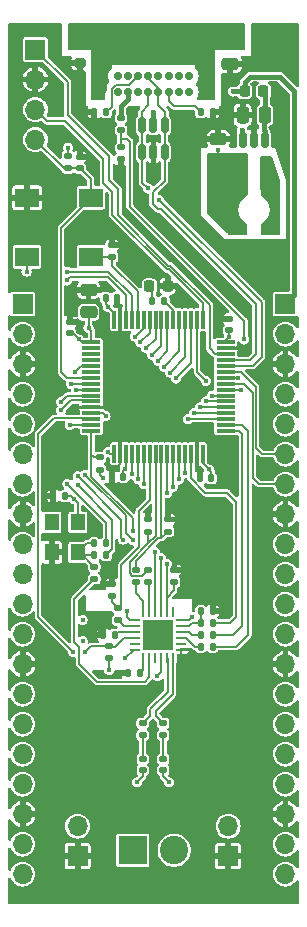
<source format=gtl>
%TF.GenerationSoftware,KiCad,Pcbnew,7.0.1-3b83917a11~171~ubuntu22.04.1*%
%TF.CreationDate,2023-04-15T23:20:08+01:00*%
%TF.ProjectId,spe_dongle,7370655f-646f-46e6-976c-652e6b696361,1.0*%
%TF.SameCoordinates,Original*%
%TF.FileFunction,Copper,L1,Top*%
%TF.FilePolarity,Positive*%
%FSLAX46Y46*%
G04 Gerber Fmt 4.6, Leading zero omitted, Abs format (unit mm)*
G04 Created by KiCad (PCBNEW 7.0.1-3b83917a11~171~ubuntu22.04.1) date 2023-04-15 23:20:08*
%MOMM*%
%LPD*%
G01*
G04 APERTURE LIST*
G04 Aperture macros list*
%AMRoundRect*
0 Rectangle with rounded corners*
0 $1 Rounding radius*
0 $2 $3 $4 $5 $6 $7 $8 $9 X,Y pos of 4 corners*
0 Add a 4 corners polygon primitive as box body*
4,1,4,$2,$3,$4,$5,$6,$7,$8,$9,$2,$3,0*
0 Add four circle primitives for the rounded corners*
1,1,$1+$1,$2,$3*
1,1,$1+$1,$4,$5*
1,1,$1+$1,$6,$7*
1,1,$1+$1,$8,$9*
0 Add four rect primitives between the rounded corners*
20,1,$1+$1,$2,$3,$4,$5,0*
20,1,$1+$1,$4,$5,$6,$7,0*
20,1,$1+$1,$6,$7,$8,$9,0*
20,1,$1+$1,$8,$9,$2,$3,0*%
%AMFreePoly0*
4,1,19,2.150000,-1.200000,1.177922,-1.200000,1.064578,-1.003895,0.918917,-0.830439,0.745359,-0.684899,0.549174,-0.571693,0.336318,-0.494257,0.113252,-0.454942,-0.113252,-0.454942,-0.336318,-0.494257,-0.549174,-0.571693,-0.745359,-0.684899,-0.918917,-0.830439,-1.064578,-1.003895,-1.177922,-1.200000,-2.150000,-1.200000,-2.150000,0.400000,2.150000,0.400000,2.150000,-1.200000,2.150000,-1.200000,
$1*%
%AMFreePoly1*
4,1,19,-1.064578,1.003895,-0.918917,0.830439,-0.745359,0.684899,-0.549174,0.571693,-0.336318,0.494257,-0.113252,0.454942,0.113252,0.454942,0.336318,0.494257,0.549174,0.571693,0.745359,0.684899,0.918917,0.830439,1.064578,1.003895,1.177922,1.200000,2.150000,1.200000,2.150000,-0.400000,-2.150000,-0.400000,-2.150000,1.200000,-1.177922,1.200000,-1.064578,1.003895,-1.064578,1.003895,
$1*%
G04 Aperture macros list end*
%TA.AperFunction,SMDPad,CuDef*%
%ADD10RoundRect,0.150000X-0.150000X0.512500X-0.150000X-0.512500X0.150000X-0.512500X0.150000X0.512500X0*%
%TD*%
%TA.AperFunction,SMDPad,CuDef*%
%ADD11RoundRect,0.135000X-0.185000X0.135000X-0.185000X-0.135000X0.185000X-0.135000X0.185000X0.135000X0*%
%TD*%
%TA.AperFunction,SMDPad,CuDef*%
%ADD12RoundRect,0.075000X-0.700000X-0.075000X0.700000X-0.075000X0.700000X0.075000X-0.700000X0.075000X0*%
%TD*%
%TA.AperFunction,SMDPad,CuDef*%
%ADD13RoundRect,0.075000X-0.075000X-0.700000X0.075000X-0.700000X0.075000X0.700000X-0.075000X0.700000X0*%
%TD*%
%TA.AperFunction,ComponentPad*%
%ADD14R,1.700000X1.700000*%
%TD*%
%TA.AperFunction,ComponentPad*%
%ADD15O,1.700000X1.700000*%
%TD*%
%TA.AperFunction,SMDPad,CuDef*%
%ADD16RoundRect,0.140000X-0.140000X-0.170000X0.140000X-0.170000X0.140000X0.170000X-0.140000X0.170000X0*%
%TD*%
%TA.AperFunction,SMDPad,CuDef*%
%ADD17RoundRect,0.250000X0.250000X0.475000X-0.250000X0.475000X-0.250000X-0.475000X0.250000X-0.475000X0*%
%TD*%
%TA.AperFunction,SMDPad,CuDef*%
%ADD18R,2.000000X1.600000*%
%TD*%
%TA.AperFunction,SMDPad,CuDef*%
%ADD19RoundRect,0.135000X0.135000X0.185000X-0.135000X0.185000X-0.135000X-0.185000X0.135000X-0.185000X0*%
%TD*%
%TA.AperFunction,SMDPad,CuDef*%
%ADD20FreePoly0,270.000000*%
%TD*%
%TA.AperFunction,SMDPad,CuDef*%
%ADD21FreePoly1,270.000000*%
%TD*%
%TA.AperFunction,SMDPad,CuDef*%
%ADD22RoundRect,0.135000X0.185000X-0.135000X0.185000X0.135000X-0.185000X0.135000X-0.185000X-0.135000X0*%
%TD*%
%TA.AperFunction,SMDPad,CuDef*%
%ADD23RoundRect,0.062500X0.375000X0.062500X-0.375000X0.062500X-0.375000X-0.062500X0.375000X-0.062500X0*%
%TD*%
%TA.AperFunction,SMDPad,CuDef*%
%ADD24RoundRect,0.062500X0.062500X0.375000X-0.062500X0.375000X-0.062500X-0.375000X0.062500X-0.375000X0*%
%TD*%
%TA.AperFunction,ComponentPad*%
%ADD25C,0.500000*%
%TD*%
%TA.AperFunction,SMDPad,CuDef*%
%ADD26R,2.500000X2.500000*%
%TD*%
%TA.AperFunction,SMDPad,CuDef*%
%ADD27RoundRect,0.218750X0.218750X0.256250X-0.218750X0.256250X-0.218750X-0.256250X0.218750X-0.256250X0*%
%TD*%
%TA.AperFunction,SMDPad,CuDef*%
%ADD28RoundRect,0.140000X0.140000X0.170000X-0.140000X0.170000X-0.140000X-0.170000X0.140000X-0.170000X0*%
%TD*%
%TA.AperFunction,SMDPad,CuDef*%
%ADD29RoundRect,0.140000X0.170000X-0.140000X0.170000X0.140000X-0.170000X0.140000X-0.170000X-0.140000X0*%
%TD*%
%TA.AperFunction,SMDPad,CuDef*%
%ADD30R,1.200000X1.400000*%
%TD*%
%TA.AperFunction,SMDPad,CuDef*%
%ADD31RoundRect,0.150000X0.150000X-0.512500X0.150000X0.512500X-0.150000X0.512500X-0.150000X-0.512500X0*%
%TD*%
%TA.AperFunction,SMDPad,CuDef*%
%ADD32RoundRect,0.140000X-0.170000X0.140000X-0.170000X-0.140000X0.170000X-0.140000X0.170000X0.140000X0*%
%TD*%
%TA.AperFunction,ComponentPad*%
%ADD33C,0.700000*%
%TD*%
%TA.AperFunction,ComponentPad*%
%ADD34O,0.900000X2.400000*%
%TD*%
%TA.AperFunction,ComponentPad*%
%ADD35O,0.900000X1.700000*%
%TD*%
%TA.AperFunction,SMDPad,CuDef*%
%ADD36RoundRect,0.135000X-0.135000X-0.185000X0.135000X-0.185000X0.135000X0.185000X-0.135000X0.185000X0*%
%TD*%
%TA.AperFunction,SMDPad,CuDef*%
%ADD37RoundRect,0.200000X-0.275000X0.200000X-0.275000X-0.200000X0.275000X-0.200000X0.275000X0.200000X0*%
%TD*%
%TA.AperFunction,ComponentPad*%
%ADD38R,2.400000X2.400000*%
%TD*%
%TA.AperFunction,ComponentPad*%
%ADD39C,2.400000*%
%TD*%
%TA.AperFunction,SMDPad,CuDef*%
%ADD40RoundRect,0.250000X0.475000X-0.250000X0.475000X0.250000X-0.475000X0.250000X-0.475000X-0.250000X0*%
%TD*%
%TA.AperFunction,SMDPad,CuDef*%
%ADD41RoundRect,0.250000X-0.475000X0.250000X-0.475000X-0.250000X0.475000X-0.250000X0.475000X0.250000X0*%
%TD*%
%TA.AperFunction,ViaPad*%
%ADD42C,0.450000*%
%TD*%
%TA.AperFunction,Conductor*%
%ADD43C,0.200000*%
%TD*%
%TA.AperFunction,Conductor*%
%ADD44C,0.150000*%
%TD*%
%TA.AperFunction,Conductor*%
%ADD45C,0.400000*%
%TD*%
G04 APERTURE END LIST*
D10*
X159450000Y-60112500D03*
X158500000Y-60112500D03*
X157550000Y-60112500D03*
X157550000Y-62387500D03*
X159450000Y-62387500D03*
D11*
X142750000Y-61490000D03*
X142750000Y-62510000D03*
D12*
X144750000Y-77250000D03*
X144750000Y-77750000D03*
X144750000Y-78250000D03*
X144750000Y-78750000D03*
X144750000Y-79250000D03*
X144750000Y-79750000D03*
X144750000Y-80250000D03*
X144750000Y-80750000D03*
X144750000Y-81250000D03*
X144750000Y-81750000D03*
X144750000Y-82250000D03*
X144750000Y-82750000D03*
X144750000Y-83250000D03*
X144750000Y-83750000D03*
X144750000Y-84250000D03*
X144750000Y-84750000D03*
D13*
X146675000Y-86675000D03*
X147175000Y-86675000D03*
X147675000Y-86675000D03*
X148175000Y-86675000D03*
X148675000Y-86675000D03*
X149175000Y-86675000D03*
X149675000Y-86675000D03*
X150175000Y-86675000D03*
X150675000Y-86675000D03*
X151175000Y-86675000D03*
X151675000Y-86675000D03*
X152175000Y-86675000D03*
X152675000Y-86675000D03*
X153175000Y-86675000D03*
X153675000Y-86675000D03*
X154175000Y-86675000D03*
D12*
X156100000Y-84750000D03*
X156100000Y-84250000D03*
X156100000Y-83750000D03*
X156100000Y-83250000D03*
X156100000Y-82750000D03*
X156100000Y-82250000D03*
X156100000Y-81750000D03*
X156100000Y-81250000D03*
X156100000Y-80750000D03*
X156100000Y-80250000D03*
X156100000Y-79750000D03*
X156100000Y-79250000D03*
X156100000Y-78750000D03*
X156100000Y-78250000D03*
X156100000Y-77750000D03*
X156100000Y-77250000D03*
D13*
X154175000Y-75325000D03*
X153675000Y-75325000D03*
X153175000Y-75325000D03*
X152675000Y-75325000D03*
X152175000Y-75325000D03*
X151675000Y-75325000D03*
X151175000Y-75325000D03*
X150675000Y-75325000D03*
X150175000Y-75325000D03*
X149675000Y-75325000D03*
X149175000Y-75325000D03*
X148675000Y-75325000D03*
X148175000Y-75325000D03*
X147675000Y-75325000D03*
X147175000Y-75325000D03*
X146675000Y-75325000D03*
D14*
X156330000Y-120750000D03*
D15*
X156330000Y-118210000D03*
D16*
X145945000Y-73500000D03*
X146905000Y-73500000D03*
D17*
X159450000Y-58000000D03*
X157550000Y-58000000D03*
D18*
X139300000Y-65000000D03*
X144700000Y-65000000D03*
D11*
X149080000Y-109490000D03*
X149080000Y-110510000D03*
D19*
X146010000Y-95250000D03*
X144990000Y-95250000D03*
D20*
X160250000Y-66000000D03*
D21*
X156750000Y-66000000D03*
D22*
X146500000Y-70010000D03*
X146500000Y-68990000D03*
X146500000Y-98760000D03*
X146500000Y-97740000D03*
D23*
X152330000Y-103250000D03*
X152330000Y-102750000D03*
X152330000Y-102250000D03*
X152330000Y-101750000D03*
X152330000Y-101250000D03*
X152330000Y-100750000D03*
D24*
X151642500Y-100062500D03*
X151142500Y-100062500D03*
X150642500Y-100062500D03*
X150142500Y-100062500D03*
X149642500Y-100062500D03*
X149142500Y-100062500D03*
D23*
X148455000Y-100750000D03*
X148455000Y-101250000D03*
X148455000Y-101750000D03*
X148455000Y-102250000D03*
X148455000Y-102750000D03*
X148455000Y-103250000D03*
D24*
X149142500Y-103937500D03*
X149642500Y-103937500D03*
X150142500Y-103937500D03*
X150642500Y-103937500D03*
X151142500Y-103937500D03*
X151642500Y-103937500D03*
D25*
X151392500Y-103000000D03*
X151392500Y-102000000D03*
X151392500Y-101000000D03*
X150392500Y-103000000D03*
X150392500Y-102000000D03*
D26*
X150392500Y-102000000D03*
D25*
X150392500Y-101000000D03*
X149392500Y-103000000D03*
X149392500Y-102000000D03*
X149392500Y-101000000D03*
D14*
X143580000Y-120750000D03*
D15*
X143580000Y-118210000D03*
D27*
X159287500Y-56000000D03*
X157712500Y-56000000D03*
D19*
X155020000Y-101000000D03*
X154000000Y-101000000D03*
D28*
X147442500Y-88650000D03*
X146482500Y-88650000D03*
D22*
X149500000Y-93260000D03*
X149500000Y-92240000D03*
D29*
X142925000Y-76480000D03*
X142925000Y-75520000D03*
D11*
X147000000Y-99740000D03*
X147000000Y-100760000D03*
D19*
X148840000Y-105250000D03*
X147820000Y-105250000D03*
D18*
X144700000Y-70000000D03*
X139300000Y-70000000D03*
D30*
X141400000Y-92480000D03*
X141400000Y-95020000D03*
X143600000Y-95020000D03*
X143600000Y-92480000D03*
D11*
X150830000Y-109490000D03*
X150830000Y-110510000D03*
X147250000Y-58240000D03*
X147250000Y-59260000D03*
X149500000Y-96490000D03*
X149500000Y-97510000D03*
X147250000Y-60740000D03*
X147250000Y-61760000D03*
D28*
X154905000Y-88750000D03*
X153945000Y-88750000D03*
D22*
X145500000Y-88010000D03*
X145500000Y-86990000D03*
D19*
X150925000Y-73750000D03*
X149905000Y-73750000D03*
D22*
X151250000Y-93260000D03*
X151250000Y-92240000D03*
D31*
X149050000Y-61137500D03*
X150000000Y-61137500D03*
X150950000Y-61137500D03*
X150950000Y-58862500D03*
X150000000Y-58862500D03*
X149050000Y-58862500D03*
D32*
X149080000Y-112520000D03*
X149080000Y-113480000D03*
D11*
X148500000Y-96490000D03*
X148500000Y-97510000D03*
D33*
X152975000Y-56025000D03*
X152125000Y-56025000D03*
X151275000Y-56025000D03*
X150425000Y-56025000D03*
X149575000Y-56025000D03*
X148725000Y-56025000D03*
X147875000Y-56025000D03*
X147025000Y-56025000D03*
X147025000Y-54675000D03*
X147875000Y-54675000D03*
X148725000Y-54675000D03*
X149575000Y-54675000D03*
X150425000Y-54675000D03*
X151275000Y-54675000D03*
X152125000Y-54675000D03*
X152975000Y-54675000D03*
D34*
X154325000Y-55045000D03*
D35*
X154325000Y-51665000D03*
D34*
X145675000Y-55045000D03*
D35*
X145675000Y-51665000D03*
D29*
X156425000Y-76230000D03*
X156425000Y-75270000D03*
D32*
X150830000Y-112520000D03*
X150830000Y-113480000D03*
D22*
X146250000Y-104010000D03*
X146250000Y-102990000D03*
X151750000Y-97510000D03*
X151750000Y-96490000D03*
D19*
X146760000Y-102000000D03*
X145740000Y-102000000D03*
X155020000Y-102000000D03*
X154000000Y-102000000D03*
D36*
X153990000Y-100000000D03*
X155010000Y-100000000D03*
D19*
X155010000Y-103000000D03*
X153990000Y-103000000D03*
X155010000Y-57750000D03*
X153990000Y-57750000D03*
D37*
X143750000Y-51925000D03*
X143750000Y-53575000D03*
D27*
X151212500Y-72500000D03*
X149637500Y-72500000D03*
D14*
X140000000Y-52450000D03*
D15*
X140000000Y-54990000D03*
X140000000Y-57530000D03*
X140000000Y-60070000D03*
D38*
X148250000Y-120250000D03*
D39*
X151750000Y-120250000D03*
D36*
X144990000Y-94250000D03*
X146010000Y-94250000D03*
D40*
X155500000Y-61950000D03*
X155500000Y-60050000D03*
D29*
X143750000Y-62480000D03*
X143750000Y-61520000D03*
D41*
X156500000Y-51800000D03*
X156500000Y-53700000D03*
D11*
X145000000Y-96240000D03*
X145000000Y-97260000D03*
D36*
X144990000Y-57750000D03*
X146010000Y-57750000D03*
D40*
X144500000Y-74700000D03*
X144500000Y-72800000D03*
D16*
X141520000Y-90250000D03*
X142480000Y-90250000D03*
D14*
X161175000Y-74000000D03*
D15*
X161175000Y-76540000D03*
X161175000Y-79080000D03*
X161175000Y-81620000D03*
X161175000Y-84160000D03*
X161175000Y-86700000D03*
X161175000Y-89240000D03*
X161175000Y-91780000D03*
X161175000Y-94320000D03*
X161175000Y-96860000D03*
X161175000Y-99400000D03*
X161175000Y-101940000D03*
X161175000Y-104480000D03*
X161175000Y-107020000D03*
X161175000Y-109560000D03*
X161175000Y-112100000D03*
X161175000Y-114640000D03*
X161175000Y-117180000D03*
X161175000Y-119720000D03*
X161175000Y-122260000D03*
D14*
X138925000Y-74000000D03*
D15*
X138925000Y-76540000D03*
X138925000Y-79080000D03*
X138925000Y-81620000D03*
X138925000Y-84160000D03*
X138925000Y-86700000D03*
X138925000Y-89240000D03*
X138925000Y-91780000D03*
X138925000Y-94320000D03*
X138925000Y-96860000D03*
X138925000Y-99400000D03*
X138925000Y-101940000D03*
X138925000Y-104480000D03*
X138925000Y-107020000D03*
X138925000Y-109560000D03*
X138925000Y-112100000D03*
X138925000Y-114640000D03*
X138925000Y-117180000D03*
X138925000Y-119720000D03*
X138925000Y-122260000D03*
D42*
X143642500Y-50750000D03*
X156642500Y-50750000D03*
X150330000Y-105500000D03*
X147580000Y-104000000D03*
X143000000Y-72750000D03*
X156500000Y-88000000D03*
X140750000Y-90250000D03*
X150000000Y-118000000D03*
X141500000Y-77000000D03*
X160500000Y-52500000D03*
X152500000Y-59500000D03*
X141000000Y-124000000D03*
X142000000Y-115500000D03*
X158000000Y-74500000D03*
X153500000Y-66500000D03*
X146742500Y-88000000D03*
X147000000Y-89500000D03*
X153925000Y-88000000D03*
X146000000Y-107000000D03*
X144000000Y-123500000D03*
X158000000Y-106000000D03*
X158000000Y-104500000D03*
X152500000Y-69000000D03*
X147250000Y-105250000D03*
X151000000Y-67500000D03*
X153000000Y-93000000D03*
X158000000Y-108500000D03*
X159500000Y-79500000D03*
X155500000Y-123500000D03*
X157175000Y-77750000D03*
X154000000Y-111500000D03*
X148500000Y-91000000D03*
X159500000Y-85500000D03*
X152500000Y-105500000D03*
X139250000Y-66500000D03*
X157000000Y-73500000D03*
X155750000Y-100000000D03*
X147250000Y-62250000D03*
X156500000Y-54500000D03*
X148000000Y-108500000D03*
X152000000Y-110000000D03*
X155500000Y-68500000D03*
X152000000Y-65000000D03*
X144000000Y-108500000D03*
X142925000Y-74750000D03*
X146500000Y-97000000D03*
X150000000Y-62250000D03*
X149500000Y-91500000D03*
X144000000Y-86000000D03*
X144500000Y-67500000D03*
X154000000Y-70500000D03*
X152042500Y-95950000D03*
X142000000Y-113500000D03*
X143750000Y-54250000D03*
X146000000Y-108500000D03*
X152000000Y-111500000D03*
X141000000Y-67500000D03*
X144000000Y-110000000D03*
X156500000Y-104500000D03*
X156500000Y-106000000D03*
X145992500Y-82500000D03*
X155675000Y-75250000D03*
X151500000Y-94500000D03*
X148000000Y-111500000D03*
X153250000Y-103500000D03*
X153000000Y-98000000D03*
X143750000Y-60750000D03*
X161000000Y-56500000D03*
X158000000Y-111000000D03*
X156500000Y-108500000D03*
X155500000Y-72000000D03*
X147175000Y-74250000D03*
X149000000Y-107500000D03*
X144000000Y-97000000D03*
X144000000Y-111500000D03*
X152500000Y-62500000D03*
X140500000Y-75000000D03*
X146500000Y-68250000D03*
X156500000Y-86000000D03*
X152500000Y-64000000D03*
X146000000Y-111500000D03*
X150000000Y-115500000D03*
X144000000Y-107000000D03*
X160000000Y-77500000D03*
X141092500Y-96600000D03*
X149500000Y-66000000D03*
X154000000Y-110000000D03*
X152500000Y-107500000D03*
X152500000Y-61000000D03*
X148000000Y-110000000D03*
X159500000Y-84000000D03*
X150000000Y-106500000D03*
X141000000Y-108000000D03*
X156750000Y-58000000D03*
X159500000Y-88000000D03*
X152175000Y-73000000D03*
X158500000Y-124000000D03*
X146000000Y-110000000D03*
X161000000Y-58000000D03*
X155500000Y-57750000D03*
X151250000Y-91500000D03*
X144500000Y-57750000D03*
X161000000Y-61000000D03*
X158500000Y-59000000D03*
X152000000Y-108500000D03*
X158500000Y-71500000D03*
X144000000Y-101600500D03*
X157000000Y-70000000D03*
X147750000Y-100000000D03*
X153250000Y-100500000D03*
X144500000Y-76000000D03*
X155500000Y-61000000D03*
X142750000Y-60750000D03*
X155000000Y-63250000D03*
X156425000Y-76750000D03*
X144000000Y-102500000D03*
X145942500Y-83500000D03*
X139250000Y-71250000D03*
X147592500Y-88000000D03*
X145750000Y-88750000D03*
X155500000Y-64500000D03*
X146175000Y-74250000D03*
X143250000Y-90500000D03*
X143675000Y-77000000D03*
X144000000Y-100750000D03*
X155500000Y-66000000D03*
X146250000Y-105000000D03*
X156000000Y-63250000D03*
X154675000Y-88000000D03*
X148580000Y-114500000D03*
X151330000Y-114500000D03*
X157500000Y-59250000D03*
X159325000Y-59250000D03*
X156750000Y-56000000D03*
X150000000Y-57750000D03*
X150642500Y-95500000D03*
X144212500Y-88462500D03*
X148250000Y-94000000D03*
X143425000Y-81250000D03*
X148250000Y-93250000D03*
X150142500Y-95000000D03*
X144242500Y-103450000D03*
X143192500Y-103450000D03*
X150480350Y-65162150D03*
X149534100Y-64215900D03*
X148892500Y-77250000D03*
X148425000Y-76750000D03*
X142675000Y-71250000D03*
X142675000Y-72000000D03*
X157425000Y-81250000D03*
X154925000Y-81750000D03*
X154425000Y-82250000D03*
X153925000Y-82750000D03*
X149392500Y-77750000D03*
X149892500Y-78300000D03*
X142925000Y-84250000D03*
X143596250Y-89346250D03*
X142712500Y-89212500D03*
X143371250Y-79728750D03*
X157675000Y-77000000D03*
X157175000Y-80250000D03*
X142992500Y-80750000D03*
X147446250Y-93946250D03*
X143587500Y-88587500D03*
X151142500Y-96000000D03*
X150392500Y-78800000D03*
X146175000Y-86500000D03*
X148175000Y-88400000D03*
X148675000Y-88800000D03*
X149175000Y-89250000D03*
X150892500Y-79300000D03*
X151392500Y-79800000D03*
X153425000Y-83250000D03*
X152925000Y-83750000D03*
X152675000Y-88300000D03*
X152175000Y-88850000D03*
X151675000Y-89450000D03*
X151175000Y-90000000D03*
X142158750Y-82266250D03*
X142175000Y-83000000D03*
X151892500Y-80300000D03*
X154425000Y-80500000D03*
D43*
X150642500Y-103937500D02*
X150642500Y-105187500D01*
X148330000Y-103250000D02*
X147580000Y-104000000D01*
X150642500Y-105187500D02*
X150330000Y-105500000D01*
X148455000Y-103250000D02*
X148330000Y-103250000D01*
X139300000Y-65000000D02*
X139300000Y-66450000D01*
X156500000Y-53700000D02*
X156500000Y-54500000D01*
X153675000Y-87750000D02*
X153925000Y-88000000D01*
D44*
X151212500Y-72500000D02*
X151675000Y-72500000D01*
D43*
X153945000Y-88020000D02*
X153925000Y-88000000D01*
D44*
X155695000Y-75270000D02*
X155675000Y-75250000D01*
X147175000Y-86675000D02*
X147175000Y-87567500D01*
D43*
X151250000Y-92240000D02*
X151250000Y-91500000D01*
X141092500Y-96600000D02*
X141400000Y-96292500D01*
X152330000Y-103250000D02*
X153000000Y-103250000D01*
X144990000Y-57750000D02*
X144500000Y-57750000D01*
X141400000Y-96292500D02*
X141400000Y-95020000D01*
X153000000Y-103250000D02*
X153250000Y-103500000D01*
X151750000Y-96490000D02*
X151750000Y-96242500D01*
D44*
X156425000Y-75270000D02*
X155695000Y-75270000D01*
D43*
X145742500Y-82750000D02*
X145992500Y-82500000D01*
X144750000Y-82750000D02*
X145742500Y-82750000D01*
X145740000Y-102000000D02*
X145340500Y-101600500D01*
X142925000Y-75520000D02*
X142925000Y-74750000D01*
X146500000Y-68990000D02*
X146500000Y-68250000D01*
X155010000Y-57750000D02*
X155500000Y-57750000D01*
X143750000Y-53575000D02*
X143750000Y-54250000D01*
X155010000Y-100000000D02*
X155750000Y-100000000D01*
X153945000Y-88750000D02*
X153945000Y-88020000D01*
X143050000Y-72800000D02*
X143000000Y-72750000D01*
D44*
X147175000Y-87567500D02*
X146742500Y-88000000D01*
D43*
X141520000Y-90250000D02*
X140750000Y-90250000D01*
X146905000Y-73500000D02*
X146905000Y-73980000D01*
X143750000Y-61520000D02*
X143750000Y-60750000D01*
X146500000Y-97740000D02*
X146500000Y-97000000D01*
X151750000Y-96242500D02*
X152042500Y-95950000D01*
X147250000Y-61760000D02*
X147250000Y-62250000D01*
X144500000Y-72800000D02*
X143050000Y-72800000D01*
X139300000Y-66450000D02*
X139250000Y-66500000D01*
X157550000Y-58000000D02*
X156750000Y-58000000D01*
X149500000Y-92240000D02*
X149500000Y-91500000D01*
D44*
X146482500Y-88650000D02*
X146482500Y-88260000D01*
D43*
X147175000Y-75325000D02*
X147175000Y-74250000D01*
X150000000Y-61137500D02*
X150000000Y-62250000D01*
D44*
X146482500Y-88260000D02*
X146742500Y-88000000D01*
D43*
X147820000Y-105250000D02*
X147250000Y-105250000D01*
X146905000Y-73980000D02*
X147175000Y-74250000D01*
D44*
X151675000Y-72500000D02*
X152175000Y-73000000D01*
X158500000Y-60112500D02*
X158500000Y-59000000D01*
D43*
X145340500Y-101600500D02*
X144000000Y-101600500D01*
X153675000Y-86675000D02*
X153675000Y-87750000D01*
X157175000Y-77750000D02*
X156100000Y-77750000D01*
X147750000Y-100500000D02*
X147750000Y-100000000D01*
X148455000Y-100750000D02*
X148000000Y-100750000D01*
X153000000Y-100750000D02*
X153250000Y-100500000D01*
X152330000Y-100750000D02*
X153000000Y-100750000D01*
X148000000Y-100750000D02*
X147750000Y-100500000D01*
X144500000Y-76000000D02*
X144500000Y-74700000D01*
X145692500Y-83250000D02*
X145942500Y-83500000D01*
X143600000Y-90850000D02*
X143250000Y-90500000D01*
X146675000Y-74750000D02*
X146175000Y-74250000D01*
X142925000Y-76480000D02*
X143155000Y-76480000D01*
X143925000Y-77250000D02*
X143675000Y-77000000D01*
X143000000Y-90250000D02*
X143250000Y-90500000D01*
X143155000Y-76480000D02*
X143675000Y-77000000D01*
X154905000Y-88750000D02*
X154905000Y-88230000D01*
X142480000Y-90250000D02*
X143000000Y-90250000D01*
X154175000Y-87500000D02*
X154675000Y-88000000D01*
D44*
X156100000Y-77075000D02*
X156425000Y-76750000D01*
D43*
X145500000Y-88500000D02*
X145750000Y-88750000D01*
X142750000Y-61490000D02*
X142750000Y-60750000D01*
D44*
X147442500Y-88150000D02*
X147592500Y-88000000D01*
D43*
X144750000Y-77250000D02*
X143925000Y-77250000D01*
X154175000Y-86675000D02*
X154175000Y-87500000D01*
X145500000Y-88010000D02*
X145500000Y-88500000D01*
X146675000Y-75325000D02*
X146675000Y-74750000D01*
X139300000Y-71200000D02*
X139250000Y-71250000D01*
D44*
X156425000Y-76230000D02*
X156425000Y-76750000D01*
X157675000Y-61737500D02*
X157550000Y-61862500D01*
X147442500Y-88650000D02*
X147442500Y-88150000D01*
D43*
X155500000Y-62050000D02*
X155500000Y-61000000D01*
X145945000Y-73500000D02*
X145945000Y-74020000D01*
X144750000Y-76250000D02*
X144500000Y-76000000D01*
X144750000Y-83250000D02*
X145692500Y-83250000D01*
X144750000Y-77250000D02*
X144750000Y-76250000D01*
X154905000Y-88230000D02*
X154675000Y-88000000D01*
D44*
X156100000Y-77250000D02*
X156100000Y-77075000D01*
D43*
X145945000Y-74020000D02*
X146175000Y-74250000D01*
D44*
X147675000Y-86675000D02*
X147675000Y-87917500D01*
D43*
X143600000Y-92480000D02*
X143600000Y-90850000D01*
X146250000Y-104010000D02*
X146250000Y-105000000D01*
D44*
X147675000Y-87917500D02*
X147592500Y-88000000D01*
D43*
X139300000Y-70000000D02*
X139300000Y-71200000D01*
X149080000Y-110510000D02*
X149080000Y-112520000D01*
X149080000Y-114000000D02*
X148580000Y-114500000D01*
X149080000Y-113480000D02*
X149080000Y-114000000D01*
X150830000Y-112520000D02*
X150830000Y-110510000D01*
X150830000Y-113480000D02*
X150830000Y-114000000D01*
X150830000Y-114000000D02*
X151330000Y-114500000D01*
X144700000Y-65000000D02*
X144700000Y-63430000D01*
X142750000Y-62510000D02*
X143720000Y-62510000D01*
D44*
X144750000Y-80250000D02*
X142675000Y-80250000D01*
X142175000Y-67525000D02*
X144700000Y-65000000D01*
D43*
X142440000Y-62510000D02*
X142750000Y-62510000D01*
X144700000Y-63430000D02*
X143750000Y-62480000D01*
X140000000Y-60070000D02*
X142440000Y-62510000D01*
X143720000Y-62510000D02*
X143750000Y-62480000D01*
D44*
X142675000Y-80250000D02*
X142175000Y-79750000D01*
X142175000Y-79750000D02*
X142175000Y-67525000D01*
D45*
X159450000Y-56162500D02*
X159287500Y-56000000D01*
X159450000Y-58000000D02*
X159450000Y-56162500D01*
X157500000Y-60062500D02*
X157550000Y-60112500D01*
X157500000Y-59250000D02*
X157500000Y-60062500D01*
X159450000Y-59375000D02*
X159325000Y-59250000D01*
X159325000Y-58125000D02*
X159450000Y-58000000D01*
X159325000Y-59250000D02*
X159325000Y-58125000D01*
X147875000Y-56625000D02*
X147250000Y-57250000D01*
X150000000Y-58862500D02*
X150000000Y-57750000D01*
X161925000Y-73250000D02*
X161925000Y-56000000D01*
X147250000Y-57250000D02*
X147250000Y-58240000D01*
X157712500Y-55212500D02*
X157712500Y-56000000D01*
X161925000Y-56000000D02*
X160675000Y-54750000D01*
X158175000Y-54750000D02*
X157712500Y-55212500D01*
X147875000Y-56025000D02*
X147875000Y-56625000D01*
X160675000Y-54750000D02*
X158175000Y-54750000D01*
X157712500Y-56000000D02*
X156750000Y-56000000D01*
X161175000Y-74000000D02*
X161925000Y-73250000D01*
D44*
X149905000Y-73750000D02*
X149905000Y-72767500D01*
X149905000Y-72767500D02*
X149637500Y-72500000D01*
D43*
X153500000Y-103000000D02*
X153990000Y-103000000D01*
X152750000Y-102250000D02*
X153500000Y-103000000D01*
X152330000Y-102250000D02*
X152750000Y-102250000D01*
X153000000Y-101750000D02*
X153250000Y-102000000D01*
X152330000Y-101750000D02*
X153000000Y-101750000D01*
X153250000Y-102000000D02*
X154000000Y-102000000D01*
X154000000Y-100010000D02*
X153990000Y-100000000D01*
X154000000Y-101000000D02*
X154000000Y-100010000D01*
X152330000Y-101250000D02*
X153000000Y-101250000D01*
X153250000Y-101000000D02*
X154000000Y-101000000D01*
X153000000Y-101250000D02*
X153250000Y-101000000D01*
D44*
X143425000Y-81250000D02*
X144750000Y-81250000D01*
X147642500Y-93392500D02*
X148250000Y-94000000D01*
X147642500Y-91892500D02*
X147642500Y-93392500D01*
X150642500Y-95500000D02*
X150642500Y-100062500D01*
X144212500Y-88462500D02*
X147642500Y-91892500D01*
X144990000Y-86990000D02*
X144750000Y-86750000D01*
X145500000Y-86990000D02*
X144990000Y-86990000D01*
X144750000Y-88607500D02*
X144750000Y-86750000D01*
X144750000Y-86750000D02*
X144750000Y-84750000D01*
X148250000Y-92107500D02*
X144750000Y-88607500D01*
X148250000Y-93250000D02*
X148250000Y-92107500D01*
X150142500Y-95000000D02*
X150142500Y-100062500D01*
D43*
X149642500Y-97652500D02*
X149500000Y-97510000D01*
X149642500Y-100062500D02*
X149642500Y-97652500D01*
X149142500Y-99142500D02*
X148500000Y-98500000D01*
X149142500Y-100062500D02*
X149142500Y-99142500D01*
X148500000Y-98500000D02*
X148500000Y-97510000D01*
X147010000Y-100760000D02*
X147500000Y-101250000D01*
X147000000Y-100760000D02*
X147010000Y-100760000D01*
X147500000Y-101250000D02*
X148455000Y-101250000D01*
X147010000Y-101750000D02*
X148455000Y-101750000D01*
X146760000Y-102000000D02*
X147010000Y-101750000D01*
D44*
X143192500Y-103450000D02*
X140242500Y-100500000D01*
X140242500Y-100500000D02*
X140242500Y-85007500D01*
D43*
X146750000Y-103000000D02*
X146260000Y-103000000D01*
X148455000Y-102250000D02*
X147500000Y-102250000D01*
D44*
X144650000Y-83650000D02*
X144750000Y-83750000D01*
X144702500Y-102990000D02*
X146250000Y-102990000D01*
D43*
X147500000Y-102250000D02*
X146750000Y-103000000D01*
D44*
X140242500Y-85007500D02*
X141600000Y-83650000D01*
X144242500Y-103450000D02*
X144702500Y-102990000D01*
D43*
X146260000Y-103000000D02*
X146250000Y-102990000D01*
D44*
X141600000Y-83650000D02*
X144650000Y-83650000D01*
D43*
X149142500Y-104947500D02*
X148840000Y-105250000D01*
X149142500Y-103937500D02*
X149142500Y-104947500D01*
D44*
X143292500Y-98967500D02*
X145000000Y-97260000D01*
X143292500Y-102650000D02*
X143292500Y-98967500D01*
X149250000Y-106000000D02*
X145250000Y-106000000D01*
X143700000Y-103057500D02*
X143292500Y-102650000D01*
X149642500Y-103937500D02*
X149642500Y-105607500D01*
X143700000Y-104450000D02*
X143700000Y-103057500D01*
X145250000Y-106000000D02*
X143700000Y-104450000D01*
X149642500Y-105607500D02*
X149250000Y-106000000D01*
D43*
X149080000Y-109490000D02*
X149729999Y-108840001D01*
X149729999Y-108840001D02*
X149729999Y-108281801D01*
X149729999Y-108281801D02*
X151192499Y-106819301D01*
X151192499Y-106819301D02*
X151192499Y-103987499D01*
X151192499Y-103987499D02*
X151142500Y-103937500D01*
X151642500Y-107005700D02*
X151642500Y-103937500D01*
X150180001Y-108468199D02*
X151642500Y-107005700D01*
X150180001Y-108840001D02*
X150180001Y-108468199D01*
X150830000Y-109490000D02*
X150180001Y-108840001D01*
X153490000Y-57250000D02*
X153990000Y-57750000D01*
X151750000Y-57250000D02*
X153490000Y-57250000D01*
X151275000Y-56775000D02*
X151750000Y-57250000D01*
X151275000Y-56025000D02*
X151275000Y-56775000D01*
X150950000Y-63550000D02*
X149950690Y-64549310D01*
X150425000Y-56025000D02*
X150425000Y-57175000D01*
X150631800Y-65950000D02*
X158675000Y-73993200D01*
X158175000Y-78750000D02*
X156100000Y-78750000D01*
X150950000Y-58862500D02*
X150950000Y-61137500D01*
X158675000Y-78250000D02*
X158175000Y-78750000D01*
X149575000Y-54825000D02*
X150425000Y-55675000D01*
X158675000Y-73993200D02*
X158675000Y-78250000D01*
X150425000Y-55675000D02*
X150425000Y-56025000D01*
X149575000Y-54675000D02*
X149575000Y-54825000D01*
X150425000Y-57175000D02*
X151000000Y-57750000D01*
X150342500Y-65950000D02*
X150631800Y-65950000D01*
X149950690Y-65558190D02*
X150342500Y-65950000D01*
X151000000Y-58812500D02*
X150950000Y-58862500D01*
X150950000Y-61137500D02*
X150950000Y-63550000D01*
X151000000Y-57750000D02*
X151000000Y-58812500D01*
X149950690Y-64549310D02*
X149950690Y-65558190D01*
X159175000Y-73856800D02*
X159175000Y-78446600D01*
X158396599Y-79225001D02*
X156124999Y-79225001D01*
X149000000Y-58812500D02*
X149050000Y-58862500D01*
X149534100Y-64215900D02*
X149050000Y-63731800D01*
X150480350Y-65162150D02*
X159175000Y-73856800D01*
X149575000Y-56025000D02*
X149575000Y-57175000D01*
X156124999Y-79225001D02*
X156100000Y-79250000D01*
X149050000Y-58862500D02*
X149050000Y-61137500D01*
X149575000Y-57175000D02*
X149000000Y-57750000D01*
X159175000Y-78446600D02*
X158396599Y-79225001D01*
X149000000Y-57750000D02*
X149000000Y-58812500D01*
X149050000Y-63731800D02*
X149050000Y-61137500D01*
X146475000Y-55797182D02*
X146475000Y-57285000D01*
X147925000Y-55475000D02*
X146797182Y-55475000D01*
X146475000Y-57285000D02*
X146010000Y-57750000D01*
X146797182Y-55475000D02*
X146475000Y-55797182D01*
X148725000Y-54675000D02*
X147925000Y-55475000D01*
X154750000Y-77750000D02*
X155250000Y-78250000D01*
X142750000Y-58000000D02*
X146250000Y-61500000D01*
X146250000Y-61500000D02*
X146250000Y-63537868D01*
X151250000Y-70750000D02*
X151425000Y-70750000D01*
X154750000Y-74075000D02*
X154750000Y-77750000D01*
X142750000Y-55200000D02*
X142750000Y-58000000D01*
X140000000Y-52450000D02*
X142750000Y-55200000D01*
X147000000Y-64287868D02*
X147000000Y-66500000D01*
X146250000Y-63537868D02*
X147000000Y-64287868D01*
X155250000Y-78250000D02*
X156100000Y-78250000D01*
X147000000Y-66500000D02*
X151250000Y-70750000D01*
X151425000Y-70750000D02*
X154750000Y-74075000D01*
X154175000Y-75325000D02*
X154175000Y-73922850D01*
X151301150Y-71049000D02*
X151126150Y-71049000D01*
X145750000Y-61750000D02*
X142500000Y-58500000D01*
X146500000Y-64500000D02*
X145750000Y-63750000D01*
X145750000Y-63750000D02*
X145750000Y-61750000D01*
X140970000Y-58500000D02*
X140000000Y-57530000D01*
X146500000Y-66422850D02*
X146500000Y-64500000D01*
X154175000Y-73922850D02*
X151301150Y-71049000D01*
X151126150Y-71049000D02*
X146500000Y-66422850D01*
X142500000Y-58500000D02*
X140970000Y-58500000D01*
D44*
X149675000Y-76467500D02*
X149675000Y-75325000D01*
X148892500Y-77250000D02*
X149675000Y-76467500D01*
X149175000Y-75325000D02*
X149175000Y-76000000D01*
X149175000Y-76000000D02*
X148425000Y-76750000D01*
X142675000Y-71250000D02*
X146175000Y-71250000D01*
X146175000Y-71250000D02*
X148175000Y-73250000D01*
X148175000Y-73250000D02*
X148175000Y-75325000D01*
X142925000Y-71750000D02*
X142675000Y-72000000D01*
X147675000Y-75325000D02*
X147675000Y-73250000D01*
X146175000Y-71750000D02*
X142925000Y-71750000D01*
X147675000Y-73250000D02*
X146175000Y-71750000D01*
X156100000Y-81250000D02*
X157425000Y-81250000D01*
X156100000Y-81750000D02*
X154925000Y-81750000D01*
X156100000Y-82250000D02*
X154425000Y-82250000D01*
X156100000Y-82750000D02*
X153925000Y-82750000D01*
X150175000Y-76967500D02*
X150175000Y-75325000D01*
X149392500Y-77750000D02*
X150175000Y-76967500D01*
X149892500Y-78300000D02*
X150675000Y-77517500D01*
X150675000Y-77517500D02*
X150675000Y-75325000D01*
X149675000Y-86675000D02*
X149675000Y-90575000D01*
X148750000Y-94592500D02*
X147250000Y-96092500D01*
X147250000Y-99490000D02*
X147000000Y-99740000D01*
X149675000Y-90575000D02*
X148750000Y-91500000D01*
X146500000Y-99240000D02*
X147000000Y-99740000D01*
X148750000Y-91500000D02*
X148750000Y-94592500D01*
X146500000Y-98760000D02*
X146500000Y-99240000D01*
X147250000Y-96092500D02*
X147250000Y-99490000D01*
X150675000Y-93825000D02*
X151240000Y-93260000D01*
X151240000Y-93260000D02*
X151250000Y-93260000D01*
X148500000Y-95742500D02*
X148500000Y-96490000D01*
X150417500Y-93825000D02*
X148500000Y-95742500D01*
X150675000Y-93825000D02*
X150417500Y-93825000D01*
X150675000Y-86675000D02*
X150675000Y-93825000D01*
X149518934Y-94268934D02*
X147980000Y-95807868D01*
X147980000Y-96763762D02*
X148216238Y-97000000D01*
X148990000Y-97000000D02*
X149500000Y-96490000D01*
X150175000Y-93612868D02*
X149518934Y-94268934D01*
X147980000Y-95807868D02*
X147980000Y-96763762D01*
X148216238Y-97000000D02*
X148990000Y-97000000D01*
X149500000Y-93260000D02*
X149500000Y-94250000D01*
X149500000Y-94250000D02*
X149518934Y-94268934D01*
X150175000Y-86675000D02*
X150175000Y-93612868D01*
X146500000Y-94760000D02*
X146010000Y-95250000D01*
X143596250Y-89346250D02*
X146500000Y-92250000D01*
X146500000Y-92250000D02*
X146500000Y-94760000D01*
X142925000Y-84250000D02*
X144750000Y-84250000D01*
X143371250Y-79728750D02*
X143850000Y-79250000D01*
X142712500Y-89212500D02*
X146010000Y-92510000D01*
X143850000Y-79250000D02*
X144750000Y-79250000D01*
X146010000Y-92510000D02*
X146010000Y-94250000D01*
D43*
X157000000Y-90750000D02*
X157000000Y-100500000D01*
X157000000Y-100500000D02*
X156500000Y-101000000D01*
X153175000Y-88770833D02*
X154404167Y-90000000D01*
X154404167Y-90000000D02*
X156250000Y-90000000D01*
X153175000Y-86675000D02*
X153175000Y-88770833D01*
X156250000Y-90000000D02*
X157000000Y-90750000D01*
X156500000Y-101000000D02*
X155020000Y-101000000D01*
X157500000Y-85000000D02*
X157250000Y-84750000D01*
X157250000Y-84750000D02*
X156100000Y-84750000D01*
X155020000Y-102000000D02*
X156750000Y-102000000D01*
X156750000Y-102000000D02*
X157500000Y-101250000D01*
X157500000Y-101250000D02*
X157500000Y-85000000D01*
X156100000Y-84250000D02*
X157500000Y-84250000D01*
X157500000Y-84250000D02*
X158000000Y-84750000D01*
X158000000Y-102000000D02*
X157000000Y-103000000D01*
X157000000Y-103000000D02*
X155010000Y-103000000D01*
X158000000Y-84750000D02*
X158000000Y-102000000D01*
X146490000Y-70000000D02*
X146500000Y-70010000D01*
X144700000Y-70000000D02*
X146490000Y-70000000D01*
X148675000Y-75325000D02*
X148675000Y-72925000D01*
X148675000Y-72925000D02*
X146500000Y-70750000D01*
X146500000Y-70750000D02*
X146500000Y-70010000D01*
X157675000Y-75425000D02*
X148000000Y-65750000D01*
X148000000Y-65750000D02*
X148000000Y-60250000D01*
X147250000Y-59260000D02*
X147250000Y-60000000D01*
X147750000Y-60000000D02*
X147250000Y-60000000D01*
X147250000Y-60000000D02*
X147250000Y-60740000D01*
X156100000Y-80250000D02*
X157175000Y-80250000D01*
X148000000Y-60250000D02*
X147750000Y-60000000D01*
X157675000Y-77000000D02*
X157675000Y-75425000D01*
D44*
X151142500Y-100062500D02*
X151142500Y-98857500D01*
X144750000Y-80750000D02*
X142992500Y-80750000D01*
X147292500Y-92292500D02*
X143587500Y-88587500D01*
X151142500Y-96000000D02*
X151142500Y-98857500D01*
X151750000Y-98250000D02*
X151750000Y-97510000D01*
X151142500Y-98857500D02*
X151750000Y-98250000D01*
X147292500Y-93792500D02*
X147292500Y-92292500D01*
X147446250Y-93946250D02*
X147292500Y-93792500D01*
X150392500Y-78800000D02*
X151175000Y-78017500D01*
X151175000Y-78017500D02*
X151175000Y-75325000D01*
D43*
X144370000Y-94250000D02*
X143600000Y-95020000D01*
X143600000Y-95020000D02*
X143760000Y-95020000D01*
X143830000Y-95250000D02*
X143600000Y-95020000D01*
X144990000Y-95250000D02*
X143830000Y-95250000D01*
X144990000Y-94250000D02*
X144370000Y-94250000D01*
X143760000Y-95020000D02*
X144990000Y-96250000D01*
D44*
X146350000Y-86675000D02*
X146175000Y-86500000D01*
X146675000Y-86675000D02*
X146350000Y-86675000D01*
X148175000Y-86675000D02*
X148175000Y-88400000D01*
X148675000Y-88800000D02*
X148675000Y-86675000D01*
X149175000Y-86675000D02*
X149175000Y-89250000D01*
X150892500Y-79300000D02*
X152175000Y-78017500D01*
X152175000Y-78017500D02*
X152175000Y-75325000D01*
X151392500Y-79800000D02*
X152675000Y-78517500D01*
X152675000Y-78517500D02*
X152675000Y-75325000D01*
X156100000Y-83250000D02*
X153425000Y-83250000D01*
X152925000Y-83750000D02*
X156100000Y-83750000D01*
X152675000Y-88300000D02*
X152675000Y-86675000D01*
X152175000Y-86675000D02*
X152175000Y-88850000D01*
X151675000Y-89450000D02*
X151675000Y-86675000D01*
X151175000Y-86675000D02*
X151175000Y-90000000D01*
X142675000Y-81750000D02*
X144750000Y-81750000D01*
X142158750Y-82266250D02*
X142675000Y-81750000D01*
X143025000Y-82150000D02*
X142175000Y-83000000D01*
X143025000Y-82150000D02*
X144650000Y-82150000D01*
X144650000Y-82150000D02*
X144750000Y-82250000D01*
X151892500Y-80300000D02*
X153175000Y-79017500D01*
X153175000Y-79017500D02*
X153175000Y-75325000D01*
X153675000Y-75325000D02*
X153675000Y-79750000D01*
X153675000Y-79750000D02*
X154425000Y-80500000D01*
X157425000Y-79750000D02*
X158675000Y-81000000D01*
X159225000Y-86700000D02*
X161175000Y-86700000D01*
X158675000Y-86150000D02*
X159225000Y-86700000D01*
X156100000Y-79750000D02*
X157425000Y-79750000D01*
X158675000Y-81000000D02*
X158675000Y-86150000D01*
X158425000Y-81501792D02*
X158425000Y-88750000D01*
X158915000Y-89240000D02*
X161175000Y-89240000D01*
X157673208Y-80750000D02*
X158425000Y-81501792D01*
X156100000Y-80750000D02*
X157673208Y-80750000D01*
X158425000Y-88750000D02*
X158915000Y-89240000D01*
X151675000Y-74500000D02*
X151675000Y-75325000D01*
X150925000Y-73750000D02*
X151675000Y-74500000D01*
%TA.AperFunction,Conductor*%
G36*
X159962813Y-61509983D02*
G01*
X160003710Y-61538324D01*
X160030173Y-61580461D01*
X160742105Y-63478947D01*
X160750000Y-63522486D01*
X160750000Y-67626000D01*
X160733387Y-67688000D01*
X160688000Y-67733387D01*
X160626000Y-67750000D01*
X160124000Y-67750000D01*
X160062000Y-67733387D01*
X160016613Y-67688000D01*
X160000000Y-67626000D01*
X160000000Y-65250001D01*
X159999999Y-65249999D01*
X159036319Y-64286319D01*
X159009439Y-64246091D01*
X159000000Y-64198638D01*
X159000000Y-61624000D01*
X159016613Y-61562000D01*
X159062000Y-61516613D01*
X159124000Y-61500000D01*
X159914068Y-61500000D01*
X159962813Y-61509983D01*
G37*
%TD.AperFunction*%
%TA.AperFunction,Conductor*%
G36*
X157688000Y-50217113D02*
G01*
X157733387Y-50262500D01*
X157750000Y-50324500D01*
X157750000Y-52376000D01*
X157733387Y-52438000D01*
X157688000Y-52483387D01*
X157626000Y-52500000D01*
X155250000Y-52500000D01*
X155250000Y-56626000D01*
X155233387Y-56688000D01*
X155188000Y-56733387D01*
X155126000Y-56750000D01*
X153866909Y-56750000D01*
X153827049Y-56743419D01*
X153795582Y-56726599D01*
X153729645Y-56699287D01*
X153675522Y-56655850D01*
X153653215Y-56590135D01*
X153669709Y-56522727D01*
X153756250Y-56372835D01*
X153811497Y-56202803D01*
X153830185Y-56025000D01*
X153811497Y-55847197D01*
X153782840Y-55759001D01*
X153756250Y-55677164D01*
X153666859Y-55522335D01*
X153602178Y-55450500D01*
X153586394Y-55432970D01*
X153558228Y-55379999D01*
X153558228Y-55320001D01*
X153586394Y-55267029D01*
X153666859Y-55177665D01*
X153756250Y-55022835D01*
X153811497Y-54852803D01*
X153830185Y-54675000D01*
X153811497Y-54497197D01*
X153756250Y-54327165D01*
X153756250Y-54327164D01*
X153666859Y-54172334D01*
X153569859Y-54064606D01*
X153547230Y-54039474D01*
X153547228Y-54039473D01*
X153538510Y-54029790D01*
X153539596Y-54028811D01*
X153513515Y-53998274D01*
X153500000Y-53941979D01*
X153500000Y-53750000D01*
X146500000Y-53750000D01*
X146500000Y-53941979D01*
X146486485Y-53998274D01*
X146460403Y-54028811D01*
X146461490Y-54029790D01*
X146333140Y-54172334D01*
X146243749Y-54327164D01*
X146188503Y-54497195D01*
X146169815Y-54674999D01*
X146188503Y-54852804D01*
X146243749Y-55022834D01*
X146253408Y-55039564D01*
X146269548Y-55090757D01*
X146262542Y-55143974D01*
X146233701Y-55189244D01*
X146083965Y-55338980D01*
X146071774Y-55349672D01*
X146046720Y-55368897D01*
X146046717Y-55368900D01*
X146046718Y-55368900D01*
X145993916Y-55437713D01*
X145966866Y-55472964D01*
X145950462Y-55494343D01*
X145889956Y-55640419D01*
X145869317Y-55797181D01*
X145873439Y-55828483D01*
X145874500Y-55844669D01*
X145874500Y-56626000D01*
X145857887Y-56688000D01*
X145812500Y-56733387D01*
X145750500Y-56750000D01*
X144874000Y-56750000D01*
X144812000Y-56733387D01*
X144766613Y-56688000D01*
X144750000Y-56626000D01*
X144750000Y-52500000D01*
X142874000Y-52500000D01*
X142812000Y-52483387D01*
X142766613Y-52438000D01*
X142750000Y-52376000D01*
X142750000Y-50324500D01*
X142766613Y-50262500D01*
X142812000Y-50217113D01*
X142874000Y-50200500D01*
X157626000Y-50200500D01*
X157688000Y-50217113D01*
G37*
%TD.AperFunction*%
%TA.AperFunction,Conductor*%
G36*
X157950500Y-61263263D02*
G01*
X157986737Y-61299500D01*
X158000000Y-61349000D01*
X158000000Y-64700500D01*
X157989548Y-64744774D01*
X157960400Y-64779700D01*
X157000000Y-65499999D01*
X157000000Y-67901000D01*
X156986737Y-67950500D01*
X156950500Y-67986737D01*
X156901000Y-68000000D01*
X156291008Y-68000000D01*
X156253122Y-67992464D01*
X156221004Y-67971004D01*
X154528996Y-66278996D01*
X154507536Y-66246878D01*
X154500000Y-66208992D01*
X154500000Y-61349000D01*
X154513263Y-61299500D01*
X154549500Y-61263263D01*
X154599000Y-61250000D01*
X157901000Y-61250000D01*
X157950500Y-61263263D01*
G37*
%TD.AperFunction*%
%TA.AperFunction,Conductor*%
G36*
X158462818Y-89196547D02*
G01*
X158512181Y-89226797D01*
X158692370Y-89406986D01*
X158707791Y-89425776D01*
X158716376Y-89438624D01*
X158729217Y-89447204D01*
X158729223Y-89447209D01*
X158772137Y-89475883D01*
X158807506Y-89499516D01*
X158915000Y-89520897D01*
X158927747Y-89518361D01*
X158930159Y-89517882D01*
X158954348Y-89515500D01*
X160068837Y-89515500D01*
X160120012Y-89526553D01*
X160162065Y-89557741D01*
X160187497Y-89603504D01*
X160199766Y-89643951D01*
X160297315Y-89826450D01*
X160428589Y-89986410D01*
X160508569Y-90052047D01*
X160588550Y-90117685D01*
X160771046Y-90215232D01*
X160969066Y-90275300D01*
X161175000Y-90295583D01*
X161380934Y-90275300D01*
X161578954Y-90215232D01*
X161761450Y-90117685D01*
X161921410Y-89986410D01*
X162052685Y-89826450D01*
X162066141Y-89801274D01*
X162110710Y-89754000D01*
X162173065Y-89735751D01*
X162236089Y-89751537D01*
X162282479Y-89797025D01*
X162299500Y-89859727D01*
X162299500Y-91073794D01*
X162284382Y-91133129D01*
X162242715Y-91177997D01*
X162184658Y-91197455D01*
X162124368Y-91186761D01*
X162076546Y-91148521D01*
X161991392Y-91035758D01*
X161840740Y-90898421D01*
X161667411Y-90791100D01*
X161477320Y-90717460D01*
X161425000Y-90707680D01*
X161425000Y-92852320D01*
X161477320Y-92842539D01*
X161667411Y-92768899D01*
X161840740Y-92661578D01*
X161991392Y-92524241D01*
X162076546Y-92411479D01*
X162124368Y-92373239D01*
X162184658Y-92362545D01*
X162242715Y-92382003D01*
X162284382Y-92426871D01*
X162299500Y-92486206D01*
X162299500Y-93700273D01*
X162282479Y-93762975D01*
X162236089Y-93808463D01*
X162173065Y-93824249D01*
X162110710Y-93806000D01*
X162066142Y-93758726D01*
X162065436Y-93757405D01*
X162052685Y-93733550D01*
X161935209Y-93590404D01*
X161921410Y-93573589D01*
X161788726Y-93464700D01*
X161761450Y-93442315D01*
X161578954Y-93344768D01*
X161479944Y-93314734D01*
X161380932Y-93284699D01*
X161197497Y-93266632D01*
X161175000Y-93264417D01*
X161174999Y-93264417D01*
X160969067Y-93284699D01*
X160771043Y-93344769D01*
X160588551Y-93442314D01*
X160428589Y-93573589D01*
X160297314Y-93733551D01*
X160199769Y-93916043D01*
X160139699Y-94114067D01*
X160119417Y-94320000D01*
X160139699Y-94525932D01*
X160157366Y-94584172D01*
X160198766Y-94720652D01*
X160199769Y-94723956D01*
X160210932Y-94744841D01*
X160297315Y-94906450D01*
X160340131Y-94958622D01*
X160428589Y-95066410D01*
X160468217Y-95098931D01*
X160588550Y-95197685D01*
X160771046Y-95295232D01*
X160969066Y-95355300D01*
X161175000Y-95375583D01*
X161380934Y-95355300D01*
X161578954Y-95295232D01*
X161761450Y-95197685D01*
X161921410Y-95066410D01*
X162052685Y-94906450D01*
X162066141Y-94881274D01*
X162110710Y-94834000D01*
X162173065Y-94815751D01*
X162236089Y-94831537D01*
X162282479Y-94877025D01*
X162299500Y-94939727D01*
X162299500Y-96240273D01*
X162282479Y-96302975D01*
X162236089Y-96348463D01*
X162173065Y-96364249D01*
X162110710Y-96346000D01*
X162066142Y-96298726D01*
X162065436Y-96297405D01*
X162052685Y-96273550D01*
X161959166Y-96159596D01*
X161921410Y-96113589D01*
X161814598Y-96025932D01*
X161761450Y-95982315D01*
X161624040Y-95908867D01*
X161578956Y-95884769D01*
X161578955Y-95884768D01*
X161578954Y-95884768D01*
X161479944Y-95854734D01*
X161380932Y-95824699D01*
X161175000Y-95804417D01*
X160969067Y-95824699D01*
X160771043Y-95884769D01*
X160588551Y-95982314D01*
X160428589Y-96113589D01*
X160297314Y-96273551D01*
X160199769Y-96456043D01*
X160139699Y-96654067D01*
X160119417Y-96860000D01*
X160139699Y-97065932D01*
X160155900Y-97119338D01*
X160193160Y-97242171D01*
X160199769Y-97263956D01*
X160207570Y-97278551D01*
X160297315Y-97446450D01*
X160348609Y-97508952D01*
X160428589Y-97606410D01*
X160508570Y-97672047D01*
X160588550Y-97737685D01*
X160771046Y-97835232D01*
X160969066Y-97895300D01*
X161175000Y-97915583D01*
X161380934Y-97895300D01*
X161578954Y-97835232D01*
X161761450Y-97737685D01*
X161921410Y-97606410D01*
X162052685Y-97446450D01*
X162066141Y-97421274D01*
X162110710Y-97374000D01*
X162173065Y-97355751D01*
X162236089Y-97371537D01*
X162282479Y-97417025D01*
X162299500Y-97479727D01*
X162299500Y-98780273D01*
X162282479Y-98842975D01*
X162236089Y-98888463D01*
X162173065Y-98904249D01*
X162110710Y-98886000D01*
X162066142Y-98838726D01*
X162055091Y-98818052D01*
X162052685Y-98813550D01*
X161964382Y-98705952D01*
X161921410Y-98653589D01*
X161819545Y-98569992D01*
X161761450Y-98522315D01*
X161623583Y-98448623D01*
X161578956Y-98424769D01*
X161578955Y-98424768D01*
X161578954Y-98424768D01*
X161479943Y-98394733D01*
X161380932Y-98364699D01*
X161175000Y-98344417D01*
X160969067Y-98364699D01*
X160813638Y-98411848D01*
X160771063Y-98424763D01*
X160771043Y-98424769D01*
X160588551Y-98522314D01*
X160428589Y-98653589D01*
X160297314Y-98813551D01*
X160199769Y-98996043D01*
X160139699Y-99194067D01*
X160119417Y-99400000D01*
X160139699Y-99605932D01*
X160156586Y-99661600D01*
X160193160Y-99782171D01*
X160199769Y-99803956D01*
X160233400Y-99866874D01*
X160297315Y-99986450D01*
X160348608Y-100048952D01*
X160428589Y-100146410D01*
X160498847Y-100204068D01*
X160588550Y-100277685D01*
X160771046Y-100375232D01*
X160969066Y-100435300D01*
X161175000Y-100455583D01*
X161380934Y-100435300D01*
X161578954Y-100375232D01*
X161761450Y-100277685D01*
X161921410Y-100146410D01*
X162052685Y-99986450D01*
X162066141Y-99961274D01*
X162110710Y-99914000D01*
X162173065Y-99895751D01*
X162236089Y-99911537D01*
X162282479Y-99957025D01*
X162299500Y-100019727D01*
X162299500Y-101320273D01*
X162282479Y-101382975D01*
X162236089Y-101428463D01*
X162173065Y-101444249D01*
X162110710Y-101426000D01*
X162066142Y-101378726D01*
X162065436Y-101377405D01*
X162052685Y-101353550D01*
X161957148Y-101237137D01*
X161921410Y-101193589D01*
X161812314Y-101104058D01*
X161761450Y-101062315D01*
X161578954Y-100964768D01*
X161415275Y-100915117D01*
X161380932Y-100904699D01*
X161175000Y-100884417D01*
X160969067Y-100904699D01*
X160771043Y-100964769D01*
X160588551Y-101062314D01*
X160428589Y-101193589D01*
X160297314Y-101353551D01*
X160199769Y-101536043D01*
X160139699Y-101734067D01*
X160119417Y-101939999D01*
X160139699Y-102145932D01*
X160155414Y-102197737D01*
X160198083Y-102338400D01*
X160199769Y-102343956D01*
X160212019Y-102366874D01*
X160297315Y-102526450D01*
X160318433Y-102552182D01*
X160428589Y-102686410D01*
X160482296Y-102730485D01*
X160588550Y-102817685D01*
X160771046Y-102915232D01*
X160969066Y-102975300D01*
X161175000Y-102995583D01*
X161380934Y-102975300D01*
X161578954Y-102915232D01*
X161761450Y-102817685D01*
X161921410Y-102686410D01*
X162052685Y-102526450D01*
X162066141Y-102501274D01*
X162110710Y-102454000D01*
X162173065Y-102435751D01*
X162236089Y-102451537D01*
X162282479Y-102497025D01*
X162299500Y-102559727D01*
X162299500Y-103773794D01*
X162284382Y-103833129D01*
X162242715Y-103877997D01*
X162184658Y-103897455D01*
X162124368Y-103886761D01*
X162076546Y-103848521D01*
X161991392Y-103735758D01*
X161840740Y-103598421D01*
X161667411Y-103491100D01*
X161477320Y-103417460D01*
X161425000Y-103407680D01*
X161425000Y-105552320D01*
X161477320Y-105542539D01*
X161667411Y-105468899D01*
X161840740Y-105361578D01*
X161991392Y-105224241D01*
X162076546Y-105111479D01*
X162124368Y-105073239D01*
X162184658Y-105062545D01*
X162242715Y-105082003D01*
X162284382Y-105126871D01*
X162299500Y-105186206D01*
X162299500Y-106400273D01*
X162282479Y-106462975D01*
X162236089Y-106508463D01*
X162173065Y-106524249D01*
X162110710Y-106506000D01*
X162066142Y-106458726D01*
X162065436Y-106457405D01*
X162052685Y-106433550D01*
X161927407Y-106280897D01*
X161921410Y-106273589D01*
X161802036Y-106175623D01*
X161761450Y-106142315D01*
X161578954Y-106044768D01*
X161479944Y-106014734D01*
X161380932Y-105984699D01*
X161175000Y-105964417D01*
X160969067Y-105984699D01*
X160771043Y-106044769D01*
X160588551Y-106142314D01*
X160428589Y-106273589D01*
X160297314Y-106433551D01*
X160199769Y-106616043D01*
X160139699Y-106814067D01*
X160119417Y-107020000D01*
X160139699Y-107225932D01*
X160152204Y-107267154D01*
X160193160Y-107402171D01*
X160199769Y-107423956D01*
X160248541Y-107515202D01*
X160297315Y-107606450D01*
X160324625Y-107639727D01*
X160428589Y-107766410D01*
X160508569Y-107832047D01*
X160588550Y-107897685D01*
X160771046Y-107995232D01*
X160969066Y-108055300D01*
X161175000Y-108075583D01*
X161380934Y-108055300D01*
X161578954Y-107995232D01*
X161761450Y-107897685D01*
X161921410Y-107766410D01*
X162052685Y-107606450D01*
X162066141Y-107581274D01*
X162110710Y-107534000D01*
X162173065Y-107515751D01*
X162236089Y-107531537D01*
X162282479Y-107577025D01*
X162299500Y-107639727D01*
X162299500Y-108940273D01*
X162282479Y-109002975D01*
X162236089Y-109048463D01*
X162173065Y-109064249D01*
X162110710Y-109046000D01*
X162066142Y-108998726D01*
X162057833Y-108983181D01*
X162052685Y-108973550D01*
X161987047Y-108893570D01*
X161921410Y-108813589D01*
X161801923Y-108715530D01*
X161761450Y-108682315D01*
X161601051Y-108596579D01*
X161578956Y-108584769D01*
X161578955Y-108584768D01*
X161578954Y-108584768D01*
X161479943Y-108554733D01*
X161380932Y-108524699D01*
X161175000Y-108504417D01*
X160969067Y-108524699D01*
X160771043Y-108584769D01*
X160588551Y-108682314D01*
X160428589Y-108813589D01*
X160297314Y-108973551D01*
X160199769Y-109156043D01*
X160139699Y-109354067D01*
X160119417Y-109560000D01*
X160139699Y-109765932D01*
X160139700Y-109765934D01*
X160198720Y-109960500D01*
X160199769Y-109963956D01*
X160236190Y-110032094D01*
X160297315Y-110146450D01*
X160324517Y-110179596D01*
X160428589Y-110306410D01*
X160508570Y-110372047D01*
X160588550Y-110437685D01*
X160771046Y-110535232D01*
X160969066Y-110595300D01*
X161175000Y-110615583D01*
X161380934Y-110595300D01*
X161578954Y-110535232D01*
X161761450Y-110437685D01*
X161921410Y-110306410D01*
X162052685Y-110146450D01*
X162066141Y-110121274D01*
X162110710Y-110074000D01*
X162173065Y-110055751D01*
X162236089Y-110071537D01*
X162282479Y-110117025D01*
X162299500Y-110179727D01*
X162299500Y-111480273D01*
X162282479Y-111542975D01*
X162236089Y-111588463D01*
X162173065Y-111604249D01*
X162110710Y-111586000D01*
X162066142Y-111538726D01*
X162065436Y-111537405D01*
X162052685Y-111513550D01*
X161987047Y-111433569D01*
X161921410Y-111353589D01*
X161823952Y-111273609D01*
X161761450Y-111222315D01*
X161578954Y-111124768D01*
X161479943Y-111094733D01*
X161380932Y-111064699D01*
X161175000Y-111044417D01*
X160969067Y-111064699D01*
X160771043Y-111124769D01*
X160588551Y-111222314D01*
X160428589Y-111353589D01*
X160297314Y-111513551D01*
X160199769Y-111696043D01*
X160139699Y-111894067D01*
X160119417Y-112100000D01*
X160139699Y-112305932D01*
X160166819Y-112395335D01*
X160193160Y-112482171D01*
X160199769Y-112503956D01*
X160248541Y-112595202D01*
X160297315Y-112686450D01*
X160308354Y-112699901D01*
X160428589Y-112846410D01*
X160508569Y-112912047D01*
X160588550Y-112977685D01*
X160771046Y-113075232D01*
X160969066Y-113135300D01*
X161175000Y-113155583D01*
X161380934Y-113135300D01*
X161578954Y-113075232D01*
X161761450Y-112977685D01*
X161921410Y-112846410D01*
X162052685Y-112686450D01*
X162066141Y-112661274D01*
X162110710Y-112614000D01*
X162173065Y-112595751D01*
X162236089Y-112611537D01*
X162282479Y-112657025D01*
X162299500Y-112719727D01*
X162299500Y-114020273D01*
X162282479Y-114082975D01*
X162236089Y-114128463D01*
X162173065Y-114144249D01*
X162110710Y-114126000D01*
X162066142Y-114078726D01*
X162061474Y-114069993D01*
X162052685Y-114053550D01*
X161955269Y-113934847D01*
X161921410Y-113893589D01*
X161823952Y-113813609D01*
X161761450Y-113762315D01*
X161578954Y-113664768D01*
X161479944Y-113634734D01*
X161380932Y-113604699D01*
X161175000Y-113584417D01*
X160969067Y-113604699D01*
X160771043Y-113664769D01*
X160588551Y-113762314D01*
X160428589Y-113893589D01*
X160297314Y-114053551D01*
X160199769Y-114236043D01*
X160139699Y-114434067D01*
X160119417Y-114639999D01*
X160139699Y-114845932D01*
X160159049Y-114909719D01*
X160193160Y-115022171D01*
X160199769Y-115043956D01*
X160248541Y-115135201D01*
X160297315Y-115226450D01*
X160324625Y-115259727D01*
X160428589Y-115386410D01*
X160508569Y-115452047D01*
X160588550Y-115517685D01*
X160771046Y-115615232D01*
X160969066Y-115675300D01*
X161175000Y-115695583D01*
X161380934Y-115675300D01*
X161578954Y-115615232D01*
X161761450Y-115517685D01*
X161921410Y-115386410D01*
X162052685Y-115226450D01*
X162066141Y-115201274D01*
X162110710Y-115154000D01*
X162173065Y-115135751D01*
X162236089Y-115151537D01*
X162282479Y-115197025D01*
X162299500Y-115259727D01*
X162299500Y-116473794D01*
X162284382Y-116533129D01*
X162242715Y-116577997D01*
X162184658Y-116597455D01*
X162124368Y-116586761D01*
X162076546Y-116548521D01*
X161991392Y-116435758D01*
X161840740Y-116298421D01*
X161667411Y-116191100D01*
X161477320Y-116117460D01*
X161425000Y-116107680D01*
X161425000Y-118252320D01*
X161477320Y-118242539D01*
X161667411Y-118168899D01*
X161840740Y-118061578D01*
X161991392Y-117924241D01*
X162076546Y-117811479D01*
X162124368Y-117773239D01*
X162184658Y-117762545D01*
X162242715Y-117782003D01*
X162284382Y-117826871D01*
X162299500Y-117886206D01*
X162299500Y-119100273D01*
X162282479Y-119162975D01*
X162236089Y-119208463D01*
X162173065Y-119224249D01*
X162110710Y-119206000D01*
X162066142Y-119158726D01*
X162065436Y-119157405D01*
X162052685Y-119133550D01*
X161967910Y-119030251D01*
X161921410Y-118973589D01*
X161823952Y-118893608D01*
X161761450Y-118842315D01*
X161578954Y-118744768D01*
X161479944Y-118714734D01*
X161380932Y-118684699D01*
X161175000Y-118664417D01*
X160969067Y-118684699D01*
X160771043Y-118744769D01*
X160588551Y-118842314D01*
X160428589Y-118973589D01*
X160297314Y-119133551D01*
X160199769Y-119316043D01*
X160139699Y-119514067D01*
X160119417Y-119720000D01*
X160139699Y-119925932D01*
X160139700Y-119925934D01*
X160193160Y-120102171D01*
X160199769Y-120123956D01*
X160248541Y-120215201D01*
X160297315Y-120306450D01*
X160324625Y-120339727D01*
X160428589Y-120466410D01*
X160508569Y-120532047D01*
X160588550Y-120597685D01*
X160771046Y-120695232D01*
X160969066Y-120755300D01*
X161175000Y-120775583D01*
X161380934Y-120755300D01*
X161578954Y-120695232D01*
X161761450Y-120597685D01*
X161921410Y-120466410D01*
X162052685Y-120306450D01*
X162066141Y-120281274D01*
X162110710Y-120234000D01*
X162173065Y-120215751D01*
X162236089Y-120231537D01*
X162282479Y-120277025D01*
X162299500Y-120339727D01*
X162299500Y-121640273D01*
X162282479Y-121702975D01*
X162236089Y-121748463D01*
X162173065Y-121764249D01*
X162110710Y-121746000D01*
X162066142Y-121698726D01*
X162065436Y-121697405D01*
X162052685Y-121673550D01*
X161987047Y-121593570D01*
X161921410Y-121513589D01*
X161815251Y-121426468D01*
X161761450Y-121382315D01*
X161578954Y-121284768D01*
X161479944Y-121254734D01*
X161380932Y-121224699D01*
X161175000Y-121204417D01*
X160969067Y-121224699D01*
X160771043Y-121284769D01*
X160588551Y-121382314D01*
X160428589Y-121513589D01*
X160297314Y-121673551D01*
X160199769Y-121856043D01*
X160139699Y-122054067D01*
X160119417Y-122260000D01*
X160139699Y-122465932D01*
X160139700Y-122465934D01*
X160193160Y-122642171D01*
X160199769Y-122663956D01*
X160248541Y-122755201D01*
X160297315Y-122846450D01*
X160324625Y-122879727D01*
X160428589Y-123006410D01*
X160508569Y-123072047D01*
X160588550Y-123137685D01*
X160771046Y-123235232D01*
X160969066Y-123295300D01*
X161175000Y-123315583D01*
X161380934Y-123295300D01*
X161578954Y-123235232D01*
X161761450Y-123137685D01*
X161921410Y-123006410D01*
X162052685Y-122846450D01*
X162066141Y-122821274D01*
X162110710Y-122774000D01*
X162173065Y-122755751D01*
X162236089Y-122771537D01*
X162282479Y-122817025D01*
X162299500Y-122879727D01*
X162299500Y-124675500D01*
X162282887Y-124737500D01*
X162237500Y-124782887D01*
X162175500Y-124799500D01*
X137824500Y-124799500D01*
X137762500Y-124782887D01*
X137717113Y-124737500D01*
X137700500Y-124675500D01*
X137700500Y-122678166D01*
X137720065Y-122611313D01*
X137772586Y-122565556D01*
X137841490Y-122555335D01*
X137905032Y-122583876D01*
X137943159Y-122642168D01*
X137949768Y-122663954D01*
X137949769Y-122663956D01*
X137998541Y-122755201D01*
X138047315Y-122846450D01*
X138074625Y-122879727D01*
X138178589Y-123006410D01*
X138258569Y-123072047D01*
X138338550Y-123137685D01*
X138521046Y-123235232D01*
X138719066Y-123295300D01*
X138925000Y-123315583D01*
X139130934Y-123295300D01*
X139328954Y-123235232D01*
X139511450Y-123137685D01*
X139671410Y-123006410D01*
X139802685Y-122846450D01*
X139900232Y-122663954D01*
X139960300Y-122465934D01*
X139980583Y-122260000D01*
X139960300Y-122054066D01*
X139900232Y-121856046D01*
X139802685Y-121673550D01*
X139737047Y-121593570D01*
X139671410Y-121513589D01*
X139565251Y-121426468D01*
X139511450Y-121382315D01*
X139328954Y-121284768D01*
X139229944Y-121254734D01*
X139130932Y-121224699D01*
X138925000Y-121204417D01*
X138719067Y-121224699D01*
X138521043Y-121284769D01*
X138338551Y-121382314D01*
X138178589Y-121513589D01*
X138047314Y-121673551D01*
X137949769Y-121856043D01*
X137949768Y-121856045D01*
X137949768Y-121856046D01*
X137943159Y-121877831D01*
X137905032Y-121936124D01*
X137841490Y-121964665D01*
X137772586Y-121954444D01*
X137720065Y-121908687D01*
X137700500Y-121841834D01*
X137700500Y-121000000D01*
X142480000Y-121000000D01*
X142480000Y-121624625D01*
X142494504Y-121697543D01*
X142549760Y-121780239D01*
X142632456Y-121835495D01*
X142705375Y-121850000D01*
X143330000Y-121850000D01*
X143330000Y-121000000D01*
X143830000Y-121000000D01*
X143830000Y-121850000D01*
X144454625Y-121850000D01*
X144527543Y-121835495D01*
X144610239Y-121780239D01*
X144665495Y-121697543D01*
X144680000Y-121624625D01*
X144680000Y-121469749D01*
X146849500Y-121469749D01*
X146861132Y-121528230D01*
X146905447Y-121594552D01*
X146971769Y-121638867D01*
X147030251Y-121650500D01*
X147030252Y-121650500D01*
X149469748Y-121650500D01*
X149469749Y-121650500D01*
X149498989Y-121644683D01*
X149528231Y-121638867D01*
X149594552Y-121594552D01*
X149638867Y-121528231D01*
X149650500Y-121469748D01*
X149650500Y-120250000D01*
X150344699Y-120250000D01*
X150363865Y-120481299D01*
X150363865Y-120481301D01*
X150363866Y-120481305D01*
X150420843Y-120706300D01*
X150514076Y-120918849D01*
X150641021Y-121113153D01*
X150798216Y-121283913D01*
X150981374Y-121426470D01*
X151185497Y-121536936D01*
X151295258Y-121574617D01*
X151405015Y-121612297D01*
X151405017Y-121612297D01*
X151405019Y-121612298D01*
X151633951Y-121650500D01*
X151866048Y-121650500D01*
X151866049Y-121650500D01*
X152094981Y-121612298D01*
X152314503Y-121536936D01*
X152518626Y-121426470D01*
X152701784Y-121283913D01*
X152858979Y-121113153D01*
X152932905Y-121000000D01*
X155230000Y-121000000D01*
X155230000Y-121624625D01*
X155244504Y-121697543D01*
X155299760Y-121780239D01*
X155382456Y-121835495D01*
X155455375Y-121850000D01*
X156080000Y-121850000D01*
X156080000Y-121000000D01*
X156580000Y-121000000D01*
X156580000Y-121850000D01*
X157204625Y-121850000D01*
X157277543Y-121835495D01*
X157360239Y-121780239D01*
X157415495Y-121697543D01*
X157430000Y-121624625D01*
X157430000Y-121000000D01*
X156580000Y-121000000D01*
X156080000Y-121000000D01*
X155230000Y-121000000D01*
X152932905Y-121000000D01*
X152985924Y-120918849D01*
X153079157Y-120706300D01*
X153131400Y-120500000D01*
X155230000Y-120500000D01*
X156080000Y-120500000D01*
X156080000Y-119650000D01*
X156580000Y-119650000D01*
X156580000Y-120500000D01*
X157430000Y-120500000D01*
X157430000Y-119875375D01*
X157415495Y-119802456D01*
X157360239Y-119719760D01*
X157277543Y-119664504D01*
X157204625Y-119650000D01*
X156580000Y-119650000D01*
X156080000Y-119650000D01*
X155455375Y-119650000D01*
X155382456Y-119664504D01*
X155299760Y-119719760D01*
X155244504Y-119802456D01*
X155230000Y-119875375D01*
X155230000Y-120500000D01*
X153131400Y-120500000D01*
X153136134Y-120481305D01*
X153155300Y-120250000D01*
X153136134Y-120018695D01*
X153079157Y-119793700D01*
X152985924Y-119581151D01*
X152858979Y-119386847D01*
X152701784Y-119216087D01*
X152518626Y-119073530D01*
X152314503Y-118963064D01*
X152314499Y-118963062D01*
X152314498Y-118963062D01*
X152094984Y-118887702D01*
X151923282Y-118859050D01*
X151866049Y-118849500D01*
X151633951Y-118849500D01*
X151588164Y-118857140D01*
X151405015Y-118887702D01*
X151185501Y-118963062D01*
X151185497Y-118963063D01*
X151185497Y-118963064D01*
X151061345Y-119030252D01*
X150981372Y-119073531D01*
X150798215Y-119216087D01*
X150641020Y-119386848D01*
X150514076Y-119581150D01*
X150420844Y-119793696D01*
X150420842Y-119793700D01*
X150420843Y-119793700D01*
X150387357Y-119925934D01*
X150363865Y-120018700D01*
X150344699Y-120250000D01*
X149650500Y-120250000D01*
X149650500Y-119030252D01*
X149638867Y-118971769D01*
X149628604Y-118956410D01*
X149594552Y-118905447D01*
X149528230Y-118861132D01*
X149469749Y-118849500D01*
X149469748Y-118849500D01*
X147030252Y-118849500D01*
X147030251Y-118849500D01*
X146971769Y-118861132D01*
X146905447Y-118905447D01*
X146861132Y-118971769D01*
X146849500Y-119030251D01*
X146849500Y-121469749D01*
X144680000Y-121469749D01*
X144680000Y-121000000D01*
X143830000Y-121000000D01*
X143330000Y-121000000D01*
X142480000Y-121000000D01*
X137700500Y-121000000D01*
X137700500Y-120138166D01*
X137720065Y-120071313D01*
X137772586Y-120025556D01*
X137841490Y-120015335D01*
X137905032Y-120043876D01*
X137943159Y-120102168D01*
X137949768Y-120123954D01*
X137949769Y-120123956D01*
X137998541Y-120215201D01*
X138047315Y-120306450D01*
X138074625Y-120339727D01*
X138178589Y-120466410D01*
X138258569Y-120532047D01*
X138338550Y-120597685D01*
X138521046Y-120695232D01*
X138719066Y-120755300D01*
X138925000Y-120775583D01*
X139130934Y-120755300D01*
X139328954Y-120695232D01*
X139511450Y-120597685D01*
X139630480Y-120500000D01*
X142480000Y-120500000D01*
X143330000Y-120500000D01*
X143330000Y-119650000D01*
X143830000Y-119650000D01*
X143830000Y-120500000D01*
X144680000Y-120500000D01*
X144680000Y-119875375D01*
X144665495Y-119802456D01*
X144610239Y-119719760D01*
X144527543Y-119664504D01*
X144454625Y-119650000D01*
X143830000Y-119650000D01*
X143330000Y-119650000D01*
X142705375Y-119650000D01*
X142632456Y-119664504D01*
X142549760Y-119719760D01*
X142494504Y-119802456D01*
X142480000Y-119875375D01*
X142480000Y-120500000D01*
X139630480Y-120500000D01*
X139671410Y-120466410D01*
X139802685Y-120306450D01*
X139900232Y-120123954D01*
X139960300Y-119925934D01*
X139980583Y-119720000D01*
X139960300Y-119514066D01*
X139900232Y-119316046D01*
X139802685Y-119133550D01*
X139717910Y-119030251D01*
X139671410Y-118973589D01*
X139573952Y-118893608D01*
X139511450Y-118842315D01*
X139328954Y-118744768D01*
X139229944Y-118714734D01*
X139130932Y-118684699D01*
X138925000Y-118664417D01*
X138719067Y-118684699D01*
X138521043Y-118744769D01*
X138338551Y-118842314D01*
X138178589Y-118973589D01*
X138047314Y-119133551D01*
X137949769Y-119316043D01*
X137949768Y-119316045D01*
X137949768Y-119316046D01*
X137943159Y-119337831D01*
X137905032Y-119396124D01*
X137841490Y-119424665D01*
X137772586Y-119414444D01*
X137720065Y-119368687D01*
X137700500Y-119301834D01*
X137700500Y-117715905D01*
X137717885Y-117652587D01*
X137765165Y-117607023D01*
X137829082Y-117591990D01*
X137891715Y-117611702D01*
X137935500Y-117660633D01*
X137985753Y-117761555D01*
X138108607Y-117924241D01*
X138259259Y-118061578D01*
X138432588Y-118168899D01*
X138622679Y-118242539D01*
X138675000Y-118252320D01*
X138675000Y-117430000D01*
X139175000Y-117430000D01*
X139175000Y-118252320D01*
X139227320Y-118242539D01*
X139311317Y-118209999D01*
X142524417Y-118209999D01*
X142544699Y-118415932D01*
X142544700Y-118415934D01*
X142604768Y-118613954D01*
X142702315Y-118796450D01*
X142739955Y-118842315D01*
X142833589Y-118956410D01*
X142913569Y-119022047D01*
X142993550Y-119087685D01*
X143176046Y-119185232D01*
X143374066Y-119245300D01*
X143580000Y-119265583D01*
X143785934Y-119245300D01*
X143983954Y-119185232D01*
X144166450Y-119087685D01*
X144326410Y-118956410D01*
X144457685Y-118796450D01*
X144555232Y-118613954D01*
X144615300Y-118415934D01*
X144635583Y-118210000D01*
X144635583Y-118209999D01*
X155274417Y-118209999D01*
X155294699Y-118415932D01*
X155294700Y-118415934D01*
X155354768Y-118613954D01*
X155452315Y-118796450D01*
X155489955Y-118842315D01*
X155583589Y-118956410D01*
X155663569Y-119022047D01*
X155743550Y-119087685D01*
X155926046Y-119185232D01*
X156124066Y-119245300D01*
X156330000Y-119265583D01*
X156535934Y-119245300D01*
X156733954Y-119185232D01*
X156916450Y-119087685D01*
X157076410Y-118956410D01*
X157207685Y-118796450D01*
X157305232Y-118613954D01*
X157365300Y-118415934D01*
X157385583Y-118210000D01*
X157365300Y-118004066D01*
X157305232Y-117806046D01*
X157207685Y-117623550D01*
X157142047Y-117543569D01*
X157076410Y-117463589D01*
X157035481Y-117430000D01*
X160102472Y-117430000D01*
X160144886Y-117579069D01*
X160235751Y-117761553D01*
X160358607Y-117924241D01*
X160509259Y-118061578D01*
X160682588Y-118168899D01*
X160872679Y-118242539D01*
X160925000Y-118252320D01*
X160925000Y-117430000D01*
X160102472Y-117430000D01*
X157035481Y-117430000D01*
X156978952Y-117383609D01*
X156916450Y-117332315D01*
X156733954Y-117234768D01*
X156634943Y-117204733D01*
X156535932Y-117174699D01*
X156330000Y-117154417D01*
X156124067Y-117174699D01*
X155926043Y-117234769D01*
X155743551Y-117332314D01*
X155583589Y-117463589D01*
X155452314Y-117623551D01*
X155354769Y-117806043D01*
X155294699Y-118004067D01*
X155274417Y-118209999D01*
X144635583Y-118209999D01*
X144615300Y-118004066D01*
X144555232Y-117806046D01*
X144457685Y-117623550D01*
X144392047Y-117543569D01*
X144326410Y-117463589D01*
X144228952Y-117383609D01*
X144166450Y-117332315D01*
X143983954Y-117234768D01*
X143884943Y-117204733D01*
X143785932Y-117174699D01*
X143580000Y-117154417D01*
X143374067Y-117174699D01*
X143176043Y-117234769D01*
X142993551Y-117332314D01*
X142833589Y-117463589D01*
X142702314Y-117623551D01*
X142604769Y-117806043D01*
X142544699Y-118004067D01*
X142524417Y-118209999D01*
X139311317Y-118209999D01*
X139417411Y-118168899D01*
X139590740Y-118061578D01*
X139741392Y-117924241D01*
X139864248Y-117761553D01*
X139955113Y-117579069D01*
X139997528Y-117430000D01*
X139175000Y-117430000D01*
X138675000Y-117430000D01*
X138675000Y-116107680D01*
X139175000Y-116107680D01*
X139175000Y-116930000D01*
X139997528Y-116930000D01*
X139997528Y-116929999D01*
X160102471Y-116929999D01*
X160102472Y-116930000D01*
X160925000Y-116930000D01*
X160925000Y-116107680D01*
X160872679Y-116117460D01*
X160682588Y-116191100D01*
X160509259Y-116298421D01*
X160358607Y-116435758D01*
X160235751Y-116598446D01*
X160144886Y-116780930D01*
X160102471Y-116929999D01*
X139997528Y-116929999D01*
X139955113Y-116780930D01*
X139864248Y-116598446D01*
X139741392Y-116435758D01*
X139590740Y-116298421D01*
X139417411Y-116191100D01*
X139227320Y-116117460D01*
X139175000Y-116107680D01*
X138675000Y-116107680D01*
X138622679Y-116117460D01*
X138432588Y-116191100D01*
X138259259Y-116298421D01*
X138108607Y-116435758D01*
X137985753Y-116598444D01*
X137935500Y-116699367D01*
X137891715Y-116748298D01*
X137829082Y-116768010D01*
X137765165Y-116752977D01*
X137717885Y-116707413D01*
X137700500Y-116644095D01*
X137700500Y-115058166D01*
X137720065Y-114991313D01*
X137772586Y-114945556D01*
X137841490Y-114935335D01*
X137905032Y-114963876D01*
X137943159Y-115022168D01*
X137949768Y-115043954D01*
X137949769Y-115043956D01*
X137998541Y-115135201D01*
X138047315Y-115226450D01*
X138074625Y-115259727D01*
X138178589Y-115386410D01*
X138258569Y-115452047D01*
X138338550Y-115517685D01*
X138521046Y-115615232D01*
X138719066Y-115675300D01*
X138925000Y-115695583D01*
X139130934Y-115675300D01*
X139328954Y-115615232D01*
X139511450Y-115517685D01*
X139671410Y-115386410D01*
X139802685Y-115226450D01*
X139900232Y-115043954D01*
X139960300Y-114845934D01*
X139980583Y-114640000D01*
X139960300Y-114434066D01*
X139900232Y-114236046D01*
X139802685Y-114053550D01*
X139705269Y-113934847D01*
X139671410Y-113893589D01*
X139573952Y-113813609D01*
X139511450Y-113762315D01*
X139328954Y-113664768D01*
X139229944Y-113634734D01*
X139130932Y-113604699D01*
X138925000Y-113584417D01*
X138719067Y-113604699D01*
X138521043Y-113664769D01*
X138338551Y-113762314D01*
X138178589Y-113893589D01*
X138047314Y-114053551D01*
X137949769Y-114236043D01*
X137949768Y-114236045D01*
X137949768Y-114236046D01*
X137943159Y-114257831D01*
X137905032Y-114316124D01*
X137841490Y-114344665D01*
X137772586Y-114334444D01*
X137720065Y-114288687D01*
X137700500Y-114221834D01*
X137700500Y-112518166D01*
X137720065Y-112451313D01*
X137772586Y-112405556D01*
X137841490Y-112395335D01*
X137905032Y-112423876D01*
X137943159Y-112482168D01*
X137949768Y-112503954D01*
X137949769Y-112503956D01*
X137998541Y-112595202D01*
X138047315Y-112686450D01*
X138058354Y-112699901D01*
X138178589Y-112846410D01*
X138258569Y-112912047D01*
X138338550Y-112977685D01*
X138521046Y-113075232D01*
X138719066Y-113135300D01*
X138925000Y-113155583D01*
X139130934Y-113135300D01*
X139328954Y-113075232D01*
X139511450Y-112977685D01*
X139671410Y-112846410D01*
X139802685Y-112686450D01*
X139900232Y-112503954D01*
X139960300Y-112305934D01*
X139980583Y-112100000D01*
X139960300Y-111894066D01*
X139900232Y-111696046D01*
X139802685Y-111513550D01*
X139737047Y-111433569D01*
X139671410Y-111353589D01*
X139573952Y-111273609D01*
X139511450Y-111222315D01*
X139328954Y-111124768D01*
X139229943Y-111094733D01*
X139130932Y-111064699D01*
X138925000Y-111044417D01*
X138719067Y-111064699D01*
X138521043Y-111124769D01*
X138338551Y-111222314D01*
X138178589Y-111353589D01*
X138047314Y-111513551D01*
X137949769Y-111696043D01*
X137949768Y-111696045D01*
X137949768Y-111696046D01*
X137943159Y-111717831D01*
X137905032Y-111776124D01*
X137841490Y-111804665D01*
X137772586Y-111794444D01*
X137720065Y-111748687D01*
X137700500Y-111681834D01*
X137700500Y-109978166D01*
X137720065Y-109911313D01*
X137772586Y-109865556D01*
X137841490Y-109855335D01*
X137905032Y-109883876D01*
X137943159Y-109942168D01*
X137949768Y-109963954D01*
X137949769Y-109963956D01*
X137986190Y-110032094D01*
X138047315Y-110146450D01*
X138074517Y-110179596D01*
X138178589Y-110306410D01*
X138258570Y-110372047D01*
X138338550Y-110437685D01*
X138521046Y-110535232D01*
X138719066Y-110595300D01*
X138925000Y-110615583D01*
X139130934Y-110595300D01*
X139328954Y-110535232D01*
X139511450Y-110437685D01*
X139671410Y-110306410D01*
X139802685Y-110146450D01*
X139900232Y-109963954D01*
X139960300Y-109765934D01*
X139980583Y-109560000D01*
X139960300Y-109354066D01*
X139900232Y-109156046D01*
X139802685Y-108973550D01*
X139737047Y-108893570D01*
X139671410Y-108813589D01*
X139551923Y-108715530D01*
X139511450Y-108682315D01*
X139351051Y-108596579D01*
X139328956Y-108584769D01*
X139328955Y-108584768D01*
X139328954Y-108584768D01*
X139229943Y-108554733D01*
X139130932Y-108524699D01*
X138925000Y-108504417D01*
X138719067Y-108524699D01*
X138521043Y-108584769D01*
X138338551Y-108682314D01*
X138178589Y-108813589D01*
X138047314Y-108973551D01*
X137949769Y-109156043D01*
X137949768Y-109156045D01*
X137949768Y-109156046D01*
X137943159Y-109177831D01*
X137905032Y-109236124D01*
X137841490Y-109264665D01*
X137772586Y-109254444D01*
X137720065Y-109208687D01*
X137700500Y-109141834D01*
X137700500Y-107438166D01*
X137720065Y-107371313D01*
X137772586Y-107325556D01*
X137841490Y-107315335D01*
X137905032Y-107343876D01*
X137943159Y-107402168D01*
X137949768Y-107423954D01*
X137949769Y-107423956D01*
X137998541Y-107515202D01*
X138047315Y-107606450D01*
X138074625Y-107639727D01*
X138178589Y-107766410D01*
X138258569Y-107832047D01*
X138338550Y-107897685D01*
X138521046Y-107995232D01*
X138719066Y-108055300D01*
X138925000Y-108075583D01*
X139130934Y-108055300D01*
X139328954Y-107995232D01*
X139511450Y-107897685D01*
X139671410Y-107766410D01*
X139802685Y-107606450D01*
X139900232Y-107423954D01*
X139960300Y-107225934D01*
X139980583Y-107020000D01*
X139960300Y-106814066D01*
X139900232Y-106616046D01*
X139802685Y-106433550D01*
X139677407Y-106280897D01*
X139671410Y-106273589D01*
X139552036Y-106175623D01*
X139511450Y-106142315D01*
X139328954Y-106044768D01*
X139229944Y-106014734D01*
X139130932Y-105984699D01*
X138925000Y-105964417D01*
X138719067Y-105984699D01*
X138521043Y-106044769D01*
X138338551Y-106142314D01*
X138178589Y-106273589D01*
X138047314Y-106433551D01*
X137949769Y-106616043D01*
X137949768Y-106616045D01*
X137949768Y-106616046D01*
X137943159Y-106637831D01*
X137905032Y-106696124D01*
X137841490Y-106724665D01*
X137772586Y-106714444D01*
X137720065Y-106668687D01*
X137700500Y-106601834D01*
X137700500Y-105015905D01*
X137717885Y-104952587D01*
X137765165Y-104907023D01*
X137829082Y-104891990D01*
X137891715Y-104911702D01*
X137935500Y-104960633D01*
X137985753Y-105061555D01*
X138108607Y-105224241D01*
X138259259Y-105361578D01*
X138432588Y-105468899D01*
X138622679Y-105542539D01*
X138675000Y-105552320D01*
X138675000Y-104730000D01*
X139175000Y-104730000D01*
X139175000Y-105552320D01*
X139227320Y-105542539D01*
X139417411Y-105468899D01*
X139590740Y-105361578D01*
X139741392Y-105224241D01*
X139864248Y-105061553D01*
X139955113Y-104879069D01*
X139997528Y-104730000D01*
X139175000Y-104730000D01*
X138675000Y-104730000D01*
X138675000Y-103407680D01*
X139175000Y-103407680D01*
X139175000Y-104230000D01*
X139997528Y-104230000D01*
X139997528Y-104229999D01*
X139955113Y-104080930D01*
X139864248Y-103898446D01*
X139741392Y-103735758D01*
X139590740Y-103598421D01*
X139417411Y-103491100D01*
X139227320Y-103417460D01*
X139175000Y-103407680D01*
X138675000Y-103407680D01*
X138622679Y-103417460D01*
X138432588Y-103491100D01*
X138259259Y-103598421D01*
X138108607Y-103735758D01*
X137985753Y-103898444D01*
X137935500Y-103999367D01*
X137891715Y-104048298D01*
X137829082Y-104068010D01*
X137765165Y-104052977D01*
X137717885Y-104007413D01*
X137700500Y-103944095D01*
X137700500Y-102358166D01*
X137720065Y-102291313D01*
X137772586Y-102245556D01*
X137841490Y-102235335D01*
X137905032Y-102263876D01*
X137943159Y-102322168D01*
X137948084Y-102338401D01*
X137949769Y-102343956D01*
X137962019Y-102366874D01*
X138047315Y-102526450D01*
X138068433Y-102552182D01*
X138178589Y-102686410D01*
X138232296Y-102730485D01*
X138338550Y-102817685D01*
X138521046Y-102915232D01*
X138719066Y-102975300D01*
X138925000Y-102995583D01*
X139130934Y-102975300D01*
X139328954Y-102915232D01*
X139511450Y-102817685D01*
X139671410Y-102686410D01*
X139802685Y-102526450D01*
X139900232Y-102343954D01*
X139960300Y-102145934D01*
X139980583Y-101940000D01*
X139960300Y-101734066D01*
X139900232Y-101536046D01*
X139802685Y-101353550D01*
X139707148Y-101237137D01*
X139671410Y-101193589D01*
X139562314Y-101104058D01*
X139511450Y-101062315D01*
X139328954Y-100964768D01*
X139165275Y-100915117D01*
X139130932Y-100904699D01*
X138925000Y-100884417D01*
X138719067Y-100904699D01*
X138521043Y-100964769D01*
X138338551Y-101062314D01*
X138178589Y-101193589D01*
X138047314Y-101353551D01*
X137949769Y-101536043D01*
X137949768Y-101536045D01*
X137949768Y-101536046D01*
X137943159Y-101557831D01*
X137905032Y-101616124D01*
X137841490Y-101644665D01*
X137772586Y-101634444D01*
X137720065Y-101588687D01*
X137700500Y-101521834D01*
X137700500Y-99818166D01*
X137720065Y-99751313D01*
X137772586Y-99705556D01*
X137841490Y-99695335D01*
X137905032Y-99723876D01*
X137943159Y-99782168D01*
X137949768Y-99803954D01*
X137949769Y-99803956D01*
X137983400Y-99866874D01*
X138047315Y-99986450D01*
X138098608Y-100048952D01*
X138178589Y-100146410D01*
X138248847Y-100204068D01*
X138338550Y-100277685D01*
X138521046Y-100375232D01*
X138719066Y-100435300D01*
X138925000Y-100455583D01*
X139130934Y-100435300D01*
X139328954Y-100375232D01*
X139511450Y-100277685D01*
X139671410Y-100146410D01*
X139747145Y-100054125D01*
X139795547Y-100018228D01*
X139855154Y-100009386D01*
X139911890Y-100029687D01*
X139952358Y-100074336D01*
X139967000Y-100132789D01*
X139967000Y-100460656D01*
X139964617Y-100484847D01*
X139961602Y-100500000D01*
X139964617Y-100515153D01*
X139967000Y-100527132D01*
X139967000Y-100527133D01*
X139982985Y-100607495D01*
X140043876Y-100698624D01*
X140056721Y-100707206D01*
X140075511Y-100722627D01*
X142725455Y-103372571D01*
X142748259Y-103403957D01*
X142760247Y-103440854D01*
X142782780Y-103583124D01*
X142843972Y-103703221D01*
X142939278Y-103798527D01*
X142939280Y-103798528D01*
X143059374Y-103859719D01*
X143103899Y-103866771D01*
X143192499Y-103880804D01*
X143192499Y-103880803D01*
X143192500Y-103880804D01*
X143261352Y-103869899D01*
X143281102Y-103866771D01*
X143334158Y-103869899D01*
X143381031Y-103894953D01*
X143413110Y-103937330D01*
X143424500Y-103989244D01*
X143424500Y-104410656D01*
X143422117Y-104434847D01*
X143419102Y-104450000D01*
X143422117Y-104465153D01*
X143422117Y-104465154D01*
X143424500Y-104477132D01*
X143424500Y-104477133D01*
X143440485Y-104557495D01*
X143501376Y-104648624D01*
X143514221Y-104657206D01*
X143533011Y-104672627D01*
X145027370Y-106166986D01*
X145042791Y-106185776D01*
X145051376Y-106198624D01*
X145064218Y-106207204D01*
X145064222Y-106207208D01*
X145074377Y-106213993D01*
X145074378Y-106213994D01*
X145100534Y-106231471D01*
X145142505Y-106259515D01*
X145222867Y-106275500D01*
X145222868Y-106275500D01*
X145234846Y-106277882D01*
X145234847Y-106277883D01*
X145249999Y-106280897D01*
X145249999Y-106280896D01*
X145250000Y-106280897D01*
X145257947Y-106279316D01*
X145265153Y-106277883D01*
X145289344Y-106275500D01*
X149210656Y-106275500D01*
X149234847Y-106277883D01*
X149249999Y-106280897D01*
X149249999Y-106280896D01*
X149250000Y-106280897D01*
X149257947Y-106279316D01*
X149265153Y-106277883D01*
X149265153Y-106277882D01*
X149277132Y-106275500D01*
X149277133Y-106275500D01*
X149357495Y-106259515D01*
X149399465Y-106231471D01*
X149425622Y-106213994D01*
X149425622Y-106213992D01*
X149439052Y-106205020D01*
X149439053Y-106205018D01*
X149448624Y-106198624D01*
X149457211Y-106185771D01*
X149472624Y-106166990D01*
X149809490Y-105830124D01*
X149828275Y-105814708D01*
X149841124Y-105806124D01*
X149841124Y-105806122D01*
X149853659Y-105797748D01*
X149873940Y-105778440D01*
X149925534Y-105761396D01*
X149979463Y-105768048D01*
X150025369Y-105797118D01*
X150076778Y-105848527D01*
X150076780Y-105848528D01*
X150196874Y-105909719D01*
X150330000Y-105930804D01*
X150463126Y-105909719D01*
X150583220Y-105848528D01*
X150625624Y-105806124D01*
X150680318Y-105751431D01*
X150729681Y-105721181D01*
X150787397Y-105716639D01*
X150840884Y-105738794D01*
X150878484Y-105782817D01*
X150891999Y-105839112D01*
X150891999Y-106643467D01*
X150882560Y-106690920D01*
X150855680Y-106731148D01*
X149566474Y-108020353D01*
X149552638Y-108030309D01*
X149514522Y-108072119D01*
X149510572Y-108076255D01*
X149497140Y-108089687D01*
X149488086Y-108101118D01*
X149470082Y-108120868D01*
X149467577Y-108127335D01*
X149454258Y-108152603D01*
X149450342Y-108158319D01*
X149444227Y-108184318D01*
X149439150Y-108200714D01*
X149429499Y-108225628D01*
X149429499Y-108232552D01*
X149426205Y-108260945D01*
X149424620Y-108267682D01*
X149428310Y-108294133D01*
X149429499Y-108311266D01*
X149429499Y-108664167D01*
X149420060Y-108711620D01*
X149393180Y-108751848D01*
X149161848Y-108983181D01*
X149121620Y-109010061D01*
X149074167Y-109019500D01*
X148855683Y-109019500D01*
X148806827Y-109025931D01*
X148699594Y-109075935D01*
X148615935Y-109159594D01*
X148565931Y-109266827D01*
X148559500Y-109315683D01*
X148559500Y-109664317D01*
X148565931Y-109713172D01*
X148615935Y-109820405D01*
X148707849Y-109912319D01*
X148739943Y-109967906D01*
X148739943Y-110032094D01*
X148707849Y-110087681D01*
X148615935Y-110179594D01*
X148565931Y-110286827D01*
X148559500Y-110335683D01*
X148559500Y-110684317D01*
X148565931Y-110733172D01*
X148615935Y-110840405D01*
X148699594Y-110924064D01*
X148707905Y-110927940D01*
X148760081Y-110973697D01*
X148779500Y-111040322D01*
X148779500Y-111986156D01*
X148760080Y-112052782D01*
X148724290Y-112084168D01*
X148626775Y-112181683D01*
X148576027Y-112290512D01*
X148569500Y-112340097D01*
X148569500Y-112699897D01*
X148576028Y-112749488D01*
X148626776Y-112858317D01*
X148680778Y-112912319D01*
X148712872Y-112967906D01*
X148712872Y-113032094D01*
X148680778Y-113087681D01*
X148626775Y-113141683D01*
X148576027Y-113250512D01*
X148569500Y-113300097D01*
X148569500Y-113659897D01*
X148576028Y-113709488D01*
X148626776Y-113818317D01*
X148644062Y-113835603D01*
X148676156Y-113891190D01*
X148676156Y-113955378D01*
X148644062Y-114010965D01*
X148615419Y-114039608D01*
X148584033Y-114062412D01*
X148547137Y-114074400D01*
X148446875Y-114090280D01*
X148326778Y-114151472D01*
X148231472Y-114246778D01*
X148170280Y-114366875D01*
X148149195Y-114500000D01*
X148170280Y-114633124D01*
X148231472Y-114753221D01*
X148326778Y-114848527D01*
X148326780Y-114848528D01*
X148446874Y-114909719D01*
X148580000Y-114930804D01*
X148713126Y-114909719D01*
X148833220Y-114848528D01*
X148928528Y-114753220D01*
X148989719Y-114633126D01*
X149005599Y-114532860D01*
X149017587Y-114495965D01*
X149040388Y-114464581D01*
X149243518Y-114261451D01*
X149257353Y-114251498D01*
X149264225Y-114243959D01*
X149264228Y-114243958D01*
X149295488Y-114209666D01*
X149299379Y-114205590D01*
X149312174Y-114192797D01*
X149312178Y-114192790D01*
X149312868Y-114192101D01*
X149321922Y-114180671D01*
X149339915Y-114160934D01*
X149339914Y-114160934D01*
X149339916Y-114160933D01*
X149342417Y-114154474D01*
X149355748Y-114129186D01*
X149356243Y-114128463D01*
X149359657Y-114123480D01*
X149365775Y-114097467D01*
X149370845Y-114081093D01*
X149380500Y-114056173D01*
X149380500Y-114049248D01*
X149383794Y-114020858D01*
X149389792Y-113995355D01*
X149391201Y-113976245D01*
X149416145Y-113930360D01*
X149436938Y-113914602D01*
X149533224Y-113818316D01*
X149583972Y-113709487D01*
X149583971Y-113709487D01*
X149590500Y-113659901D01*
X149590499Y-113300100D01*
X149583972Y-113250513D01*
X149533224Y-113141684D01*
X149533223Y-113141683D01*
X149533223Y-113141682D01*
X149479222Y-113087681D01*
X149447128Y-113032094D01*
X149447128Y-112967906D01*
X149479222Y-112912319D01*
X149533224Y-112858316D01*
X149583972Y-112749487D01*
X149583972Y-112749486D01*
X149590500Y-112699901D01*
X149590499Y-112340100D01*
X149583972Y-112290513D01*
X149533224Y-112181684D01*
X149533223Y-112181683D01*
X149533223Y-112181682D01*
X149435709Y-112084168D01*
X149399920Y-112052782D01*
X149380500Y-111986156D01*
X149380500Y-111040322D01*
X149399919Y-110973697D01*
X149452095Y-110927940D01*
X149455820Y-110926202D01*
X149460404Y-110924065D01*
X149544065Y-110840404D01*
X149594068Y-110733173D01*
X149600500Y-110684316D01*
X149600500Y-110335684D01*
X149594068Y-110286827D01*
X149544065Y-110179596D01*
X149544064Y-110179595D01*
X149544064Y-110179594D01*
X149452151Y-110087681D01*
X149420057Y-110032094D01*
X149420057Y-109967906D01*
X149452151Y-109912319D01*
X149544064Y-109820405D01*
X149544065Y-109820404D01*
X149594068Y-109713173D01*
X149600500Y-109664316D01*
X149600500Y-109445833D01*
X149609939Y-109398381D01*
X149636816Y-109358154D01*
X149867322Y-109127648D01*
X149922905Y-109095557D01*
X149987092Y-109095557D01*
X150042680Y-109127651D01*
X150273181Y-109358152D01*
X150300061Y-109398380D01*
X150309500Y-109445833D01*
X150309500Y-109664317D01*
X150315931Y-109713172D01*
X150365935Y-109820405D01*
X150457849Y-109912319D01*
X150489943Y-109967906D01*
X150489943Y-110032094D01*
X150457849Y-110087681D01*
X150365935Y-110179594D01*
X150315931Y-110286827D01*
X150309500Y-110335683D01*
X150309500Y-110684317D01*
X150315931Y-110733172D01*
X150365935Y-110840405D01*
X150449594Y-110924064D01*
X150457905Y-110927940D01*
X150510081Y-110973697D01*
X150529500Y-111040322D01*
X150529500Y-111986156D01*
X150510080Y-112052782D01*
X150474290Y-112084168D01*
X150376775Y-112181683D01*
X150326027Y-112290512D01*
X150319500Y-112340097D01*
X150319500Y-112699897D01*
X150326028Y-112749488D01*
X150376776Y-112858317D01*
X150430778Y-112912319D01*
X150462872Y-112967906D01*
X150462872Y-113032094D01*
X150430778Y-113087681D01*
X150376775Y-113141683D01*
X150326027Y-113250512D01*
X150319500Y-113300097D01*
X150319500Y-113659897D01*
X150326028Y-113709488D01*
X150376776Y-113818317D01*
X150474290Y-113915831D01*
X150510080Y-113947218D01*
X150529500Y-114013844D01*
X150529500Y-114028819D01*
X150531181Y-114043307D01*
X150532415Y-114069993D01*
X150535213Y-114076330D01*
X150543666Y-114103626D01*
X150544938Y-114110434D01*
X150558997Y-114133140D01*
X150567002Y-114148327D01*
X150577792Y-114172763D01*
X150582688Y-114177659D01*
X150600434Y-114200063D01*
X150604081Y-114205952D01*
X150625112Y-114221834D01*
X150625396Y-114222048D01*
X150638351Y-114233322D01*
X150869608Y-114464579D01*
X150892412Y-114495965D01*
X150904400Y-114532862D01*
X150920280Y-114633124D01*
X150981472Y-114753221D01*
X151076778Y-114848527D01*
X151076780Y-114848528D01*
X151196874Y-114909719D01*
X151330000Y-114930804D01*
X151463126Y-114909719D01*
X151583220Y-114848528D01*
X151678528Y-114753220D01*
X151739719Y-114633126D01*
X151760804Y-114500000D01*
X151739719Y-114366874D01*
X151680732Y-114251106D01*
X151678527Y-114246778D01*
X151583221Y-114151472D01*
X151463124Y-114090280D01*
X151362862Y-114074400D01*
X151325965Y-114062412D01*
X151294579Y-114039608D01*
X151265937Y-114010966D01*
X151233843Y-113955379D01*
X151233843Y-113891191D01*
X151265937Y-113835604D01*
X151283224Y-113818316D01*
X151333972Y-113709487D01*
X151333971Y-113709487D01*
X151340500Y-113659901D01*
X151340499Y-113300100D01*
X151333972Y-113250513D01*
X151283224Y-113141684D01*
X151283223Y-113141683D01*
X151283223Y-113141682D01*
X151229222Y-113087681D01*
X151197128Y-113032094D01*
X151197128Y-112967906D01*
X151229222Y-112912319D01*
X151283224Y-112858316D01*
X151333972Y-112749487D01*
X151333972Y-112749486D01*
X151340500Y-112699901D01*
X151340499Y-112340100D01*
X151333972Y-112290513D01*
X151283224Y-112181684D01*
X151283223Y-112181683D01*
X151283223Y-112181682D01*
X151185709Y-112084168D01*
X151149920Y-112052782D01*
X151130500Y-111986156D01*
X151130500Y-111040322D01*
X151149919Y-110973697D01*
X151202095Y-110927940D01*
X151205820Y-110926202D01*
X151210404Y-110924065D01*
X151294065Y-110840404D01*
X151344068Y-110733173D01*
X151350500Y-110684316D01*
X151350500Y-110335684D01*
X151344068Y-110286827D01*
X151294065Y-110179596D01*
X151294064Y-110179595D01*
X151294064Y-110179594D01*
X151202151Y-110087681D01*
X151170057Y-110032094D01*
X151170057Y-109967906D01*
X151202151Y-109912319D01*
X151294064Y-109820405D01*
X151294065Y-109820404D01*
X151344068Y-109713173D01*
X151350500Y-109664316D01*
X151350500Y-109315684D01*
X151344068Y-109266827D01*
X151294065Y-109159596D01*
X151294064Y-109159595D01*
X151294064Y-109159594D01*
X151210405Y-109075935D01*
X151103172Y-109025931D01*
X151054317Y-109019500D01*
X151054316Y-109019500D01*
X150835834Y-109019500D01*
X150788381Y-109010061D01*
X150748153Y-108983181D01*
X150516820Y-108751849D01*
X150489940Y-108711621D01*
X150480501Y-108664168D01*
X150480501Y-108644032D01*
X150489940Y-108596579D01*
X150516820Y-108556351D01*
X150826232Y-108246939D01*
X151806018Y-107267151D01*
X151819853Y-107257198D01*
X151826725Y-107249659D01*
X151826728Y-107249658D01*
X151857988Y-107215366D01*
X151861879Y-107211290D01*
X151874674Y-107198497D01*
X151874678Y-107198490D01*
X151875367Y-107197802D01*
X151884422Y-107186371D01*
X151886036Y-107184600D01*
X151902416Y-107166633D01*
X151904915Y-107160179D01*
X151918243Y-107134892D01*
X151922157Y-107129181D01*
X151922158Y-107129177D01*
X151928273Y-107103179D01*
X151933350Y-107086781D01*
X151943000Y-107061873D01*
X151943000Y-107054948D01*
X151946294Y-107026558D01*
X151946319Y-107026449D01*
X151947879Y-107019819D01*
X151944189Y-106993367D01*
X151943000Y-106976236D01*
X151943000Y-104730000D01*
X160102472Y-104730000D01*
X160144886Y-104879069D01*
X160235751Y-105061553D01*
X160358607Y-105224241D01*
X160509259Y-105361578D01*
X160682588Y-105468899D01*
X160872679Y-105542539D01*
X160925000Y-105552320D01*
X160925000Y-104730000D01*
X160102472Y-104730000D01*
X151943000Y-104730000D01*
X151943000Y-104467308D01*
X151948339Y-104431314D01*
X151950373Y-104427011D01*
X151952738Y-104415119D01*
X151952740Y-104415117D01*
X151968000Y-104338401D01*
X151968000Y-104229999D01*
X160102471Y-104229999D01*
X160102472Y-104230000D01*
X160925000Y-104230000D01*
X160925000Y-103407680D01*
X160872679Y-103417460D01*
X160682588Y-103491100D01*
X160509259Y-103598421D01*
X160358607Y-103735758D01*
X160235751Y-103898446D01*
X160144886Y-104080930D01*
X160102471Y-104229999D01*
X151968000Y-104229999D01*
X151967999Y-103748998D01*
X151984612Y-103686999D01*
X152029999Y-103641612D01*
X152092000Y-103624999D01*
X152204999Y-103624999D01*
X152205000Y-103625000D01*
X152205000Y-103375000D01*
X152455000Y-103375000D01*
X152455000Y-103624999D01*
X152741618Y-103624999D01*
X152787130Y-103619008D01*
X152887009Y-103572433D01*
X152964933Y-103494509D01*
X153011509Y-103394628D01*
X153014092Y-103375001D01*
X153014092Y-103375000D01*
X152455000Y-103375000D01*
X152205000Y-103375000D01*
X152205000Y-103249000D01*
X152221613Y-103187000D01*
X152267000Y-103141613D01*
X152329000Y-103125000D01*
X153014404Y-103125000D01*
X153069613Y-103088974D01*
X153136375Y-103086788D01*
X153194583Y-103119554D01*
X153238550Y-103163521D01*
X153248507Y-103177358D01*
X153256041Y-103184226D01*
X153256042Y-103184228D01*
X153269429Y-103196432D01*
X153290316Y-103215474D01*
X153294457Y-103219429D01*
X153307888Y-103232860D01*
X153319328Y-103241922D01*
X153339065Y-103259915D01*
X153339066Y-103259915D01*
X153339067Y-103259916D01*
X153345340Y-103262346D01*
X153345523Y-103262417D01*
X153370810Y-103275745D01*
X153376519Y-103279656D01*
X153402514Y-103285769D01*
X153418910Y-103290846D01*
X153443827Y-103300500D01*
X153450751Y-103300500D01*
X153479136Y-103303792D01*
X153485881Y-103305379D01*
X153485882Y-103305378D01*
X153489166Y-103306151D01*
X153539009Y-103330651D01*
X153573158Y-103374451D01*
X153575934Y-103380404D01*
X153659594Y-103464064D01*
X153766827Y-103514068D01*
X153815683Y-103520500D01*
X153815684Y-103520500D01*
X154164316Y-103520500D01*
X154164317Y-103520500D01*
X154188744Y-103517284D01*
X154213173Y-103514068D01*
X154320404Y-103464065D01*
X154343615Y-103440854D01*
X154412319Y-103372151D01*
X154467906Y-103340057D01*
X154532094Y-103340057D01*
X154587681Y-103372151D01*
X154679594Y-103464064D01*
X154786827Y-103514068D01*
X154835683Y-103520500D01*
X154835684Y-103520500D01*
X155184316Y-103520500D01*
X155184317Y-103520500D01*
X155208744Y-103517284D01*
X155233173Y-103514068D01*
X155340404Y-103464065D01*
X155424065Y-103380404D01*
X155426202Y-103375820D01*
X155427940Y-103372095D01*
X155473697Y-103319919D01*
X155540322Y-103300500D01*
X156930757Y-103300500D01*
X156947577Y-103303243D01*
X156957762Y-103302772D01*
X156957765Y-103302773D01*
X157004080Y-103300631D01*
X157009805Y-103300500D01*
X157028824Y-103300500D01*
X157043318Y-103298817D01*
X157069992Y-103297585D01*
X157076330Y-103294786D01*
X157103633Y-103286332D01*
X157110433Y-103285061D01*
X157133143Y-103270998D01*
X157148325Y-103262996D01*
X157172765Y-103252206D01*
X157177659Y-103247311D01*
X157200063Y-103229564D01*
X157205952Y-103225919D01*
X157222053Y-103204595D01*
X157233313Y-103191656D01*
X158163520Y-102261450D01*
X158177352Y-102251499D01*
X158184225Y-102243959D01*
X158184228Y-102243958D01*
X158215478Y-102209677D01*
X158219369Y-102205601D01*
X158232175Y-102192797D01*
X158232179Y-102192790D01*
X158232870Y-102192100D01*
X158241926Y-102180665D01*
X158259916Y-102160933D01*
X158262416Y-102154476D01*
X158275745Y-102129189D01*
X158279657Y-102123480D01*
X158285773Y-102097472D01*
X158290848Y-102081083D01*
X158300500Y-102056173D01*
X158300500Y-102049247D01*
X158303794Y-102020857D01*
X158303819Y-102020748D01*
X158305379Y-102014118D01*
X158301689Y-101987664D01*
X158300500Y-101970534D01*
X158300500Y-92030000D01*
X160102472Y-92030000D01*
X160144886Y-92179069D01*
X160235751Y-92361553D01*
X160358607Y-92524241D01*
X160509259Y-92661578D01*
X160682588Y-92768899D01*
X160872679Y-92842539D01*
X160925000Y-92852320D01*
X160925000Y-92030000D01*
X160102472Y-92030000D01*
X158300500Y-92030000D01*
X158300500Y-91529999D01*
X160102471Y-91529999D01*
X160102472Y-91530000D01*
X160925000Y-91530000D01*
X160925000Y-90707680D01*
X160872679Y-90717460D01*
X160682588Y-90791100D01*
X160509259Y-90898421D01*
X160358607Y-91035758D01*
X160235751Y-91198446D01*
X160144886Y-91380930D01*
X160102471Y-91529999D01*
X158300500Y-91529999D01*
X158300500Y-89314478D01*
X158314015Y-89258183D01*
X158351615Y-89214160D01*
X158405102Y-89192005D01*
X158462818Y-89196547D01*
G37*
%TD.AperFunction*%
%TA.AperFunction,Conductor*%
G36*
X145769585Y-105013515D02*
G01*
X145813608Y-105051115D01*
X145835763Y-105104602D01*
X145840280Y-105133124D01*
X145901472Y-105253221D01*
X145996778Y-105348527D01*
X145996780Y-105348528D01*
X146116874Y-105409719D01*
X146250000Y-105430804D01*
X146383126Y-105409719D01*
X146503220Y-105348528D01*
X146598528Y-105253220D01*
X146659719Y-105133126D01*
X146664237Y-105104602D01*
X146686392Y-105051115D01*
X146730415Y-105013515D01*
X146786710Y-105000000D01*
X147946000Y-105000000D01*
X148008000Y-105016613D01*
X148053387Y-105062000D01*
X148070000Y-105124000D01*
X148070000Y-105376000D01*
X148053387Y-105438000D01*
X148008000Y-105483387D01*
X147946000Y-105500000D01*
X147304147Y-105500000D01*
X147311139Y-105547991D01*
X147323173Y-105606906D01*
X147304526Y-105666163D01*
X147259480Y-105708939D01*
X147199339Y-105724500D01*
X145415478Y-105724500D01*
X145368025Y-105715061D01*
X145327797Y-105688181D01*
X144851297Y-105211681D01*
X144821047Y-105162318D01*
X144816505Y-105104602D01*
X144838660Y-105051115D01*
X144882683Y-105013515D01*
X144938978Y-105000000D01*
X145713290Y-105000000D01*
X145769585Y-105013515D01*
G37*
%TD.AperFunction*%
%TA.AperFunction,Conductor*%
G36*
X144198885Y-98598660D02*
G01*
X144236485Y-98642683D01*
X144250000Y-98698978D01*
X144250000Y-100000000D01*
X146424108Y-100000000D01*
X146490733Y-100019419D01*
X146531963Y-100066433D01*
X146627849Y-100162319D01*
X146659943Y-100217906D01*
X146659943Y-100282094D01*
X146627849Y-100337681D01*
X146535935Y-100429594D01*
X146485931Y-100536827D01*
X146479500Y-100585683D01*
X146479500Y-100934317D01*
X146485931Y-100983172D01*
X146535935Y-101090405D01*
X146619594Y-101174064D01*
X146726827Y-101224068D01*
X146775683Y-101230500D01*
X146775684Y-101230500D01*
X146842384Y-101230500D01*
X146903721Y-101246733D01*
X146948999Y-101291181D01*
X146966363Y-101352207D01*
X146951267Y-101413834D01*
X146907663Y-101459926D01*
X146906048Y-101460926D01*
X146840769Y-101479500D01*
X146585683Y-101479500D01*
X146536827Y-101485931D01*
X146429594Y-101535935D01*
X146372683Y-101592847D01*
X146317096Y-101624941D01*
X146252908Y-101624941D01*
X146197321Y-101592847D01*
X146101809Y-101497335D01*
X145990000Y-101442676D01*
X145990000Y-102126000D01*
X145973387Y-102188000D01*
X145928000Y-102233387D01*
X145866000Y-102250000D01*
X145224147Y-102250000D01*
X145230903Y-102296373D01*
X145287336Y-102411810D01*
X145378345Y-102502819D01*
X145408595Y-102552182D01*
X145413137Y-102609898D01*
X145390982Y-102663385D01*
X145346959Y-102700985D01*
X145290664Y-102714500D01*
X144741844Y-102714500D01*
X144717653Y-102712117D01*
X144702500Y-102709102D01*
X144575992Y-102734266D01*
X144552893Y-102742889D01*
X144496269Y-102736857D01*
X144448312Y-102706153D01*
X144419134Y-102657252D01*
X144414891Y-102600469D01*
X144430804Y-102500000D01*
X144426512Y-102472904D01*
X144409719Y-102366875D01*
X144409719Y-102366874D01*
X144348528Y-102246780D01*
X144348527Y-102246778D01*
X144253221Y-102151472D01*
X144133124Y-102090280D01*
X144000000Y-102069195D01*
X143866875Y-102090280D01*
X143748295Y-102150700D01*
X143687132Y-102164119D01*
X143627210Y-102145942D01*
X143583810Y-102100804D01*
X143568000Y-102040215D01*
X143568000Y-101749999D01*
X145224145Y-101749999D01*
X145224146Y-101750000D01*
X145490000Y-101750000D01*
X145490000Y-101442676D01*
X145378190Y-101497335D01*
X145287335Y-101588190D01*
X145230901Y-101703627D01*
X145224145Y-101749999D01*
X143568000Y-101749999D01*
X143568000Y-101209785D01*
X143583810Y-101149196D01*
X143627210Y-101104058D01*
X143687132Y-101085881D01*
X143748295Y-101099300D01*
X143866874Y-101159719D01*
X144000000Y-101180804D01*
X144133126Y-101159719D01*
X144253220Y-101098528D01*
X144348528Y-101003220D01*
X144409719Y-100883126D01*
X144430804Y-100750000D01*
X144409719Y-100616874D01*
X144348528Y-100496780D01*
X144348527Y-100496778D01*
X144253221Y-100401472D01*
X144133124Y-100340280D01*
X144000000Y-100319195D01*
X143866875Y-100340280D01*
X143748295Y-100400700D01*
X143687132Y-100414119D01*
X143627210Y-100395942D01*
X143583810Y-100350804D01*
X143568000Y-100290215D01*
X143568000Y-99132978D01*
X143577439Y-99085525D01*
X143604319Y-99045297D01*
X144038319Y-98611297D01*
X144087682Y-98581047D01*
X144145398Y-98576505D01*
X144198885Y-98598660D01*
G37*
%TD.AperFunction*%
%TA.AperFunction,Conductor*%
G36*
X142471030Y-83941310D02*
G01*
X142516168Y-83984710D01*
X142534345Y-84044631D01*
X142520926Y-84105794D01*
X142515280Y-84116873D01*
X142494195Y-84250000D01*
X142515280Y-84383124D01*
X142576472Y-84503221D01*
X142671778Y-84598527D01*
X142671780Y-84598528D01*
X142791874Y-84659719D01*
X142925000Y-84680804D01*
X143058126Y-84659719D01*
X143178220Y-84598528D01*
X143214928Y-84561820D01*
X143255157Y-84534939D01*
X143302610Y-84525500D01*
X143650500Y-84525500D01*
X143712500Y-84542113D01*
X143757887Y-84587500D01*
X143774500Y-84649499D01*
X143774500Y-84852130D01*
X143774501Y-84852133D01*
X143790485Y-84932495D01*
X143851376Y-85023624D01*
X143942505Y-85084515D01*
X144009533Y-85097847D01*
X144022866Y-85100500D01*
X144022867Y-85100500D01*
X144350500Y-85100500D01*
X144412500Y-85117113D01*
X144457887Y-85162500D01*
X144474500Y-85224500D01*
X144474500Y-86710656D01*
X144472117Y-86734847D01*
X144469102Y-86749999D01*
X144472117Y-86765153D01*
X144474500Y-86789344D01*
X144474500Y-87928007D01*
X144463110Y-87979921D01*
X144431032Y-88022297D01*
X144384159Y-88047351D01*
X144331102Y-88050480D01*
X144212500Y-88031695D01*
X144079375Y-88052780D01*
X143959279Y-88113971D01*
X143900157Y-88173094D01*
X143856913Y-88201176D01*
X143805987Y-88209242D01*
X143756182Y-88195897D01*
X143720626Y-88177780D01*
X143587500Y-88156695D01*
X143454375Y-88177780D01*
X143334278Y-88238972D01*
X143238972Y-88334278D01*
X143177780Y-88454375D01*
X143156695Y-88587500D01*
X143177780Y-88720626D01*
X143191560Y-88747670D01*
X143204525Y-88815634D01*
X143179054Y-88879965D01*
X143123078Y-88920633D01*
X143054025Y-88924978D01*
X142993394Y-88891645D01*
X142965721Y-88863972D01*
X142845624Y-88802780D01*
X142712500Y-88781695D01*
X142579375Y-88802780D01*
X142459278Y-88863972D01*
X142363972Y-88959278D01*
X142302780Y-89079375D01*
X142281695Y-89212499D01*
X142302780Y-89345624D01*
X142363972Y-89465721D01*
X142426070Y-89527819D01*
X142456320Y-89577181D01*
X142460863Y-89634897D01*
X142438708Y-89688384D01*
X142394686Y-89725984D01*
X142338392Y-89739500D01*
X142300104Y-89739500D01*
X142250511Y-89746028D01*
X142141683Y-89796775D01*
X142122680Y-89815779D01*
X142067092Y-89847871D01*
X142002906Y-89847871D01*
X141947319Y-89815777D01*
X141892093Y-89760551D01*
X141782020Y-89704465D01*
X141770000Y-89702561D01*
X141770000Y-90797438D01*
X141782017Y-90795535D01*
X141892092Y-90739448D01*
X141947318Y-90684222D01*
X142002906Y-90652128D01*
X142067093Y-90652128D01*
X142122681Y-90684222D01*
X142141683Y-90703224D01*
X142250512Y-90753972D01*
X142258029Y-90754961D01*
X142300099Y-90760500D01*
X142659900Y-90760499D01*
X142709487Y-90753972D01*
X142762242Y-90729371D01*
X142811036Y-90717807D01*
X142860425Y-90726515D01*
X142902323Y-90754071D01*
X142996780Y-90848528D01*
X143116874Y-90909719D01*
X143146172Y-90914359D01*
X143194898Y-90922077D01*
X143248385Y-90944232D01*
X143285985Y-90988255D01*
X143299500Y-91044550D01*
X143299500Y-91455500D01*
X143282887Y-91517500D01*
X143237500Y-91562887D01*
X143175500Y-91579500D01*
X142980251Y-91579500D01*
X142921769Y-91591132D01*
X142855447Y-91635447D01*
X142811132Y-91701769D01*
X142799500Y-91760251D01*
X142799500Y-93199749D01*
X142811132Y-93258230D01*
X142855447Y-93324552D01*
X142921769Y-93368867D01*
X142980251Y-93380500D01*
X142980252Y-93380500D01*
X144219748Y-93380500D01*
X144219749Y-93380500D01*
X144248989Y-93374683D01*
X144278231Y-93368867D01*
X144344552Y-93324552D01*
X144388867Y-93258231D01*
X144400500Y-93199748D01*
X144400500Y-91760252D01*
X144392807Y-91721579D01*
X144388867Y-91701769D01*
X144344552Y-91635447D01*
X144278230Y-91591132D01*
X144219749Y-91579500D01*
X144219748Y-91579500D01*
X144024500Y-91579500D01*
X143962500Y-91562887D01*
X143917113Y-91517500D01*
X143900500Y-91455500D01*
X143900500Y-91089478D01*
X143914015Y-91033183D01*
X143951615Y-90989160D01*
X144005102Y-90967005D01*
X144062818Y-90971547D01*
X144112181Y-91001797D01*
X145698181Y-92587797D01*
X145725061Y-92628025D01*
X145734500Y-92675478D01*
X145734500Y-93681336D01*
X145715079Y-93747964D01*
X145692417Y-93767835D01*
X145695056Y-93770474D01*
X145587681Y-93877849D01*
X145532094Y-93909943D01*
X145467906Y-93909943D01*
X145412319Y-93877849D01*
X145320405Y-93785935D01*
X145213172Y-93735931D01*
X145164317Y-93729500D01*
X145164316Y-93729500D01*
X144815684Y-93729500D01*
X144815683Y-93729500D01*
X144766827Y-93735931D01*
X144659594Y-93785935D01*
X144575935Y-93869594D01*
X144572060Y-93877905D01*
X144526303Y-93930081D01*
X144459678Y-93949500D01*
X144439243Y-93949500D01*
X144422422Y-93946756D01*
X144379308Y-93948749D01*
X144365919Y-93949368D01*
X144360195Y-93949500D01*
X144341183Y-93949500D01*
X144326695Y-93951181D01*
X144300006Y-93952415D01*
X144293662Y-93955216D01*
X144266382Y-93963664D01*
X144259565Y-93964938D01*
X144236855Y-93978999D01*
X144221672Y-93987002D01*
X144197234Y-93997793D01*
X144192333Y-94002694D01*
X144169935Y-94020436D01*
X144164048Y-94024081D01*
X144147953Y-94045394D01*
X144136683Y-94058344D01*
X144111849Y-94083179D01*
X144071620Y-94110061D01*
X144024166Y-94119500D01*
X142980251Y-94119500D01*
X142921769Y-94131132D01*
X142855447Y-94175447D01*
X142811132Y-94241769D01*
X142799500Y-94300251D01*
X142799500Y-95739749D01*
X142811132Y-95798230D01*
X142855447Y-95864552D01*
X142921769Y-95908867D01*
X142980251Y-95920500D01*
X144184167Y-95920500D01*
X144231620Y-95929939D01*
X144271848Y-95956819D01*
X144443181Y-96128152D01*
X144470061Y-96168380D01*
X144479500Y-96215833D01*
X144479500Y-96414317D01*
X144485931Y-96463172D01*
X144535935Y-96570405D01*
X144627849Y-96662319D01*
X144659943Y-96717906D01*
X144659943Y-96782094D01*
X144627849Y-96837681D01*
X144535935Y-96929594D01*
X144485931Y-97036827D01*
X144479500Y-97085683D01*
X144479500Y-97339522D01*
X144470061Y-97386975D01*
X144443181Y-97427203D01*
X143125510Y-98744872D01*
X143106722Y-98760292D01*
X143093875Y-98768875D01*
X143074181Y-98798350D01*
X143061028Y-98818034D01*
X143061014Y-98818052D01*
X143032985Y-98860004D01*
X143028086Y-98884633D01*
X143011602Y-98967499D01*
X143014617Y-98982653D01*
X143017000Y-99006844D01*
X143017000Y-102585522D01*
X143003485Y-102641817D01*
X142965885Y-102685840D01*
X142912398Y-102707995D01*
X142854682Y-102703453D01*
X142805319Y-102673203D01*
X140554319Y-100422203D01*
X140527439Y-100381975D01*
X140518000Y-100334522D01*
X140518000Y-96064233D01*
X140535642Y-96000484D01*
X140583547Y-95954875D01*
X140648085Y-95940382D01*
X140680779Y-95951183D01*
X140775375Y-95970000D01*
X141150000Y-95970000D01*
X141150000Y-95270000D01*
X141650000Y-95270000D01*
X141650000Y-95970000D01*
X142024625Y-95970000D01*
X142097543Y-95955495D01*
X142180239Y-95900239D01*
X142235495Y-95817543D01*
X142250000Y-95744625D01*
X142250000Y-95270000D01*
X141650000Y-95270000D01*
X141150000Y-95270000D01*
X141150000Y-94070000D01*
X141650000Y-94070000D01*
X141650000Y-94770000D01*
X142250000Y-94770000D01*
X142250000Y-94295375D01*
X142235495Y-94222456D01*
X142180239Y-94139760D01*
X142097543Y-94084504D01*
X142024625Y-94070000D01*
X141650000Y-94070000D01*
X141150000Y-94070000D01*
X140775375Y-94070000D01*
X140680779Y-94088816D01*
X140648085Y-94099618D01*
X140583547Y-94085125D01*
X140535642Y-94039516D01*
X140518000Y-93975767D01*
X140518000Y-93464700D01*
X140535642Y-93400951D01*
X140583547Y-93355341D01*
X140648086Y-93340849D01*
X140710891Y-93361598D01*
X140721769Y-93368867D01*
X140770548Y-93378569D01*
X140780251Y-93380500D01*
X140780252Y-93380500D01*
X142019748Y-93380500D01*
X142019749Y-93380500D01*
X142048989Y-93374683D01*
X142078231Y-93368867D01*
X142144552Y-93324552D01*
X142188867Y-93258231D01*
X142200500Y-93199748D01*
X142200500Y-91760252D01*
X142192807Y-91721579D01*
X142188867Y-91701769D01*
X142144552Y-91635447D01*
X142078230Y-91591132D01*
X142019749Y-91579500D01*
X142019748Y-91579500D01*
X140780252Y-91579500D01*
X140780251Y-91579500D01*
X140721769Y-91591133D01*
X140710892Y-91598401D01*
X140648086Y-91619151D01*
X140583547Y-91604659D01*
X140535642Y-91559049D01*
X140518000Y-91495300D01*
X140518000Y-90500000D01*
X140997810Y-90500000D01*
X141004464Y-90542018D01*
X141060551Y-90652093D01*
X141147906Y-90739448D01*
X141257979Y-90795534D01*
X141269999Y-90797438D01*
X141270000Y-90797438D01*
X141270000Y-90500000D01*
X140997810Y-90500000D01*
X140518000Y-90500000D01*
X140518000Y-90000000D01*
X140997810Y-90000000D01*
X141270000Y-90000000D01*
X141270000Y-89702561D01*
X141257982Y-89704464D01*
X141147905Y-89760552D01*
X141060551Y-89847906D01*
X141004464Y-89957981D01*
X140997810Y-90000000D01*
X140518000Y-90000000D01*
X140518000Y-85172978D01*
X140527439Y-85125525D01*
X140554319Y-85085297D01*
X141677797Y-83961819D01*
X141718025Y-83934939D01*
X141765478Y-83925500D01*
X142410441Y-83925500D01*
X142471030Y-83941310D01*
G37*
%TD.AperFunction*%
%TA.AperFunction,Conductor*%
G36*
X152802112Y-88729886D02*
G01*
X152855292Y-88773222D01*
X152877294Y-88838200D01*
X152877415Y-88840826D01*
X152880213Y-88847163D01*
X152888666Y-88874459D01*
X152889938Y-88881267D01*
X152903997Y-88903973D01*
X152912002Y-88919160D01*
X152922792Y-88943596D01*
X152927688Y-88948492D01*
X152945434Y-88970896D01*
X152949081Y-88976785D01*
X152970396Y-88992881D01*
X152983351Y-89004155D01*
X154142718Y-90163523D01*
X154152674Y-90177360D01*
X154194472Y-90215465D01*
X154198613Y-90219419D01*
X154212052Y-90232858D01*
X154223500Y-90241926D01*
X154243234Y-90259916D01*
X154249687Y-90262415D01*
X154274973Y-90275743D01*
X154280687Y-90279657D01*
X154306681Y-90285771D01*
X154323075Y-90290846D01*
X154347994Y-90300500D01*
X154354919Y-90300500D01*
X154383309Y-90303794D01*
X154390048Y-90305379D01*
X154416499Y-90301689D01*
X154433631Y-90300500D01*
X156074167Y-90300500D01*
X156121620Y-90309939D01*
X156161848Y-90336819D01*
X156663181Y-90838152D01*
X156690061Y-90878380D01*
X156699500Y-90925833D01*
X156699500Y-100324167D01*
X156690061Y-100371620D01*
X156663181Y-100411848D01*
X156411848Y-100663181D01*
X156371620Y-100690061D01*
X156324167Y-100699500D01*
X155550322Y-100699500D01*
X155483697Y-100680081D01*
X155437940Y-100627905D01*
X155434064Y-100619594D01*
X155432152Y-100617682D01*
X155400058Y-100562094D01*
X155400059Y-100497906D01*
X155432154Y-100442318D01*
X155462664Y-100411808D01*
X155519098Y-100296372D01*
X155525854Y-100250000D01*
X154884000Y-100250000D01*
X154822000Y-100233387D01*
X154776613Y-100188000D01*
X154760000Y-100126000D01*
X154760000Y-99442676D01*
X155260000Y-99442676D01*
X155260000Y-99750000D01*
X155525852Y-99750000D01*
X155519096Y-99703626D01*
X155462663Y-99588189D01*
X155371809Y-99497335D01*
X155260000Y-99442676D01*
X154760000Y-99442676D01*
X154648190Y-99497335D01*
X154552679Y-99592847D01*
X154497092Y-99624941D01*
X154432904Y-99624941D01*
X154377317Y-99592847D01*
X154320405Y-99535935D01*
X154213172Y-99485931D01*
X154164317Y-99479500D01*
X154164316Y-99479500D01*
X153815684Y-99479500D01*
X153815683Y-99479500D01*
X153766827Y-99485931D01*
X153659594Y-99535935D01*
X153575935Y-99619594D01*
X153525931Y-99726827D01*
X153519500Y-99775683D01*
X153519500Y-99966695D01*
X153508110Y-100018608D01*
X153476032Y-100060985D01*
X153429160Y-100086039D01*
X153376104Y-100089168D01*
X153354602Y-100085763D01*
X153301115Y-100063609D01*
X153263515Y-100019585D01*
X153250000Y-99963290D01*
X153250000Y-99000000D01*
X151688978Y-99000000D01*
X151632683Y-98986485D01*
X151588660Y-98948885D01*
X151566505Y-98895398D01*
X151571047Y-98837682D01*
X151601294Y-98788320D01*
X151916995Y-98472619D01*
X151935775Y-98457208D01*
X151948624Y-98448624D01*
X151964565Y-98424768D01*
X151981471Y-98399465D01*
X152009515Y-98357495D01*
X152025500Y-98277133D01*
X152025500Y-98277132D01*
X152030897Y-98250000D01*
X152027883Y-98234847D01*
X152025500Y-98210656D01*
X152025500Y-98051980D01*
X152044919Y-97985355D01*
X152097095Y-97939598D01*
X152130404Y-97924065D01*
X152214064Y-97840405D01*
X152214064Y-97840404D01*
X152214065Y-97840404D01*
X152264068Y-97733173D01*
X152270500Y-97684316D01*
X152270500Y-97335684D01*
X152264068Y-97286827D01*
X152214065Y-97179596D01*
X152214064Y-97179595D01*
X152214064Y-97179594D01*
X152157153Y-97122683D01*
X152125059Y-97067096D01*
X152125059Y-97002908D01*
X152157153Y-96947321D01*
X152252664Y-96851809D01*
X152307324Y-96740000D01*
X151624000Y-96740000D01*
X151562000Y-96723387D01*
X151516613Y-96678000D01*
X151500000Y-96616000D01*
X151500000Y-96265381D01*
X151513515Y-96209086D01*
X151514774Y-96206616D01*
X151552219Y-96133126D01*
X151573304Y-96000000D01*
X151569209Y-95974145D01*
X152000000Y-95974145D01*
X152000000Y-96240000D01*
X152307323Y-96240000D01*
X152252664Y-96128190D01*
X152161809Y-96037335D01*
X152046372Y-95980901D01*
X152000000Y-95974145D01*
X151569209Y-95974145D01*
X151568552Y-95970000D01*
X151552219Y-95866875D01*
X151552219Y-95866874D01*
X151491028Y-95746780D01*
X151491027Y-95746778D01*
X151395721Y-95651472D01*
X151275624Y-95590280D01*
X151171746Y-95573827D01*
X151123609Y-95555349D01*
X151087150Y-95518889D01*
X151068672Y-95470752D01*
X151052219Y-95366875D01*
X151052219Y-95366874D01*
X150991028Y-95246780D01*
X150991027Y-95246778D01*
X150895721Y-95151472D01*
X150775624Y-95090280D01*
X150671746Y-95073827D01*
X150623609Y-95055349D01*
X150587150Y-95018889D01*
X150568672Y-94970752D01*
X150552219Y-94866875D01*
X150552219Y-94866874D01*
X150491028Y-94746780D01*
X150491027Y-94746778D01*
X150395721Y-94651472D01*
X150272817Y-94588850D01*
X150228794Y-94551250D01*
X150206639Y-94497763D01*
X150211181Y-94440047D01*
X150241431Y-94390684D01*
X150312116Y-94320000D01*
X150495296Y-94136819D01*
X150535525Y-94109939D01*
X150582978Y-94100500D01*
X150635656Y-94100500D01*
X150659847Y-94102883D01*
X150675000Y-94105897D01*
X150738270Y-94093312D01*
X150782495Y-94084515D01*
X150832091Y-94051376D01*
X150850622Y-94038994D01*
X150850622Y-94038993D01*
X150864051Y-94030021D01*
X150864053Y-94030018D01*
X150873624Y-94023624D01*
X150882210Y-94010774D01*
X150897624Y-93991991D01*
X151122796Y-93766819D01*
X151163025Y-93739939D01*
X151210478Y-93730500D01*
X151474317Y-93730500D01*
X151498744Y-93727283D01*
X151523173Y-93724068D01*
X151630404Y-93674065D01*
X151714065Y-93590404D01*
X151764068Y-93483173D01*
X151770500Y-93434316D01*
X151770500Y-93085684D01*
X151764068Y-93036827D01*
X151714065Y-92929596D01*
X151714064Y-92929595D01*
X151714064Y-92929594D01*
X151657153Y-92872683D01*
X151625059Y-92817096D01*
X151625059Y-92752908D01*
X151657153Y-92697321D01*
X151752664Y-92601809D01*
X151807324Y-92490000D01*
X151124000Y-92490000D01*
X151062000Y-92473387D01*
X151016613Y-92428000D01*
X151000000Y-92366000D01*
X151000000Y-91724147D01*
X150999998Y-91724145D01*
X151500000Y-91724145D01*
X151500000Y-91990000D01*
X151807323Y-91990000D01*
X151752664Y-91878190D01*
X151661809Y-91787335D01*
X151546372Y-91730901D01*
X151500000Y-91724145D01*
X150999998Y-91724145D01*
X150993385Y-91718426D01*
X150961730Y-91676201D01*
X150950500Y-91624637D01*
X150950500Y-90540432D01*
X150961890Y-90488518D01*
X150993969Y-90446142D01*
X151040842Y-90421087D01*
X151093898Y-90417959D01*
X151175000Y-90430804D01*
X151308126Y-90409719D01*
X151428220Y-90348528D01*
X151523528Y-90253220D01*
X151584719Y-90133126D01*
X151599453Y-90040099D01*
X151608877Y-89980602D01*
X151612235Y-89981133D01*
X151615188Y-89953048D01*
X151652917Y-89901120D01*
X151711554Y-89875014D01*
X151808126Y-89859719D01*
X151928220Y-89798528D01*
X152023528Y-89703220D01*
X152084719Y-89583126D01*
X152103314Y-89465720D01*
X152105804Y-89450001D01*
X152104855Y-89444012D01*
X152100753Y-89418109D01*
X152107462Y-89354274D01*
X152145190Y-89302345D01*
X152203829Y-89276238D01*
X152217101Y-89274135D01*
X152308126Y-89259719D01*
X152428220Y-89198528D01*
X152523528Y-89103220D01*
X152584719Y-88983126D01*
X152597256Y-88903973D01*
X152608877Y-88830602D01*
X152612236Y-88831134D01*
X152615189Y-88803048D01*
X152652918Y-88751119D01*
X152711553Y-88725014D01*
X152734032Y-88721454D01*
X152802112Y-88729886D01*
G37*
%TD.AperFunction*%
%TA.AperFunction,Conductor*%
G36*
X146949935Y-93893582D02*
G01*
X146997876Y-93931375D01*
X147021973Y-93987464D01*
X147036530Y-94079374D01*
X147097722Y-94199471D01*
X147193028Y-94294777D01*
X147193030Y-94294778D01*
X147313124Y-94355969D01*
X147446250Y-94377054D01*
X147579376Y-94355969D01*
X147699470Y-94294778D01*
X147699471Y-94294776D01*
X147733569Y-94260680D01*
X147789156Y-94228586D01*
X147853344Y-94228586D01*
X147908931Y-94260680D01*
X147996778Y-94348527D01*
X147996780Y-94348528D01*
X148116874Y-94409719D01*
X148155235Y-94415794D01*
X148244511Y-94429935D01*
X148305645Y-94458118D01*
X148343044Y-94514090D01*
X148345687Y-94581355D01*
X148312794Y-94640089D01*
X147083010Y-95869872D01*
X147064222Y-95885291D01*
X147051376Y-95893874D01*
X146990485Y-95985005D01*
X146982344Y-96025932D01*
X146969102Y-96092499D01*
X146972117Y-96107653D01*
X146974500Y-96131844D01*
X146974500Y-97119338D01*
X146958939Y-97179479D01*
X146916163Y-97224525D01*
X146856906Y-97243172D01*
X146797986Y-97231137D01*
X146750000Y-97224145D01*
X146750000Y-97866000D01*
X146733387Y-97928000D01*
X146688000Y-97973387D01*
X146626000Y-97990000D01*
X145942676Y-97990000D01*
X145982538Y-98071540D01*
X145994971Y-98132405D01*
X145976325Y-98191662D01*
X145931278Y-98234439D01*
X145871137Y-98250000D01*
X144698978Y-98250000D01*
X144642683Y-98236485D01*
X144598660Y-98198885D01*
X144576505Y-98145398D01*
X144581047Y-98087682D01*
X144611297Y-98038319D01*
X144882797Y-97766819D01*
X144923025Y-97739939D01*
X144970478Y-97730500D01*
X145224317Y-97730500D01*
X145248744Y-97727284D01*
X145273173Y-97724068D01*
X145380404Y-97674065D01*
X145464065Y-97590404D01*
X145510884Y-97490000D01*
X145942676Y-97490000D01*
X146250000Y-97490000D01*
X146250000Y-97224147D01*
X146203626Y-97230903D01*
X146088189Y-97287336D01*
X145997335Y-97378190D01*
X145942676Y-97490000D01*
X145510884Y-97490000D01*
X145514068Y-97483173D01*
X145520500Y-97434316D01*
X145520500Y-97085684D01*
X145514068Y-97036827D01*
X145464065Y-96929596D01*
X145464064Y-96929595D01*
X145464064Y-96929594D01*
X145372151Y-96837681D01*
X145340057Y-96782094D01*
X145340057Y-96717906D01*
X145372151Y-96662319D01*
X145464064Y-96570405D01*
X145464065Y-96570404D01*
X145514068Y-96463173D01*
X145520500Y-96414316D01*
X145520500Y-96065684D01*
X145514068Y-96016827D01*
X145464065Y-95909596D01*
X145464064Y-95909595D01*
X145464064Y-95909594D01*
X145382151Y-95827681D01*
X145350057Y-95772094D01*
X145350057Y-95707906D01*
X145382151Y-95652319D01*
X145412319Y-95622151D01*
X145467906Y-95590057D01*
X145532094Y-95590057D01*
X145587681Y-95622151D01*
X145679594Y-95714064D01*
X145786827Y-95764068D01*
X145835683Y-95770500D01*
X145835684Y-95770500D01*
X146184316Y-95770500D01*
X146184317Y-95770500D01*
X146208744Y-95767284D01*
X146233173Y-95764068D01*
X146340404Y-95714065D01*
X146424065Y-95630404D01*
X146474068Y-95523173D01*
X146480500Y-95474316D01*
X146480500Y-95220478D01*
X146489939Y-95173026D01*
X146516816Y-95132799D01*
X146666994Y-94982620D01*
X146685770Y-94967212D01*
X146698624Y-94958624D01*
X146738578Y-94898830D01*
X146759516Y-94867494D01*
X146780897Y-94760000D01*
X146777882Y-94744841D01*
X146775500Y-94720652D01*
X146775500Y-94006862D01*
X146790527Y-93947694D01*
X146831965Y-93902867D01*
X146889771Y-93883244D01*
X146949935Y-93893582D01*
G37*
%TD.AperFunction*%
%TA.AperFunction,Conductor*%
G36*
X137905032Y-89563876D02*
G01*
X137943159Y-89622168D01*
X137949571Y-89643304D01*
X137949769Y-89643956D01*
X137978823Y-89698311D01*
X138047315Y-89826450D01*
X138087170Y-89875014D01*
X138178589Y-89986410D01*
X138258569Y-90052047D01*
X138338550Y-90117685D01*
X138521046Y-90215232D01*
X138719066Y-90275300D01*
X138925000Y-90295583D01*
X139130934Y-90275300D01*
X139328954Y-90215232D01*
X139511450Y-90117685D01*
X139671410Y-89986410D01*
X139747145Y-89894125D01*
X139795547Y-89858228D01*
X139855154Y-89849386D01*
X139911890Y-89869687D01*
X139952358Y-89914336D01*
X139967000Y-89972789D01*
X139967000Y-90964546D01*
X139951882Y-91023881D01*
X139910215Y-91068749D01*
X139852158Y-91088207D01*
X139791868Y-91077513D01*
X139744046Y-91039273D01*
X139741392Y-91035758D01*
X139590740Y-90898421D01*
X139417411Y-90791100D01*
X139227320Y-90717460D01*
X139175000Y-90707680D01*
X139175000Y-92852320D01*
X139227320Y-92842539D01*
X139417411Y-92768899D01*
X139590740Y-92661578D01*
X139741392Y-92524241D01*
X139744046Y-92520727D01*
X139791868Y-92482487D01*
X139852158Y-92471793D01*
X139910215Y-92491251D01*
X139951882Y-92536119D01*
X139967000Y-92595454D01*
X139967000Y-93587211D01*
X139952358Y-93645664D01*
X139911890Y-93690313D01*
X139855154Y-93710614D01*
X139795547Y-93701772D01*
X139747146Y-93665875D01*
X139671410Y-93573589D01*
X139538726Y-93464700D01*
X139511450Y-93442315D01*
X139328954Y-93344768D01*
X139229944Y-93314734D01*
X139130932Y-93284699D01*
X138947497Y-93266632D01*
X138925000Y-93264417D01*
X138924999Y-93264417D01*
X138719067Y-93284699D01*
X138521043Y-93344769D01*
X138338551Y-93442314D01*
X138178589Y-93573589D01*
X138047314Y-93733551D01*
X137949769Y-93916043D01*
X137949768Y-93916045D01*
X137949768Y-93916046D01*
X137943159Y-93937831D01*
X137905032Y-93996124D01*
X137841490Y-94024665D01*
X137772586Y-94014444D01*
X137720065Y-93968687D01*
X137700500Y-93901834D01*
X137700500Y-92315905D01*
X137717885Y-92252587D01*
X137765165Y-92207023D01*
X137829082Y-92191990D01*
X137891715Y-92211702D01*
X137935500Y-92260633D01*
X137985753Y-92361555D01*
X138108607Y-92524241D01*
X138259259Y-92661578D01*
X138432588Y-92768899D01*
X138622679Y-92842539D01*
X138675000Y-92852320D01*
X138675000Y-90707680D01*
X138622679Y-90717460D01*
X138432588Y-90791100D01*
X138259259Y-90898421D01*
X138108607Y-91035758D01*
X137985753Y-91198444D01*
X137935500Y-91299367D01*
X137891715Y-91348298D01*
X137829082Y-91368010D01*
X137765165Y-91352977D01*
X137717885Y-91307413D01*
X137700500Y-91244095D01*
X137700500Y-89658166D01*
X137720065Y-89591313D01*
X137772586Y-89545556D01*
X137841490Y-89535335D01*
X137905032Y-89563876D01*
G37*
%TD.AperFunction*%
%TA.AperFunction,Conductor*%
G36*
X149848385Y-90939159D02*
G01*
X149885985Y-90983182D01*
X149899500Y-91039477D01*
X149899500Y-91602552D01*
X149888270Y-91654117D01*
X149856614Y-91696342D01*
X149810266Y-91721579D01*
X149757620Y-91725256D01*
X149750000Y-91724145D01*
X149750000Y-92366000D01*
X149733387Y-92428000D01*
X149688000Y-92473387D01*
X149626000Y-92490000D01*
X149374000Y-92490000D01*
X149312000Y-92473387D01*
X149266613Y-92428000D01*
X149250000Y-92366000D01*
X149250000Y-91724147D01*
X149228242Y-91727317D01*
X149167205Y-91720858D01*
X149116743Y-91685920D01*
X149089219Y-91631061D01*
X149091375Y-91569722D01*
X149122682Y-91516933D01*
X149687819Y-90951795D01*
X149737182Y-90921546D01*
X149794898Y-90917004D01*
X149848385Y-90939159D01*
G37*
%TD.AperFunction*%
%TA.AperFunction,Conductor*%
G36*
X146174999Y-86930804D02*
G01*
X146174999Y-86930803D01*
X146175000Y-86930804D01*
X146180322Y-86929961D01*
X146223800Y-86930794D01*
X146224578Y-86930948D01*
X146275925Y-86954165D01*
X146311695Y-86997709D01*
X146324500Y-87052588D01*
X146324500Y-87402130D01*
X146340485Y-87482495D01*
X146399499Y-87570816D01*
X146401376Y-87573624D01*
X146492505Y-87634515D01*
X146572867Y-87650500D01*
X146777132Y-87650499D01*
X146838732Y-87638246D01*
X146877761Y-87636756D01*
X146915322Y-87647482D01*
X147014585Y-87693769D01*
X147061908Y-87699999D01*
X147065446Y-87699999D01*
X147069053Y-87700939D01*
X147069973Y-87701061D01*
X147069957Y-87701175D01*
X147126032Y-87715802D01*
X147171173Y-87759191D01*
X147189360Y-87819104D01*
X147183233Y-87847061D01*
X147185853Y-87847476D01*
X147161695Y-87999998D01*
X147171416Y-88061380D01*
X147170561Y-88104960D01*
X147169478Y-88110406D01*
X147145411Y-88162770D01*
X147110400Y-88190559D01*
X147085181Y-88215779D01*
X147029594Y-88247871D01*
X146965407Y-88247871D01*
X146909820Y-88215778D01*
X146854591Y-88160550D01*
X146744520Y-88104465D01*
X146732500Y-88102561D01*
X146732500Y-89197438D01*
X146744517Y-89195535D01*
X146854592Y-89139448D01*
X146909818Y-89084222D01*
X146965406Y-89052128D01*
X147029593Y-89052128D01*
X147085181Y-89084222D01*
X147104183Y-89103224D01*
X147213012Y-89153972D01*
X147220529Y-89154961D01*
X147262599Y-89160500D01*
X147622400Y-89160499D01*
X147671987Y-89153972D01*
X147780816Y-89103224D01*
X147865724Y-89018316D01*
X147882012Y-88983387D01*
X147924538Y-88892190D01*
X147926027Y-88892884D01*
X147940509Y-88858347D01*
X147992777Y-88819315D01*
X148057621Y-88812213D01*
X148102173Y-88819269D01*
X148161998Y-88828745D01*
X148210134Y-88847222D01*
X148246594Y-88883680D01*
X148265073Y-88931815D01*
X148265280Y-88933124D01*
X148326472Y-89053221D01*
X148421778Y-89148527D01*
X148421780Y-89148528D01*
X148541874Y-89209719D01*
X148600902Y-89219068D01*
X148653874Y-89227458D01*
X148702012Y-89245935D01*
X148738472Y-89282395D01*
X148756950Y-89330532D01*
X148765280Y-89383124D01*
X148826472Y-89503221D01*
X148921778Y-89598527D01*
X148921780Y-89598528D01*
X149041874Y-89659719D01*
X149093900Y-89667959D01*
X149174999Y-89680804D01*
X149174999Y-89680803D01*
X149175000Y-89680804D01*
X149207091Y-89675721D01*
X149256102Y-89667959D01*
X149309158Y-89671087D01*
X149356031Y-89696142D01*
X149388110Y-89738518D01*
X149399500Y-89790432D01*
X149399500Y-90409522D01*
X149390061Y-90456975D01*
X149363181Y-90497203D01*
X148583010Y-91277372D01*
X148564222Y-91292791D01*
X148551376Y-91301374D01*
X148497269Y-91382351D01*
X148484705Y-91397658D01*
X148483146Y-91429399D01*
X148469102Y-91499999D01*
X148472117Y-91515153D01*
X148474500Y-91539344D01*
X148474500Y-91643022D01*
X148460985Y-91699317D01*
X148423385Y-91743340D01*
X148369898Y-91765495D01*
X148312182Y-91760953D01*
X148262819Y-91730703D01*
X145877086Y-89344970D01*
X145846836Y-89295607D01*
X145842294Y-89237891D01*
X145864449Y-89184403D01*
X145908473Y-89146804D01*
X145966848Y-89117061D01*
X146016653Y-89103716D01*
X146067580Y-89111782D01*
X146109363Y-89138916D01*
X146220479Y-89195534D01*
X146232500Y-89197439D01*
X146232500Y-88102561D01*
X146220480Y-88104465D01*
X146200794Y-88114496D01*
X146139631Y-88127915D01*
X146079710Y-88109738D01*
X146036310Y-88064600D01*
X146020500Y-88004011D01*
X146020500Y-87835683D01*
X146014068Y-87786827D01*
X145974282Y-87701506D01*
X145964065Y-87679596D01*
X145964064Y-87679595D01*
X145964064Y-87679594D01*
X145872151Y-87587681D01*
X145840057Y-87532094D01*
X145840057Y-87467906D01*
X145872151Y-87412319D01*
X145964064Y-87320405D01*
X145964064Y-87320404D01*
X145964065Y-87320404D01*
X146014068Y-87213173D01*
X146020500Y-87164316D01*
X146020500Y-87051519D01*
X146031890Y-86999605D01*
X146063969Y-86957228D01*
X146110842Y-86932174D01*
X146163899Y-86929046D01*
X146174999Y-86930804D01*
G37*
%TD.AperFunction*%
%TA.AperFunction,Conductor*%
G36*
X143610505Y-72044005D02*
G01*
X143656222Y-72093996D01*
X143668844Y-72160553D01*
X143644605Y-72223811D01*
X143581647Y-72307911D01*
X143531402Y-72442624D01*
X143525000Y-72502176D01*
X143525000Y-72550000D01*
X145475000Y-72550000D01*
X145475000Y-72502176D01*
X145468597Y-72442624D01*
X145418352Y-72307911D01*
X145355395Y-72223811D01*
X145331156Y-72160553D01*
X145343778Y-72093996D01*
X145389495Y-72044005D01*
X145454662Y-72025500D01*
X146009522Y-72025500D01*
X146056975Y-72034939D01*
X146097203Y-72061819D01*
X146770338Y-72734954D01*
X146803231Y-72793688D01*
X146800588Y-72860953D01*
X146763189Y-72916925D01*
X146702056Y-72945108D01*
X146642983Y-72954464D01*
X146532907Y-73010551D01*
X146477680Y-73065778D01*
X146422092Y-73097871D01*
X146357905Y-73097871D01*
X146302318Y-73065777D01*
X146283316Y-73046775D01*
X146174487Y-72996027D01*
X146124902Y-72989500D01*
X145765102Y-72989500D01*
X145715509Y-72996028D01*
X145593368Y-73052984D01*
X145544570Y-73064550D01*
X145495182Y-73055841D01*
X145486301Y-73050000D01*
X144750000Y-73050000D01*
X144750000Y-73550000D01*
X145022824Y-73550000D01*
X145082375Y-73543597D01*
X145217088Y-73493352D01*
X145266188Y-73456596D01*
X145329446Y-73432356D01*
X145396003Y-73444977D01*
X145445995Y-73490694D01*
X145464500Y-73555861D01*
X145464500Y-73709896D01*
X145471028Y-73759488D01*
X145521776Y-73868317D01*
X145608181Y-73954722D01*
X145635061Y-73994950D01*
X145644500Y-74042403D01*
X145644500Y-74048819D01*
X145646181Y-74063307D01*
X145647415Y-74089993D01*
X145650213Y-74096330D01*
X145658666Y-74123626D01*
X145659938Y-74130434D01*
X145673997Y-74153140D01*
X145682002Y-74168327D01*
X145692792Y-74192763D01*
X145697688Y-74197659D01*
X145715434Y-74220063D01*
X145718802Y-74225501D01*
X145730250Y-74243990D01*
X145734955Y-74249224D01*
X145751107Y-74293637D01*
X145765280Y-74383124D01*
X145826472Y-74503221D01*
X145921778Y-74598527D01*
X145921780Y-74598528D01*
X146041874Y-74659719D01*
X146097956Y-74668601D01*
X146142136Y-74675599D01*
X146179034Y-74687587D01*
X146210420Y-74710391D01*
X146288181Y-74788152D01*
X146315061Y-74828380D01*
X146324500Y-74875833D01*
X146324500Y-76052131D01*
X146340485Y-76132495D01*
X146399741Y-76221178D01*
X146401376Y-76223624D01*
X146492505Y-76284515D01*
X146572867Y-76300500D01*
X146777132Y-76300499D01*
X146838732Y-76288246D01*
X146877761Y-76286756D01*
X146915322Y-76297482D01*
X147014585Y-76343769D01*
X147024999Y-76345140D01*
X147025000Y-76345140D01*
X147025000Y-76066858D01*
X147025499Y-76061780D01*
X147025499Y-76052138D01*
X147025500Y-76052133D01*
X147025499Y-74597868D01*
X147025499Y-74597867D01*
X147025499Y-74588215D01*
X147025000Y-74583148D01*
X147025000Y-74304860D01*
X147024999Y-74304859D01*
X147014585Y-74306230D01*
X146915324Y-74352517D01*
X146877763Y-74363243D01*
X146838728Y-74361752D01*
X146777134Y-74349500D01*
X146777133Y-74349500D01*
X146750833Y-74349500D01*
X146703380Y-74340061D01*
X146663152Y-74313181D01*
X146635391Y-74285420D01*
X146612587Y-74254034D01*
X146600599Y-74217138D01*
X146597514Y-74197659D01*
X146594269Y-74177171D01*
X146600407Y-74114855D01*
X146636213Y-74063482D01*
X146655000Y-74047437D01*
X146655000Y-73374000D01*
X146671613Y-73312000D01*
X146717000Y-73266613D01*
X146779000Y-73250000D01*
X147031000Y-73250000D01*
X147093000Y-73266613D01*
X147138387Y-73312000D01*
X147155000Y-73374000D01*
X147155000Y-74047438D01*
X147167017Y-74045535D01*
X147219205Y-74018944D01*
X147280368Y-74005525D01*
X147340290Y-74023702D01*
X147383689Y-74068840D01*
X147399500Y-74129429D01*
X147399500Y-74183342D01*
X147388447Y-74234518D01*
X147357258Y-74276571D01*
X147325000Y-74304860D01*
X147325000Y-74583142D01*
X147324500Y-74588219D01*
X147324500Y-76061784D01*
X147325000Y-76066852D01*
X147325000Y-76345140D01*
X147335413Y-76343769D01*
X147434674Y-76297483D01*
X147472236Y-76286757D01*
X147511270Y-76288248D01*
X147542262Y-76294412D01*
X147572867Y-76300500D01*
X147777132Y-76300499D01*
X147857495Y-76284515D01*
X147857495Y-76284514D01*
X147859132Y-76284189D01*
X147900808Y-76266926D01*
X147949191Y-76266926D01*
X147990866Y-76284188D01*
X147992502Y-76284513D01*
X147992505Y-76284515D01*
X148012060Y-76288404D01*
X148071139Y-76318142D01*
X148106527Y-76374023D01*
X148108152Y-76440147D01*
X148080046Y-76489765D01*
X148015280Y-76616875D01*
X147994195Y-76750000D01*
X148015280Y-76883124D01*
X148076472Y-77003221D01*
X148171778Y-77098527D01*
X148171780Y-77098528D01*
X148291874Y-77159719D01*
X148316741Y-77163657D01*
X148362416Y-77170892D01*
X148410553Y-77189370D01*
X148447013Y-77225829D01*
X148465491Y-77273967D01*
X148482780Y-77383124D01*
X148543972Y-77503221D01*
X148639278Y-77598527D01*
X148639280Y-77598528D01*
X148759374Y-77659719D01*
X148776933Y-77662500D01*
X148863252Y-77676172D01*
X148911389Y-77694650D01*
X148947849Y-77731109D01*
X148966327Y-77779246D01*
X148982780Y-77883124D01*
X149043972Y-78003221D01*
X149139278Y-78098527D01*
X149139280Y-78098528D01*
X149259374Y-78159719D01*
X149355944Y-78175014D01*
X149414570Y-78201110D01*
X149452299Y-78253019D01*
X149455263Y-78281134D01*
X149458623Y-78280602D01*
X149482780Y-78433124D01*
X149482780Y-78433125D01*
X149482781Y-78433126D01*
X149483363Y-78434268D01*
X149543972Y-78553221D01*
X149639278Y-78648527D01*
X149639280Y-78648528D01*
X149759374Y-78709719D01*
X149788372Y-78714311D01*
X149863252Y-78726172D01*
X149911389Y-78744650D01*
X149947849Y-78781109D01*
X149966327Y-78829246D01*
X149982780Y-78933124D01*
X150043972Y-79053221D01*
X150139278Y-79148527D01*
X150139280Y-79148528D01*
X150259374Y-79209719D01*
X150288372Y-79214311D01*
X150363252Y-79226172D01*
X150411389Y-79244650D01*
X150447849Y-79281109D01*
X150466327Y-79329246D01*
X150482780Y-79433124D01*
X150543972Y-79553221D01*
X150639278Y-79648527D01*
X150639280Y-79648528D01*
X150759374Y-79709719D01*
X150788372Y-79714311D01*
X150863252Y-79726172D01*
X150911389Y-79744650D01*
X150947849Y-79781109D01*
X150966327Y-79829246D01*
X150982780Y-79933124D01*
X151043972Y-80053221D01*
X151139278Y-80148527D01*
X151139280Y-80148528D01*
X151259374Y-80209719D01*
X151288372Y-80214311D01*
X151363252Y-80226172D01*
X151411389Y-80244650D01*
X151447849Y-80281109D01*
X151466327Y-80329246D01*
X151482780Y-80433124D01*
X151543972Y-80553221D01*
X151639278Y-80648527D01*
X151639280Y-80648528D01*
X151759374Y-80709719D01*
X151892500Y-80730804D01*
X152025626Y-80709719D01*
X152145720Y-80648528D01*
X152241028Y-80553220D01*
X152302219Y-80433126D01*
X152323304Y-80300000D01*
X152324753Y-80290852D01*
X152336741Y-80253955D01*
X152359542Y-80222572D01*
X153187819Y-79394296D01*
X153237182Y-79364046D01*
X153294898Y-79359504D01*
X153348385Y-79381659D01*
X153385985Y-79425682D01*
X153399500Y-79481977D01*
X153399500Y-79710656D01*
X153397117Y-79734847D01*
X153394102Y-79749999D01*
X153397117Y-79765153D01*
X153397117Y-79765154D01*
X153406928Y-79814480D01*
X153415485Y-79857495D01*
X153437392Y-79890281D01*
X153458552Y-79921950D01*
X153476376Y-79948624D01*
X153489222Y-79957207D01*
X153508011Y-79972627D01*
X153957955Y-80422571D01*
X153980759Y-80453957D01*
X153992747Y-80490854D01*
X154015280Y-80633124D01*
X154076472Y-80753221D01*
X154171778Y-80848527D01*
X154171780Y-80848528D01*
X154291874Y-80909719D01*
X154425000Y-80930804D01*
X154558126Y-80909719D01*
X154678220Y-80848528D01*
X154773528Y-80753220D01*
X154834719Y-80633126D01*
X154855804Y-80500000D01*
X154854355Y-80490854D01*
X154844024Y-80425623D01*
X154834719Y-80366874D01*
X154773528Y-80246780D01*
X154773527Y-80246778D01*
X154678221Y-80151472D01*
X154558124Y-80090280D01*
X154415854Y-80067747D01*
X154378957Y-80055759D01*
X154347571Y-80032955D01*
X153986819Y-79672203D01*
X153959939Y-79631975D01*
X153950500Y-79584522D01*
X153950500Y-76424500D01*
X153967113Y-76362500D01*
X154012500Y-76317113D01*
X154074499Y-76300500D01*
X154277132Y-76300499D01*
X154301312Y-76295690D01*
X154355632Y-76297025D01*
X154404166Y-76321456D01*
X154437595Y-76364292D01*
X154449500Y-76417308D01*
X154449500Y-77680757D01*
X154446756Y-77697577D01*
X154449368Y-77754079D01*
X154449500Y-77759805D01*
X154449500Y-77778819D01*
X154451181Y-77793307D01*
X154452415Y-77819993D01*
X154455213Y-77826330D01*
X154463666Y-77853626D01*
X154464938Y-77860434D01*
X154478997Y-77883140D01*
X154487002Y-77898327D01*
X154497792Y-77922763D01*
X154502688Y-77927659D01*
X154520434Y-77950063D01*
X154524080Y-77955951D01*
X154524081Y-77955952D01*
X154545396Y-77972048D01*
X154558351Y-77983322D01*
X154988550Y-78413521D01*
X154998507Y-78427358D01*
X155006041Y-78434226D01*
X155006042Y-78434228D01*
X155019429Y-78446432D01*
X155040316Y-78465474D01*
X155044457Y-78469429D01*
X155057888Y-78482860D01*
X155069329Y-78491923D01*
X155090553Y-78511272D01*
X155124810Y-78564180D01*
X155128631Y-78627095D01*
X155124500Y-78647865D01*
X155124500Y-78852129D01*
X155140810Y-78934129D01*
X155158074Y-78975809D01*
X155158075Y-79024190D01*
X155140809Y-79065874D01*
X155124500Y-79147865D01*
X155124500Y-79352129D01*
X155140810Y-79434129D01*
X155158074Y-79475809D01*
X155158075Y-79524190D01*
X155140809Y-79565874D01*
X155124500Y-79647865D01*
X155124500Y-79852129D01*
X155140810Y-79934129D01*
X155158074Y-79975809D01*
X155158075Y-80024190D01*
X155140809Y-80065874D01*
X155124500Y-80147865D01*
X155124500Y-80352129D01*
X155140810Y-80434129D01*
X155158074Y-80475809D01*
X155158075Y-80524190D01*
X155140809Y-80565874D01*
X155124500Y-80647865D01*
X155124500Y-80852129D01*
X155140810Y-80934129D01*
X155158074Y-80975809D01*
X155158075Y-81024190D01*
X155140809Y-81065874D01*
X155124500Y-81147866D01*
X155124500Y-81205608D01*
X155113110Y-81257522D01*
X155081032Y-81299898D01*
X155034159Y-81324952D01*
X154981102Y-81328081D01*
X154925000Y-81319195D01*
X154791875Y-81340280D01*
X154671778Y-81401472D01*
X154576472Y-81496778D01*
X154515280Y-81616875D01*
X154498827Y-81720753D01*
X154480349Y-81768890D01*
X154443890Y-81805349D01*
X154395753Y-81823827D01*
X154291875Y-81840280D01*
X154171778Y-81901472D01*
X154076472Y-81996778D01*
X154015280Y-82116875D01*
X153998827Y-82220753D01*
X153980349Y-82268890D01*
X153943890Y-82305349D01*
X153895753Y-82323827D01*
X153791875Y-82340280D01*
X153671778Y-82401472D01*
X153576472Y-82496778D01*
X153515280Y-82616875D01*
X153498827Y-82720753D01*
X153480349Y-82768890D01*
X153443890Y-82805349D01*
X153395753Y-82823827D01*
X153291875Y-82840280D01*
X153171778Y-82901472D01*
X153076472Y-82996778D01*
X153015280Y-83116875D01*
X152998827Y-83220753D01*
X152980349Y-83268890D01*
X152943890Y-83305349D01*
X152895753Y-83323827D01*
X152791875Y-83340280D01*
X152671778Y-83401472D01*
X152576472Y-83496778D01*
X152515280Y-83616875D01*
X152494195Y-83750000D01*
X152515280Y-83883124D01*
X152576472Y-84003221D01*
X152671778Y-84098527D01*
X152671780Y-84098528D01*
X152791874Y-84159719D01*
X152925000Y-84180804D01*
X153058126Y-84159719D01*
X153178220Y-84098528D01*
X153214928Y-84061819D01*
X153255157Y-84034939D01*
X153302610Y-84025500D01*
X155000500Y-84025500D01*
X155062500Y-84042113D01*
X155107887Y-84087500D01*
X155124500Y-84149499D01*
X155124500Y-84352130D01*
X155140810Y-84434132D01*
X155158073Y-84475806D01*
X155158074Y-84524186D01*
X155140809Y-84565871D01*
X155124500Y-84647864D01*
X155124500Y-84852130D01*
X155124501Y-84852133D01*
X155140485Y-84932495D01*
X155201376Y-85023624D01*
X155292505Y-85084515D01*
X155372867Y-85100500D01*
X156827132Y-85100499D01*
X156907495Y-85084515D01*
X156927125Y-85071398D01*
X156960021Y-85055839D01*
X156996017Y-85050500D01*
X157074167Y-85050500D01*
X157121620Y-85059939D01*
X157161848Y-85086819D01*
X157163181Y-85088152D01*
X157190061Y-85128380D01*
X157199500Y-85175833D01*
X157199500Y-90225167D01*
X157185985Y-90281462D01*
X157148385Y-90325485D01*
X157094898Y-90347640D01*
X157037182Y-90343098D01*
X156987819Y-90312848D01*
X156511450Y-89836479D01*
X156501497Y-89822645D01*
X156459681Y-89784524D01*
X156455540Y-89780569D01*
X156442110Y-89767139D01*
X156430678Y-89758083D01*
X156410934Y-89740084D01*
X156404468Y-89737579D01*
X156379192Y-89724256D01*
X156373481Y-89720344D01*
X156373480Y-89720343D01*
X156373478Y-89720342D01*
X156347484Y-89714228D01*
X156331087Y-89709151D01*
X156306173Y-89699500D01*
X156299249Y-89699500D01*
X156270859Y-89696206D01*
X156264119Y-89694621D01*
X156264118Y-89694621D01*
X156252757Y-89696206D01*
X156237666Y-89698311D01*
X156220535Y-89699500D01*
X154580000Y-89699500D01*
X154532547Y-89690061D01*
X154492319Y-89663181D01*
X154273150Y-89444012D01*
X154242900Y-89394649D01*
X154238358Y-89336933D01*
X154260513Y-89283445D01*
X154304537Y-89245846D01*
X154317091Y-89239449D01*
X154372318Y-89184222D01*
X154427906Y-89152128D01*
X154492093Y-89152128D01*
X154547681Y-89184222D01*
X154566683Y-89203224D01*
X154675512Y-89253972D01*
X154683029Y-89254961D01*
X154725099Y-89260500D01*
X155084900Y-89260499D01*
X155134487Y-89253972D01*
X155243316Y-89203224D01*
X155328224Y-89118316D01*
X155378972Y-89009487D01*
X155385500Y-88959901D01*
X155385499Y-88540100D01*
X155378972Y-88490513D01*
X155328224Y-88381684D01*
X155328223Y-88381683D01*
X155328223Y-88381682D01*
X155241819Y-88295278D01*
X155214939Y-88255050D01*
X155205500Y-88207597D01*
X155205500Y-88201176D01*
X155203817Y-88186680D01*
X155202585Y-88160008D01*
X155199786Y-88153670D01*
X155191332Y-88126367D01*
X155190061Y-88119567D01*
X155176002Y-88096860D01*
X155167995Y-88081670D01*
X155157206Y-88057235D01*
X155152310Y-88052339D01*
X155134563Y-88029933D01*
X155119752Y-88006011D01*
X155115043Y-88000773D01*
X155098893Y-87956363D01*
X155084719Y-87866875D01*
X155084719Y-87866874D01*
X155023528Y-87746780D01*
X155023527Y-87746778D01*
X154928221Y-87651472D01*
X154808124Y-87590280D01*
X154707862Y-87574400D01*
X154670965Y-87562412D01*
X154639579Y-87539608D01*
X154561818Y-87461847D01*
X154534938Y-87421619D01*
X154525499Y-87374170D01*
X154525499Y-85947868D01*
X154509515Y-85867505D01*
X154448624Y-85776376D01*
X154357495Y-85715485D01*
X154317314Y-85707492D01*
X154277134Y-85699500D01*
X154072869Y-85699500D01*
X154018868Y-85710241D01*
X154011268Y-85711753D01*
X153972236Y-85713243D01*
X153934676Y-85702517D01*
X153835414Y-85656230D01*
X153825000Y-85654859D01*
X153825000Y-85933142D01*
X153824500Y-85938219D01*
X153824500Y-87411784D01*
X153825000Y-87416852D01*
X153825000Y-87695140D01*
X153854337Y-87691278D01*
X153854532Y-87692760D01*
X153893534Y-87686243D01*
X153955240Y-87710603D01*
X153970397Y-87722049D01*
X153983351Y-87733322D01*
X154214608Y-87964579D01*
X154237412Y-87995965D01*
X154249400Y-88032861D01*
X154255730Y-88072825D01*
X154249593Y-88135143D01*
X154213787Y-88186515D01*
X154195000Y-88202560D01*
X154195000Y-88876000D01*
X154178387Y-88938000D01*
X154133000Y-88983387D01*
X154071000Y-89000000D01*
X153880500Y-89000000D01*
X153833047Y-88990561D01*
X153792819Y-88963681D01*
X153731319Y-88902181D01*
X153704439Y-88861953D01*
X153695000Y-88814500D01*
X153695000Y-88202561D01*
X153682980Y-88204465D01*
X153655795Y-88218317D01*
X153594632Y-88231737D01*
X153534710Y-88213561D01*
X153491311Y-88168422D01*
X153475500Y-88107833D01*
X153475500Y-87794734D01*
X153486553Y-87743558D01*
X153517741Y-87701506D01*
X153525000Y-87695140D01*
X153525000Y-87416858D01*
X153525499Y-87411780D01*
X153525499Y-87402138D01*
X153525500Y-87402133D01*
X153525499Y-85947868D01*
X153525499Y-85947867D01*
X153525499Y-85938215D01*
X153525000Y-85933148D01*
X153525000Y-85654860D01*
X153524999Y-85654859D01*
X153514585Y-85656230D01*
X153415324Y-85702517D01*
X153377763Y-85713243D01*
X153338728Y-85711752D01*
X153277134Y-85699500D01*
X153072870Y-85699500D01*
X152990870Y-85715810D01*
X152949185Y-85733074D01*
X152900806Y-85733073D01*
X152859129Y-85715810D01*
X152777134Y-85699500D01*
X152572870Y-85699500D01*
X152490870Y-85715810D01*
X152449185Y-85733074D01*
X152400806Y-85733073D01*
X152359129Y-85715810D01*
X152277134Y-85699500D01*
X152072870Y-85699500D01*
X151990870Y-85715810D01*
X151949185Y-85733074D01*
X151900806Y-85733073D01*
X151859129Y-85715810D01*
X151777134Y-85699500D01*
X151572870Y-85699500D01*
X151490870Y-85715810D01*
X151449185Y-85733074D01*
X151400806Y-85733073D01*
X151359129Y-85715810D01*
X151277134Y-85699500D01*
X151072870Y-85699500D01*
X150990870Y-85715810D01*
X150949185Y-85733074D01*
X150900806Y-85733073D01*
X150859129Y-85715810D01*
X150777134Y-85699500D01*
X150572870Y-85699500D01*
X150490870Y-85715810D01*
X150449185Y-85733074D01*
X150400806Y-85733073D01*
X150359129Y-85715810D01*
X150277134Y-85699500D01*
X150072870Y-85699500D01*
X149990870Y-85715810D01*
X149949185Y-85733074D01*
X149900806Y-85733073D01*
X149859129Y-85715810D01*
X149777134Y-85699500D01*
X149572870Y-85699500D01*
X149490870Y-85715810D01*
X149449185Y-85733074D01*
X149400806Y-85733073D01*
X149359129Y-85715810D01*
X149277134Y-85699500D01*
X149072870Y-85699500D01*
X148990870Y-85715810D01*
X148949185Y-85733074D01*
X148900806Y-85733073D01*
X148859129Y-85715810D01*
X148777134Y-85699500D01*
X148572870Y-85699500D01*
X148490870Y-85715810D01*
X148449185Y-85733074D01*
X148400806Y-85733073D01*
X148359129Y-85715810D01*
X148277134Y-85699500D01*
X148072870Y-85699500D01*
X147990870Y-85715810D01*
X147949185Y-85733074D01*
X147900806Y-85733073D01*
X147859129Y-85715810D01*
X147777134Y-85699500D01*
X147572869Y-85699500D01*
X147518868Y-85710241D01*
X147511268Y-85711753D01*
X147472236Y-85713243D01*
X147434676Y-85702517D01*
X147335414Y-85656230D01*
X147325000Y-85654859D01*
X147325000Y-85933142D01*
X147324500Y-85938219D01*
X147324500Y-85947866D01*
X147324500Y-85947867D01*
X147324500Y-86652957D01*
X147324501Y-86701000D01*
X147307888Y-86763000D01*
X147262501Y-86808387D01*
X147200501Y-86825000D01*
X147149500Y-86825000D01*
X147087500Y-86808387D01*
X147042113Y-86763000D01*
X147025500Y-86701000D01*
X147025499Y-85938215D01*
X147025000Y-85933148D01*
X147025000Y-85654860D01*
X147024999Y-85654859D01*
X147014585Y-85656230D01*
X146915324Y-85702517D01*
X146877763Y-85713243D01*
X146838728Y-85711752D01*
X146777134Y-85699500D01*
X146572869Y-85699500D01*
X146492504Y-85715485D01*
X146401376Y-85776375D01*
X146340485Y-85867505D01*
X146322117Y-85959846D01*
X146321844Y-85959791D01*
X146313110Y-85999603D01*
X146281031Y-86041980D01*
X146234158Y-86067034D01*
X146181101Y-86070162D01*
X146174999Y-86069195D01*
X146041875Y-86090280D01*
X145921778Y-86151472D01*
X145826472Y-86246778D01*
X145765281Y-86366872D01*
X145765280Y-86366874D01*
X145765281Y-86366874D01*
X145757674Y-86414901D01*
X145735521Y-86468385D01*
X145691497Y-86505985D01*
X145635202Y-86519500D01*
X145275683Y-86519500D01*
X145226829Y-86525931D01*
X145226826Y-86525932D01*
X145226827Y-86525932D01*
X145201902Y-86537554D01*
X145141391Y-86548907D01*
X145082875Y-86529753D01*
X145040786Y-86484815D01*
X145025500Y-86425172D01*
X145025500Y-85224499D01*
X145042113Y-85162499D01*
X145087500Y-85117112D01*
X145149500Y-85100499D01*
X145477131Y-85100499D01*
X145477132Y-85100499D01*
X145557495Y-85084515D01*
X145648624Y-85023624D01*
X145709515Y-84932495D01*
X145725500Y-84852133D01*
X145725499Y-84647868D01*
X145709515Y-84567505D01*
X145709513Y-84567503D01*
X145709189Y-84565870D01*
X145691925Y-84524188D01*
X145691926Y-84475805D01*
X145709189Y-84434130D01*
X145709513Y-84432496D01*
X145709515Y-84432495D01*
X145725500Y-84352133D01*
X145725499Y-84147868D01*
X145709515Y-84067505D01*
X145709514Y-84067504D01*
X145708569Y-84062751D01*
X145711179Y-84003731D01*
X145740802Y-83952617D01*
X145790714Y-83921012D01*
X145849585Y-83916088D01*
X145942500Y-83930804D01*
X146075626Y-83909719D01*
X146195720Y-83848528D01*
X146291028Y-83753220D01*
X146352219Y-83633126D01*
X146373304Y-83500000D01*
X146352219Y-83366874D01*
X146291028Y-83246780D01*
X146291027Y-83246778D01*
X146195721Y-83151472D01*
X146075624Y-83090280D01*
X145976422Y-83074568D01*
X145942090Y-83063850D01*
X145912279Y-83043730D01*
X145902180Y-83034523D01*
X145898040Y-83030569D01*
X145884610Y-83017139D01*
X145873178Y-83008083D01*
X145853048Y-82989732D01*
X145808432Y-82959753D01*
X145780584Y-82912778D01*
X145780495Y-82911808D01*
X145770140Y-82900000D01*
X145491858Y-82900000D01*
X145486780Y-82899500D01*
X144013215Y-82899500D01*
X144008148Y-82900000D01*
X143729860Y-82900000D01*
X143731230Y-82910412D01*
X143777517Y-83009676D01*
X143788242Y-83047237D01*
X143786752Y-83086270D01*
X143779108Y-83124699D01*
X143774500Y-83147867D01*
X143774500Y-83246780D01*
X143774501Y-83250499D01*
X143757889Y-83312499D01*
X143712501Y-83357887D01*
X143650501Y-83374500D01*
X142664083Y-83374500D01*
X142603494Y-83358690D01*
X142558356Y-83315290D01*
X142540179Y-83255369D01*
X142553598Y-83194206D01*
X142584719Y-83133126D01*
X142607253Y-82990852D01*
X142619241Y-82953955D01*
X142642042Y-82922572D01*
X143102796Y-82461819D01*
X143143025Y-82434939D01*
X143190478Y-82425500D01*
X143613105Y-82425500D01*
X143672749Y-82440787D01*
X143717687Y-82482877D01*
X143736840Y-82541394D01*
X143731405Y-82570358D01*
X143733722Y-82570663D01*
X143729859Y-82599999D01*
X143729860Y-82600000D01*
X144008142Y-82600000D01*
X144013219Y-82600499D01*
X144022862Y-82600499D01*
X144022867Y-82600500D01*
X145477132Y-82600499D01*
X145486784Y-82600499D01*
X145491852Y-82600000D01*
X145770140Y-82600000D01*
X145770140Y-82599999D01*
X145768769Y-82589585D01*
X145722483Y-82490323D01*
X145711757Y-82452762D01*
X145713248Y-82413727D01*
X145715686Y-82401472D01*
X145725500Y-82352133D01*
X145725499Y-82147868D01*
X145709515Y-82067505D01*
X145709513Y-82067503D01*
X145709189Y-82065870D01*
X145691925Y-82024188D01*
X145691926Y-81975805D01*
X145709189Y-81934130D01*
X145709513Y-81932496D01*
X145709515Y-81932495D01*
X145725500Y-81852133D01*
X145725499Y-81647868D01*
X145709515Y-81567505D01*
X145709513Y-81567503D01*
X145709189Y-81565870D01*
X145691925Y-81524188D01*
X145691926Y-81475805D01*
X145709189Y-81434130D01*
X145709513Y-81432496D01*
X145709515Y-81432495D01*
X145725500Y-81352133D01*
X145725499Y-81147868D01*
X145709515Y-81067505D01*
X145709513Y-81067503D01*
X145709189Y-81065870D01*
X145691925Y-81024188D01*
X145691926Y-80975805D01*
X145709189Y-80934130D01*
X145709513Y-80932496D01*
X145709515Y-80932495D01*
X145725500Y-80852133D01*
X145725499Y-80647868D01*
X145709515Y-80567505D01*
X145709513Y-80567503D01*
X145709189Y-80565870D01*
X145691925Y-80524188D01*
X145691926Y-80475805D01*
X145709189Y-80434130D01*
X145709513Y-80432496D01*
X145709515Y-80432495D01*
X145725500Y-80352133D01*
X145725499Y-80147868D01*
X145709515Y-80067505D01*
X145709513Y-80067503D01*
X145709189Y-80065870D01*
X145691925Y-80024188D01*
X145691926Y-79975805D01*
X145709189Y-79934130D01*
X145709513Y-79932496D01*
X145709515Y-79932495D01*
X145725500Y-79852133D01*
X145725499Y-79647868D01*
X145709515Y-79567505D01*
X145709513Y-79567503D01*
X145709189Y-79565870D01*
X145691925Y-79524188D01*
X145691926Y-79475805D01*
X145709189Y-79434130D01*
X145709513Y-79432496D01*
X145709515Y-79432495D01*
X145725500Y-79352133D01*
X145725499Y-79147868D01*
X145709515Y-79067505D01*
X145709513Y-79067503D01*
X145709189Y-79065870D01*
X145691925Y-79024188D01*
X145691926Y-78975805D01*
X145709189Y-78934130D01*
X145709513Y-78932496D01*
X145709515Y-78932495D01*
X145725500Y-78852133D01*
X145725499Y-78647868D01*
X145709515Y-78567505D01*
X145709513Y-78567503D01*
X145709189Y-78565870D01*
X145691925Y-78524188D01*
X145691926Y-78475805D01*
X145709189Y-78434130D01*
X145709513Y-78432496D01*
X145709515Y-78432495D01*
X145725500Y-78352133D01*
X145725499Y-78147868D01*
X145709515Y-78067505D01*
X145709513Y-78067503D01*
X145709189Y-78065870D01*
X145691925Y-78024188D01*
X145691926Y-77975805D01*
X145709189Y-77934130D01*
X145709513Y-77932496D01*
X145709515Y-77932495D01*
X145725500Y-77852133D01*
X145725499Y-77647868D01*
X145709515Y-77567505D01*
X145709513Y-77567503D01*
X145709189Y-77565870D01*
X145691925Y-77524188D01*
X145691926Y-77475805D01*
X145709189Y-77434130D01*
X145709513Y-77432496D01*
X145709515Y-77432495D01*
X145725500Y-77352133D01*
X145725499Y-77147868D01*
X145709515Y-77067505D01*
X145648624Y-76976376D01*
X145557495Y-76915485D01*
X145495855Y-76903224D01*
X145477134Y-76899500D01*
X145477133Y-76899500D01*
X145174500Y-76899500D01*
X145112500Y-76882887D01*
X145067113Y-76837500D01*
X145050500Y-76775500D01*
X145050500Y-76319243D01*
X145053243Y-76302422D01*
X145052772Y-76292236D01*
X145052773Y-76292235D01*
X145050631Y-76245919D01*
X145050500Y-76240195D01*
X145050500Y-76221178D01*
X145048817Y-76206680D01*
X145047585Y-76180008D01*
X145044785Y-76173668D01*
X145036333Y-76146370D01*
X145035061Y-76139567D01*
X145021006Y-76116867D01*
X145012998Y-76101676D01*
X145002206Y-76077234D01*
X144997310Y-76072337D01*
X144979563Y-76049935D01*
X144975919Y-76044048D01*
X144975917Y-76044046D01*
X144972521Y-76041482D01*
X144940925Y-76006338D01*
X144924774Y-75961930D01*
X144909719Y-75866874D01*
X144848528Y-75746780D01*
X144848527Y-75746778D01*
X144836819Y-75735070D01*
X144809939Y-75694842D01*
X144800500Y-75647389D01*
X144800500Y-75524500D01*
X144817113Y-75462500D01*
X144862500Y-75417113D01*
X144924500Y-75400500D01*
X145029269Y-75400500D01*
X145044482Y-75399073D01*
X145059699Y-75397646D01*
X145187882Y-75352793D01*
X145187882Y-75352792D01*
X145187884Y-75352792D01*
X145297150Y-75272150D01*
X145377792Y-75162884D01*
X145384400Y-75144000D01*
X145422646Y-75034699D01*
X145425377Y-75005579D01*
X145425500Y-75004269D01*
X145425500Y-74395731D01*
X145422646Y-74365303D01*
X145422646Y-74365301D01*
X145377793Y-74237118D01*
X145377792Y-74237115D01*
X145297150Y-74127849D01*
X145187884Y-74047207D01*
X145059696Y-74002353D01*
X145029269Y-73999500D01*
X145029266Y-73999500D01*
X143970734Y-73999500D01*
X143970731Y-73999500D01*
X143940303Y-74002353D01*
X143812115Y-74047207D01*
X143702849Y-74127849D01*
X143622207Y-74237115D01*
X143577353Y-74365303D01*
X143574500Y-74395731D01*
X143574500Y-75008596D01*
X143560985Y-75064891D01*
X143523385Y-75108914D01*
X143469898Y-75131069D01*
X143412182Y-75126527D01*
X143362819Y-75096277D01*
X143327093Y-75060551D01*
X143217018Y-75004464D01*
X143175000Y-74997810D01*
X143175000Y-75270000D01*
X143472437Y-75270000D01*
X143493820Y-75244965D01*
X143538206Y-75211984D01*
X143592516Y-75201577D01*
X143645949Y-75215815D01*
X143687879Y-75251865D01*
X143688152Y-75252235D01*
X143702851Y-75272152D01*
X143812115Y-75352792D01*
X143812118Y-75352793D01*
X143940301Y-75397646D01*
X143952474Y-75398787D01*
X143970731Y-75400500D01*
X143970734Y-75400500D01*
X144075500Y-75400500D01*
X144137500Y-75417113D01*
X144182887Y-75462500D01*
X144199500Y-75524500D01*
X144199500Y-75647389D01*
X144190061Y-75694842D01*
X144163181Y-75735070D01*
X144151472Y-75746778D01*
X144090280Y-75866875D01*
X144069195Y-76000000D01*
X144090280Y-76133124D01*
X144151472Y-76253221D01*
X144246779Y-76348528D01*
X144381794Y-76417321D01*
X144431227Y-76463016D01*
X144449500Y-76527806D01*
X144449500Y-76775501D01*
X144432887Y-76837501D01*
X144387500Y-76882888D01*
X144325500Y-76899500D01*
X144238604Y-76899500D01*
X144177329Y-76899500D01*
X144112540Y-76881227D01*
X144066845Y-76831794D01*
X144023528Y-76746779D01*
X143928221Y-76651472D01*
X143808124Y-76590280D01*
X143707862Y-76574400D01*
X143670965Y-76562412D01*
X143639579Y-76539608D01*
X143470634Y-76370663D01*
X143447102Y-76337824D01*
X143435376Y-76299166D01*
X143428972Y-76250513D01*
X143378224Y-76141684D01*
X143378223Y-76141683D01*
X143378223Y-76141682D01*
X143359222Y-76122681D01*
X143327128Y-76067093D01*
X143327128Y-76002906D01*
X143359222Y-75947318D01*
X143414449Y-75892090D01*
X143470534Y-75782020D01*
X143472438Y-75770000D01*
X142799000Y-75770000D01*
X142737000Y-75753387D01*
X142691613Y-75708000D01*
X142675000Y-75646000D01*
X142675000Y-74997810D01*
X142632982Y-75004464D01*
X142630795Y-75005579D01*
X142569632Y-75018998D01*
X142509710Y-75000821D01*
X142466310Y-74955683D01*
X142450500Y-74895094D01*
X142450500Y-73050000D01*
X143525000Y-73050000D01*
X143525000Y-73097824D01*
X143531402Y-73157375D01*
X143581647Y-73292089D01*
X143667811Y-73407188D01*
X143782910Y-73493352D01*
X143917624Y-73543597D01*
X143977176Y-73550000D01*
X144250000Y-73550000D01*
X144250000Y-73050000D01*
X143525000Y-73050000D01*
X142450500Y-73050000D01*
X142450500Y-72540432D01*
X142461890Y-72488518D01*
X142493969Y-72446142D01*
X142540842Y-72421087D01*
X142593898Y-72417959D01*
X142675000Y-72430804D01*
X142808126Y-72409719D01*
X142928220Y-72348528D01*
X143023528Y-72253220D01*
X143084719Y-72133126D01*
X143085198Y-72130101D01*
X143107352Y-72076615D01*
X143151376Y-72039015D01*
X143207671Y-72025500D01*
X143545338Y-72025500D01*
X143610505Y-72044005D01*
G37*
%TD.AperFunction*%
%TA.AperFunction,Conductor*%
G36*
X158862818Y-86746547D02*
G01*
X158912181Y-86776797D01*
X159002370Y-86866986D01*
X159017791Y-86885776D01*
X159026376Y-86898624D01*
X159039221Y-86907207D01*
X159039224Y-86907209D01*
X159049377Y-86913993D01*
X159049378Y-86913994D01*
X159104013Y-86950500D01*
X159117505Y-86959515D01*
X159197867Y-86975500D01*
X159209836Y-86977881D01*
X159209846Y-86977882D01*
X159225000Y-86980896D01*
X159240154Y-86977882D01*
X159264343Y-86975500D01*
X160068837Y-86975500D01*
X160120012Y-86986553D01*
X160162065Y-87017741D01*
X160187497Y-87063504D01*
X160199766Y-87103951D01*
X160297315Y-87286450D01*
X160428589Y-87446410D01*
X160472560Y-87482495D01*
X160588550Y-87577685D01*
X160771046Y-87675232D01*
X160969066Y-87735300D01*
X161175000Y-87755583D01*
X161380934Y-87735300D01*
X161578954Y-87675232D01*
X161761450Y-87577685D01*
X161921410Y-87446410D01*
X162052685Y-87286450D01*
X162066141Y-87261274D01*
X162110710Y-87214000D01*
X162173065Y-87195751D01*
X162236089Y-87211537D01*
X162282479Y-87257025D01*
X162299500Y-87319727D01*
X162299500Y-88620273D01*
X162282479Y-88682975D01*
X162236089Y-88728463D01*
X162173065Y-88744249D01*
X162110710Y-88726000D01*
X162066142Y-88678726D01*
X162062655Y-88672203D01*
X162052685Y-88653550D01*
X161980559Y-88565664D01*
X161921410Y-88493589D01*
X161809163Y-88401472D01*
X161761450Y-88362315D01*
X161578954Y-88264768D01*
X161470064Y-88231737D01*
X161380932Y-88204699D01*
X161175000Y-88184417D01*
X160969067Y-88204699D01*
X160771043Y-88264769D01*
X160588551Y-88362314D01*
X160428589Y-88493589D01*
X160297315Y-88653549D01*
X160199766Y-88836048D01*
X160187497Y-88876496D01*
X160162065Y-88922259D01*
X160120012Y-88953447D01*
X160068837Y-88964500D01*
X159080478Y-88964500D01*
X159033025Y-88955061D01*
X158992797Y-88928181D01*
X158736819Y-88672203D01*
X158709939Y-88631975D01*
X158700500Y-88584522D01*
X158700500Y-86864478D01*
X158714015Y-86808183D01*
X158751615Y-86764160D01*
X158805102Y-86742005D01*
X158862818Y-86746547D01*
G37*
%TD.AperFunction*%
%TA.AperFunction,Conductor*%
G36*
X162237500Y-50217113D02*
G01*
X162282887Y-50262500D01*
X162299500Y-50324500D01*
X162299500Y-55508745D01*
X162285985Y-55565040D01*
X162248385Y-55609063D01*
X162194898Y-55631218D01*
X162137182Y-55626676D01*
X162087819Y-55596426D01*
X160929690Y-54438296D01*
X160929675Y-54438283D01*
X160913342Y-54421950D01*
X160913341Y-54421949D01*
X160913339Y-54421947D01*
X160893599Y-54411889D01*
X160877014Y-54401726D01*
X160859090Y-54388704D01*
X160838020Y-54381858D01*
X160820044Y-54374412D01*
X160800302Y-54364353D01*
X160778418Y-54360886D01*
X160759507Y-54356346D01*
X160738435Y-54349500D01*
X160738433Y-54349500D01*
X160706519Y-54349500D01*
X158238433Y-54349500D01*
X158111567Y-54349500D01*
X158090491Y-54356347D01*
X158071580Y-54360887D01*
X158049693Y-54364354D01*
X158029952Y-54374412D01*
X158011987Y-54381854D01*
X157990910Y-54388703D01*
X157972982Y-54401728D01*
X157956402Y-54411888D01*
X157936658Y-54421948D01*
X157914095Y-54444512D01*
X157407012Y-54951595D01*
X157384449Y-54974157D01*
X157374392Y-54993896D01*
X157364232Y-55010476D01*
X157352058Y-55027235D01*
X157351202Y-55028413D01*
X157344354Y-55049487D01*
X157336912Y-55067454D01*
X157326853Y-55087197D01*
X157323386Y-55109082D01*
X157318847Y-55127991D01*
X157312000Y-55149067D01*
X157312000Y-55289833D01*
X157293728Y-55354622D01*
X157244297Y-55400317D01*
X157244248Y-55400341D01*
X157150342Y-55494247D01*
X157131211Y-55531795D01*
X157085516Y-55581227D01*
X157020726Y-55599500D01*
X156930989Y-55599500D01*
X156902628Y-55592691D01*
X156902524Y-55593353D01*
X156750000Y-55569195D01*
X156616875Y-55590280D01*
X156496778Y-55651472D01*
X156401472Y-55746778D01*
X156340280Y-55866875D01*
X156319195Y-56000000D01*
X156340280Y-56133124D01*
X156401472Y-56253221D01*
X156496778Y-56348527D01*
X156496780Y-56348528D01*
X156616874Y-56409719D01*
X156750000Y-56430804D01*
X156902524Y-56406647D01*
X156902628Y-56407308D01*
X156930989Y-56400500D01*
X157020726Y-56400500D01*
X157085516Y-56418773D01*
X157131211Y-56468205D01*
X157149499Y-56504098D01*
X157150342Y-56505751D01*
X157244249Y-56599658D01*
X157362580Y-56659951D01*
X157395304Y-56665133D01*
X157460752Y-56675500D01*
X157460754Y-56675500D01*
X157964246Y-56675500D01*
X157964248Y-56675500D01*
X158013333Y-56667725D01*
X158062420Y-56659951D01*
X158180751Y-56599658D01*
X158274658Y-56505751D01*
X158334951Y-56387420D01*
X158350500Y-56289246D01*
X158350500Y-55710754D01*
X158334951Y-55612580D01*
X158274658Y-55494249D01*
X158223581Y-55443171D01*
X158191487Y-55387584D01*
X158191487Y-55323396D01*
X158223579Y-55267812D01*
X158304574Y-55186818D01*
X158344803Y-55159939D01*
X158392255Y-55150500D01*
X158793095Y-55150500D01*
X158856216Y-55167768D01*
X158901757Y-55214762D01*
X158917034Y-55278395D01*
X158897792Y-55340942D01*
X158849391Y-55384983D01*
X158820052Y-55399932D01*
X158819247Y-55400343D01*
X158725343Y-55494247D01*
X158665048Y-55612581D01*
X158649500Y-55710752D01*
X158649500Y-56289248D01*
X158665048Y-56387418D01*
X158665048Y-56387419D01*
X158665049Y-56387420D01*
X158725342Y-56505751D01*
X158819249Y-56599658D01*
X158937580Y-56659951D01*
X158944898Y-56661110D01*
X158998384Y-56683264D01*
X159035985Y-56727288D01*
X159049500Y-56783583D01*
X159049500Y-57013569D01*
X159036194Y-57069451D01*
X158999133Y-57113340D01*
X158987118Y-57122206D01*
X158987118Y-57122207D01*
X158972812Y-57132765D01*
X158877847Y-57202851D01*
X158797207Y-57312115D01*
X158752353Y-57440303D01*
X158749500Y-57470731D01*
X158749500Y-58529269D01*
X158752353Y-58559696D01*
X158797207Y-58687884D01*
X158887555Y-58810302D01*
X158911195Y-58838297D01*
X158924500Y-58894178D01*
X158924500Y-59069011D01*
X158917690Y-59097374D01*
X158918353Y-59097480D01*
X158916113Y-59111620D01*
X158912113Y-59120602D01*
X158910984Y-59125307D01*
X158906364Y-59134374D01*
X158906052Y-59134215D01*
X158890005Y-59170256D01*
X158838077Y-59207982D01*
X158774242Y-59214691D01*
X158750000Y-59210851D01*
X158750000Y-60238500D01*
X158733387Y-60300500D01*
X158688000Y-60345887D01*
X158626000Y-60362500D01*
X158374000Y-60362500D01*
X158312000Y-60345887D01*
X158266613Y-60300500D01*
X158250000Y-60238500D01*
X158250000Y-59210852D01*
X158224851Y-59214834D01*
X158099676Y-59278614D01*
X158043381Y-59292129D01*
X157987086Y-59278613D01*
X157943063Y-59241014D01*
X157920909Y-59187526D01*
X157918174Y-59170256D01*
X157909719Y-59116874D01*
X157908982Y-59115428D01*
X157895974Y-59047936D01*
X157920912Y-58983882D01*
X157976134Y-58942952D01*
X158042088Y-58918352D01*
X158157188Y-58832188D01*
X158243352Y-58717089D01*
X158293597Y-58582375D01*
X158300000Y-58522824D01*
X158300000Y-58250000D01*
X156800000Y-58250000D01*
X156800000Y-58522824D01*
X156806402Y-58582375D01*
X156856647Y-58717089D01*
X156942810Y-58832188D01*
X157071002Y-58928152D01*
X157107707Y-58972178D01*
X157120690Y-59028008D01*
X157107177Y-59083712D01*
X157090280Y-59116874D01*
X157069195Y-59250000D01*
X157090419Y-59384001D01*
X157090576Y-59421783D01*
X157079347Y-59457858D01*
X157059426Y-59498607D01*
X157049500Y-59566737D01*
X157049500Y-60626000D01*
X157032887Y-60688000D01*
X156987500Y-60733387D01*
X156925500Y-60750000D01*
X156510433Y-60750000D01*
X156445266Y-60731495D01*
X156399549Y-60681505D01*
X156386927Y-60614948D01*
X156411166Y-60551690D01*
X156418351Y-60542091D01*
X156468597Y-60407375D01*
X156475000Y-60347824D01*
X156475000Y-60300000D01*
X154525000Y-60300000D01*
X154525000Y-60347824D01*
X154531402Y-60407375D01*
X154581648Y-60542091D01*
X154588834Y-60551690D01*
X154613073Y-60614948D01*
X154600451Y-60681505D01*
X154554734Y-60731495D01*
X154489567Y-60750000D01*
X154000000Y-60750000D01*
X154000000Y-66500000D01*
X156000000Y-68500000D01*
X161250000Y-68500000D01*
X161250000Y-63499998D01*
X160250001Y-60750000D01*
X160250000Y-60750000D01*
X160074500Y-60750000D01*
X160012500Y-60733387D01*
X159967113Y-60688000D01*
X159950500Y-60626000D01*
X159950500Y-59566737D01*
X159940573Y-59498609D01*
X159940573Y-59498607D01*
X159889198Y-59393517D01*
X159889197Y-59393516D01*
X159889197Y-59393515D01*
X159886819Y-59391137D01*
X159859939Y-59350909D01*
X159854660Y-59324372D01*
X159850500Y-59311569D01*
X159850500Y-59311567D01*
X159811296Y-59190911D01*
X159755484Y-59114091D01*
X159755480Y-59114087D01*
X159749747Y-59106196D01*
X159751472Y-59104942D01*
X159734939Y-59080198D01*
X159725500Y-59032745D01*
X159725500Y-59031343D01*
X159735846Y-58981756D01*
X159765159Y-58940444D01*
X159808543Y-58914302D01*
X159912882Y-58877793D01*
X159966398Y-58838297D01*
X160022150Y-58797150D01*
X160102792Y-58687884D01*
X160102793Y-58687882D01*
X160147646Y-58559699D01*
X160150500Y-58529266D01*
X160150500Y-57470734D01*
X160147646Y-57440301D01*
X160102793Y-57312118D01*
X160102792Y-57312115D01*
X160022152Y-57202851D01*
X159956155Y-57154144D01*
X159912882Y-57122207D01*
X159912881Y-57122206D01*
X159900867Y-57113340D01*
X159863806Y-57069451D01*
X159850500Y-57013569D01*
X159850500Y-56533868D01*
X159864015Y-56477573D01*
X159865623Y-56474417D01*
X159909951Y-56387420D01*
X159925500Y-56289246D01*
X159925500Y-55710754D01*
X159909951Y-55612580D01*
X159849658Y-55494249D01*
X159755751Y-55400342D01*
X159725608Y-55384983D01*
X159677208Y-55340942D01*
X159657966Y-55278395D01*
X159673243Y-55214762D01*
X159718784Y-55167768D01*
X159781905Y-55150500D01*
X160457745Y-55150500D01*
X160505198Y-55159939D01*
X160545426Y-55186819D01*
X161488181Y-56129574D01*
X161515061Y-56169802D01*
X161524500Y-56217255D01*
X161524500Y-72825500D01*
X161507887Y-72887500D01*
X161462500Y-72932887D01*
X161400500Y-72949500D01*
X160305251Y-72949500D01*
X160246769Y-72961132D01*
X160180447Y-73005447D01*
X160136132Y-73071769D01*
X160124500Y-73130251D01*
X160124500Y-74869749D01*
X160136132Y-74928230D01*
X160180447Y-74994552D01*
X160246769Y-75038867D01*
X160305251Y-75050500D01*
X160305252Y-75050500D01*
X162044748Y-75050500D01*
X162044749Y-75050500D01*
X162056382Y-75048185D01*
X162103231Y-75038867D01*
X162104211Y-75038211D01*
X162106610Y-75036610D01*
X162169416Y-75015861D01*
X162233953Y-75030354D01*
X162281858Y-75075963D01*
X162299500Y-75139712D01*
X162299500Y-75920273D01*
X162282479Y-75982975D01*
X162236089Y-76028463D01*
X162173065Y-76044249D01*
X162110710Y-76026000D01*
X162066142Y-75978726D01*
X162057161Y-75961924D01*
X162052685Y-75953550D01*
X161981551Y-75866872D01*
X161921410Y-75793589D01*
X161804103Y-75697319D01*
X161761450Y-75662315D01*
X161578954Y-75564768D01*
X161479943Y-75534733D01*
X161380932Y-75504699D01*
X161175000Y-75484417D01*
X160969067Y-75504699D01*
X160771043Y-75564769D01*
X160588551Y-75662314D01*
X160428589Y-75793589D01*
X160297314Y-75953551D01*
X160199769Y-76136043D01*
X160139699Y-76334067D01*
X160119417Y-76539999D01*
X160139699Y-76745932D01*
X160163632Y-76824827D01*
X160199712Y-76943771D01*
X160199769Y-76943956D01*
X160217098Y-76976376D01*
X160297315Y-77126450D01*
X160341922Y-77180804D01*
X160428589Y-77286410D01*
X160484406Y-77332217D01*
X160588550Y-77417685D01*
X160771046Y-77515232D01*
X160969066Y-77575300D01*
X161175000Y-77595583D01*
X161380934Y-77575300D01*
X161578954Y-77515232D01*
X161761450Y-77417685D01*
X161921410Y-77286410D01*
X162052685Y-77126450D01*
X162066141Y-77101274D01*
X162110710Y-77054000D01*
X162173065Y-77035751D01*
X162236089Y-77051537D01*
X162282479Y-77097025D01*
X162299500Y-77159727D01*
X162299500Y-78373794D01*
X162284382Y-78433129D01*
X162242715Y-78477997D01*
X162184658Y-78497455D01*
X162124368Y-78486761D01*
X162076546Y-78448521D01*
X161991392Y-78335758D01*
X161840740Y-78198421D01*
X161667411Y-78091100D01*
X161477320Y-78017460D01*
X161425000Y-78007680D01*
X161425000Y-80152320D01*
X161477320Y-80142539D01*
X161667411Y-80068899D01*
X161840740Y-79961578D01*
X161991392Y-79824241D01*
X162076546Y-79711479D01*
X162124368Y-79673239D01*
X162184658Y-79662545D01*
X162242715Y-79682003D01*
X162284382Y-79726871D01*
X162299500Y-79786206D01*
X162299500Y-81000273D01*
X162282479Y-81062975D01*
X162236089Y-81108463D01*
X162173065Y-81124249D01*
X162110710Y-81106000D01*
X162066142Y-81058726D01*
X162055782Y-81039344D01*
X162052685Y-81033550D01*
X161968364Y-80930804D01*
X161921410Y-80873589D01*
X161804165Y-80777370D01*
X161761450Y-80742315D01*
X161670201Y-80693541D01*
X161578956Y-80644769D01*
X161578955Y-80644768D01*
X161578954Y-80644768D01*
X161479943Y-80614733D01*
X161380932Y-80584699D01*
X161175000Y-80564417D01*
X160969067Y-80584699D01*
X160771043Y-80644769D01*
X160588551Y-80742314D01*
X160428589Y-80873589D01*
X160297314Y-81033551D01*
X160199769Y-81216043D01*
X160139699Y-81414067D01*
X160119417Y-81620000D01*
X160139699Y-81825932D01*
X160148981Y-81856530D01*
X160196454Y-82013030D01*
X160199769Y-82023956D01*
X160222173Y-82065870D01*
X160297315Y-82206450D01*
X160346391Y-82266250D01*
X160428589Y-82366410D01*
X160468759Y-82399376D01*
X160588550Y-82497685D01*
X160771046Y-82595232D01*
X160969066Y-82655300D01*
X161175000Y-82675583D01*
X161380934Y-82655300D01*
X161578954Y-82595232D01*
X161761450Y-82497685D01*
X161921410Y-82366410D01*
X162052685Y-82206450D01*
X162066141Y-82181274D01*
X162110710Y-82134000D01*
X162173065Y-82115751D01*
X162236089Y-82131537D01*
X162282479Y-82177025D01*
X162299500Y-82239727D01*
X162299500Y-83540273D01*
X162282479Y-83602975D01*
X162236089Y-83648463D01*
X162173065Y-83664249D01*
X162110710Y-83646000D01*
X162066142Y-83598726D01*
X162065436Y-83597405D01*
X162052685Y-83573550D01*
X161972468Y-83475805D01*
X161921410Y-83413589D01*
X161801630Y-83315290D01*
X161761450Y-83282315D01*
X161578954Y-83184768D01*
X161479943Y-83154733D01*
X161380932Y-83124699D01*
X161175000Y-83104417D01*
X160969067Y-83124699D01*
X160771043Y-83184769D01*
X160588551Y-83282314D01*
X160428589Y-83413589D01*
X160297314Y-83573551D01*
X160199769Y-83756043D01*
X160139699Y-83954067D01*
X160119417Y-84160000D01*
X160139699Y-84365932D01*
X160139700Y-84365934D01*
X160193160Y-84542171D01*
X160199769Y-84563956D01*
X160212354Y-84587500D01*
X160297315Y-84746450D01*
X160341503Y-84800293D01*
X160428589Y-84906410D01*
X160508570Y-84972047D01*
X160588550Y-85037685D01*
X160771046Y-85135232D01*
X160969066Y-85195300D01*
X161175000Y-85215583D01*
X161380934Y-85195300D01*
X161578954Y-85135232D01*
X161761450Y-85037685D01*
X161921410Y-84906410D01*
X162052685Y-84746450D01*
X162066141Y-84721274D01*
X162110710Y-84674000D01*
X162173065Y-84655751D01*
X162236089Y-84671537D01*
X162282479Y-84717025D01*
X162299500Y-84779727D01*
X162299500Y-86080273D01*
X162282479Y-86142975D01*
X162236089Y-86188463D01*
X162173065Y-86204249D01*
X162110710Y-86186000D01*
X162066142Y-86138726D01*
X162065436Y-86137405D01*
X162052685Y-86113550D01*
X161959172Y-85999603D01*
X161921410Y-85953589D01*
X161823952Y-85873609D01*
X161761450Y-85822315D01*
X161594493Y-85733074D01*
X161578956Y-85724769D01*
X161578955Y-85724768D01*
X161578954Y-85724768D01*
X161479943Y-85694733D01*
X161380932Y-85664699D01*
X161175000Y-85644417D01*
X160969067Y-85664699D01*
X160771043Y-85724769D01*
X160588551Y-85822314D01*
X160428589Y-85953589D01*
X160297315Y-86113549D01*
X160199766Y-86296048D01*
X160187497Y-86336496D01*
X160162065Y-86382259D01*
X160120012Y-86413447D01*
X160068837Y-86424500D01*
X159390478Y-86424500D01*
X159343025Y-86415061D01*
X159302797Y-86388181D01*
X158986819Y-86072203D01*
X158959939Y-86031975D01*
X158950500Y-85984522D01*
X158950500Y-81039344D01*
X158952883Y-81015152D01*
X158955897Y-81000000D01*
X158944910Y-80944763D01*
X158934515Y-80892505D01*
X158899620Y-80840281D01*
X158888994Y-80824378D01*
X158888992Y-80824376D01*
X158882209Y-80814224D01*
X158882209Y-80814223D01*
X158882205Y-80814219D01*
X158873623Y-80801375D01*
X158860776Y-80792791D01*
X158841986Y-80777370D01*
X157801798Y-79737182D01*
X157771548Y-79687819D01*
X157767006Y-79630103D01*
X157789161Y-79576616D01*
X157833184Y-79539016D01*
X157889479Y-79525501D01*
X158327356Y-79525501D01*
X158344176Y-79528244D01*
X158354361Y-79527773D01*
X158354364Y-79527774D01*
X158400679Y-79525632D01*
X158406404Y-79525501D01*
X158425423Y-79525501D01*
X158439917Y-79523818D01*
X158466591Y-79522586D01*
X158472929Y-79519787D01*
X158500232Y-79511333D01*
X158507032Y-79510062D01*
X158529742Y-79495999D01*
X158544924Y-79487997D01*
X158569364Y-79477207D01*
X158574258Y-79472312D01*
X158596662Y-79454565D01*
X158602551Y-79450920D01*
X158618652Y-79429596D01*
X158629912Y-79416657D01*
X158716569Y-79330000D01*
X160102472Y-79330000D01*
X160144886Y-79479069D01*
X160235751Y-79661553D01*
X160358607Y-79824241D01*
X160509259Y-79961578D01*
X160682588Y-80068899D01*
X160872679Y-80142539D01*
X160925000Y-80152320D01*
X160925000Y-79330000D01*
X160102472Y-79330000D01*
X158716569Y-79330000D01*
X159216570Y-78829999D01*
X160102471Y-78829999D01*
X160102472Y-78830000D01*
X160925000Y-78830000D01*
X160925000Y-78007680D01*
X160872679Y-78017460D01*
X160682588Y-78091100D01*
X160509259Y-78198421D01*
X160358607Y-78335758D01*
X160235751Y-78498446D01*
X160144886Y-78680930D01*
X160102471Y-78829999D01*
X159216570Y-78829999D01*
X159338518Y-78708051D01*
X159352353Y-78698098D01*
X159359225Y-78690559D01*
X159359228Y-78690558D01*
X159390488Y-78656266D01*
X159394379Y-78652190D01*
X159407174Y-78639397D01*
X159407178Y-78639390D01*
X159407868Y-78638701D01*
X159416922Y-78627271D01*
X159434914Y-78607535D01*
X159434913Y-78607535D01*
X159434916Y-78607533D01*
X159437419Y-78601070D01*
X159450743Y-78575791D01*
X159454656Y-78570081D01*
X159460770Y-78544081D01*
X159465846Y-78527689D01*
X159475500Y-78502773D01*
X159475500Y-78495849D01*
X159478794Y-78467456D01*
X159478809Y-78467393D01*
X159480379Y-78460719D01*
X159476688Y-78434266D01*
X159475500Y-78417135D01*
X159475500Y-73926044D01*
X159478243Y-73909223D01*
X159477772Y-73899037D01*
X159477773Y-73899036D01*
X159475631Y-73852720D01*
X159475500Y-73846996D01*
X159475500Y-73827978D01*
X159473817Y-73813480D01*
X159472585Y-73786808D01*
X159469786Y-73780470D01*
X159461332Y-73753167D01*
X159460061Y-73746367D01*
X159446002Y-73723660D01*
X159437995Y-73708470D01*
X159427206Y-73684035D01*
X159422310Y-73679139D01*
X159404563Y-73656733D01*
X159400919Y-73650848D01*
X159379602Y-73634750D01*
X159366648Y-73623477D01*
X150940741Y-65197570D01*
X150917937Y-65166184D01*
X150905949Y-65129286D01*
X150890069Y-65029025D01*
X150890069Y-65029024D01*
X150828878Y-64908930D01*
X150828877Y-64908928D01*
X150733571Y-64813622D01*
X150613474Y-64752430D01*
X150473195Y-64730212D01*
X150412061Y-64702029D01*
X150374662Y-64646057D01*
X150372019Y-64578792D01*
X150404910Y-64520059D01*
X151113518Y-63811451D01*
X151127353Y-63801498D01*
X151134225Y-63793959D01*
X151134228Y-63793958D01*
X151165488Y-63759666D01*
X151169379Y-63755590D01*
X151182174Y-63742797D01*
X151182178Y-63742790D01*
X151182868Y-63742101D01*
X151191922Y-63730671D01*
X151209915Y-63710934D01*
X151209914Y-63710934D01*
X151209916Y-63710933D01*
X151212417Y-63704474D01*
X151225748Y-63679186D01*
X151229656Y-63673481D01*
X151229655Y-63673481D01*
X151229657Y-63673480D01*
X151235775Y-63647467D01*
X151240845Y-63631093D01*
X151250500Y-63606173D01*
X151250500Y-63599248D01*
X151253794Y-63570858D01*
X151253819Y-63570749D01*
X151255379Y-63564119D01*
X151251689Y-63537667D01*
X151250500Y-63520536D01*
X151250500Y-62043971D01*
X151269314Y-61978305D01*
X151294037Y-61956015D01*
X151291852Y-61953830D01*
X151389197Y-61856484D01*
X151389197Y-61856483D01*
X151389198Y-61856483D01*
X151440573Y-61751393D01*
X151450500Y-61683260D01*
X151450500Y-60591740D01*
X151450293Y-60590322D01*
X151440573Y-60523609D01*
X151440573Y-60523607D01*
X151389198Y-60418517D01*
X151389197Y-60418516D01*
X151389197Y-60418515D01*
X151291852Y-60321170D01*
X151294037Y-60318984D01*
X151269314Y-60296695D01*
X151250500Y-60231029D01*
X151250500Y-59800000D01*
X154525000Y-59800000D01*
X155250000Y-59800000D01*
X155250000Y-59300000D01*
X155750000Y-59300000D01*
X155750000Y-59800000D01*
X156475000Y-59800000D01*
X156475000Y-59752176D01*
X156468597Y-59692624D01*
X156418352Y-59557910D01*
X156332188Y-59442811D01*
X156217089Y-59356647D01*
X156082375Y-59306402D01*
X156022824Y-59300000D01*
X155750000Y-59300000D01*
X155250000Y-59300000D01*
X154977176Y-59300000D01*
X154917624Y-59306402D01*
X154782910Y-59356647D01*
X154667811Y-59442811D01*
X154581647Y-59557910D01*
X154531402Y-59692624D01*
X154525000Y-59752176D01*
X154525000Y-59800000D01*
X151250500Y-59800000D01*
X151250500Y-59768971D01*
X151269314Y-59703305D01*
X151294037Y-59681015D01*
X151291852Y-59678830D01*
X151389197Y-59581484D01*
X151389196Y-59581484D01*
X151389198Y-59581483D01*
X151440573Y-59476393D01*
X151445536Y-59442326D01*
X151450500Y-59408263D01*
X151450500Y-58316737D01*
X151440573Y-58248609D01*
X151440573Y-58248607D01*
X151389198Y-58143517D01*
X151336816Y-58091135D01*
X151309939Y-58050910D01*
X151300500Y-58003457D01*
X151300500Y-57819244D01*
X151303243Y-57802423D01*
X151302772Y-57792237D01*
X151302773Y-57792236D01*
X151300631Y-57745920D01*
X151300500Y-57740196D01*
X151300500Y-57721178D01*
X151298817Y-57706680D01*
X151298223Y-57693827D01*
X151297585Y-57680009D01*
X151294786Y-57673671D01*
X151286332Y-57646367D01*
X151285061Y-57639568D01*
X151285061Y-57639567D01*
X151270997Y-57616853D01*
X151262994Y-57601669D01*
X151252206Y-57577235D01*
X151247310Y-57572339D01*
X151229563Y-57549933D01*
X151225919Y-57544048D01*
X151204602Y-57527950D01*
X151191648Y-57516677D01*
X151136652Y-57461681D01*
X151106402Y-57412318D01*
X151101860Y-57354602D01*
X151124015Y-57301115D01*
X151168038Y-57263515D01*
X151224333Y-57250000D01*
X151273667Y-57250000D01*
X151321120Y-57259439D01*
X151361348Y-57286319D01*
X151488550Y-57413521D01*
X151498507Y-57427358D01*
X151506041Y-57434226D01*
X151506042Y-57434228D01*
X151512704Y-57440301D01*
X151540316Y-57465474D01*
X151544457Y-57469429D01*
X151557888Y-57482860D01*
X151569328Y-57491922D01*
X151589065Y-57509915D01*
X151589066Y-57509915D01*
X151589067Y-57509916D01*
X151595340Y-57512346D01*
X151595523Y-57512417D01*
X151620810Y-57525745D01*
X151626519Y-57529656D01*
X151652514Y-57535769D01*
X151668910Y-57540846D01*
X151693827Y-57550500D01*
X151700751Y-57550500D01*
X151729140Y-57553793D01*
X151735881Y-57555379D01*
X151762333Y-57551688D01*
X151779465Y-57550500D01*
X153314167Y-57550500D01*
X153361620Y-57559939D01*
X153401848Y-57586819D01*
X153483181Y-57668152D01*
X153510061Y-57708380D01*
X153519500Y-57755833D01*
X153519500Y-57974317D01*
X153525931Y-58023172D01*
X153575935Y-58130405D01*
X153659594Y-58214064D01*
X153766827Y-58264068D01*
X153815683Y-58270500D01*
X153815684Y-58270500D01*
X154164316Y-58270500D01*
X154164317Y-58270500D01*
X154188744Y-58267284D01*
X154213173Y-58264068D01*
X154320404Y-58214065D01*
X154346636Y-58187833D01*
X154377317Y-58157153D01*
X154432904Y-58125059D01*
X154497092Y-58125059D01*
X154552679Y-58157153D01*
X154648190Y-58252664D01*
X154760000Y-58307323D01*
X154760000Y-58000000D01*
X155260000Y-58000000D01*
X155260000Y-58307323D01*
X155371809Y-58252664D01*
X155462664Y-58161809D01*
X155519098Y-58046372D01*
X155525854Y-58000000D01*
X155260000Y-58000000D01*
X154760000Y-58000000D01*
X154760000Y-57750000D01*
X156800000Y-57750000D01*
X157300000Y-57750000D01*
X157300000Y-57025000D01*
X157800000Y-57025000D01*
X157800000Y-57750000D01*
X158300000Y-57750000D01*
X158300000Y-57477176D01*
X158293597Y-57417624D01*
X158243352Y-57282910D01*
X158157188Y-57167811D01*
X158042089Y-57081647D01*
X157907375Y-57031402D01*
X157847824Y-57025000D01*
X157800000Y-57025000D01*
X157300000Y-57025000D01*
X157252176Y-57025000D01*
X157192624Y-57031402D01*
X157057910Y-57081647D01*
X156942811Y-57167811D01*
X156856647Y-57282910D01*
X156806402Y-57417624D01*
X156800000Y-57477176D01*
X156800000Y-57750000D01*
X154760000Y-57750000D01*
X154760000Y-57624000D01*
X154776613Y-57562000D01*
X154822000Y-57516613D01*
X154884000Y-57500000D01*
X155525852Y-57500000D01*
X155519096Y-57453624D01*
X155506794Y-57428459D01*
X155494361Y-57367595D01*
X155513007Y-57308338D01*
X155558054Y-57265561D01*
X155618195Y-57250000D01*
X155750000Y-57250000D01*
X155750000Y-54559672D01*
X155764124Y-54502198D01*
X155803279Y-54457817D01*
X155858544Y-54436639D01*
X155917331Y-54443489D01*
X155917622Y-54443597D01*
X155977176Y-54450000D01*
X156250000Y-54450000D01*
X156250000Y-53950000D01*
X156750000Y-53950000D01*
X156750000Y-54450000D01*
X157022824Y-54450000D01*
X157082375Y-54443597D01*
X157217089Y-54393352D01*
X157332188Y-54307188D01*
X157418352Y-54192089D01*
X157468597Y-54057375D01*
X157475000Y-53997824D01*
X157475000Y-53950000D01*
X156750000Y-53950000D01*
X156250000Y-53950000D01*
X156250000Y-53574000D01*
X156266613Y-53512000D01*
X156312000Y-53466613D01*
X156374000Y-53450000D01*
X157475000Y-53450000D01*
X157475000Y-53402176D01*
X157468597Y-53342624D01*
X157418351Y-53207908D01*
X157411166Y-53198310D01*
X157386927Y-53135052D01*
X157399549Y-53068495D01*
X157445266Y-53018505D01*
X157510433Y-53000000D01*
X158250000Y-53000000D01*
X158250000Y-50324500D01*
X158266613Y-50262500D01*
X158312000Y-50217113D01*
X158374000Y-50200500D01*
X162175500Y-50200500D01*
X162237500Y-50217113D01*
G37*
%TD.AperFunction*%
%TA.AperFunction,Conductor*%
G36*
X142188000Y-50217113D02*
G01*
X142233387Y-50262500D01*
X142250000Y-50324500D01*
X142250000Y-53000000D01*
X142954702Y-53000000D01*
X143011616Y-53013833D01*
X143055831Y-53052244D01*
X143077484Y-53106665D01*
X143071744Y-53164954D01*
X143027850Y-53290396D01*
X143025000Y-53320794D01*
X143025000Y-53325000D01*
X143876000Y-53325000D01*
X143938000Y-53341613D01*
X143983387Y-53387000D01*
X144000000Y-53449000D01*
X144000000Y-54224999D01*
X144079201Y-54224999D01*
X144114428Y-54221697D01*
X144181193Y-54234117D01*
X144231404Y-54279841D01*
X144250000Y-54345156D01*
X144250000Y-57250000D01*
X144381805Y-57250000D01*
X144441946Y-57265561D01*
X144486993Y-57308339D01*
X144505640Y-57367596D01*
X144493205Y-57428461D01*
X144480902Y-57453626D01*
X144474145Y-57499999D01*
X144474146Y-57500000D01*
X145116000Y-57500000D01*
X145178000Y-57516613D01*
X145223387Y-57562000D01*
X145240000Y-57624000D01*
X145240000Y-58307323D01*
X145351809Y-58252664D01*
X145447321Y-58157153D01*
X145502908Y-58125059D01*
X145567096Y-58125059D01*
X145622683Y-58157153D01*
X145679594Y-58214064D01*
X145786827Y-58264068D01*
X145835683Y-58270500D01*
X145835684Y-58270500D01*
X146184316Y-58270500D01*
X146184317Y-58270500D01*
X146208744Y-58267284D01*
X146233173Y-58264068D01*
X146340404Y-58214065D01*
X146424065Y-58130404D01*
X146474068Y-58023173D01*
X146480500Y-57974316D01*
X146480500Y-57755833D01*
X146489939Y-57708380D01*
X146516816Y-57668154D01*
X146637820Y-57547149D01*
X146687182Y-57516901D01*
X146744898Y-57512359D01*
X146798385Y-57534514D01*
X146835985Y-57578537D01*
X146849500Y-57634832D01*
X146849500Y-57794669D01*
X146840061Y-57842122D01*
X146813180Y-57882351D01*
X146785934Y-57909595D01*
X146735931Y-58016827D01*
X146729500Y-58065683D01*
X146729500Y-58414317D01*
X146735931Y-58463172D01*
X146785935Y-58570405D01*
X146877849Y-58662319D01*
X146909943Y-58717906D01*
X146909943Y-58782094D01*
X146877849Y-58837681D01*
X146785935Y-58929594D01*
X146735931Y-59036827D01*
X146729500Y-59085683D01*
X146729500Y-59434317D01*
X146735931Y-59483172D01*
X146785935Y-59590405D01*
X146869594Y-59674064D01*
X146877905Y-59677940D01*
X146930081Y-59723697D01*
X146949500Y-59790322D01*
X146949500Y-59940784D01*
X146945429Y-59969966D01*
X146948971Y-60008182D01*
X146949500Y-60019624D01*
X146949500Y-60209678D01*
X146930081Y-60276303D01*
X146877905Y-60322060D01*
X146869594Y-60325935D01*
X146785935Y-60409594D01*
X146735931Y-60516827D01*
X146729500Y-60565683D01*
X146729500Y-60914317D01*
X146735931Y-60963172D01*
X146785935Y-61070405D01*
X146842847Y-61127317D01*
X146874941Y-61182904D01*
X146874941Y-61247092D01*
X146842847Y-61302679D01*
X146732703Y-61412823D01*
X146730531Y-61410651D01*
X146711504Y-61432285D01*
X146649422Y-61452603D01*
X146585629Y-61438554D01*
X146537827Y-61394034D01*
X146521006Y-61366867D01*
X146512998Y-61351676D01*
X146502206Y-61327234D01*
X146497310Y-61322338D01*
X146479563Y-61299935D01*
X146475919Y-61294048D01*
X146475917Y-61294046D01*
X146454606Y-61277953D01*
X146441652Y-61266680D01*
X144765376Y-59590404D01*
X143174971Y-58000000D01*
X144474147Y-58000000D01*
X144480903Y-58046373D01*
X144537336Y-58161810D01*
X144628190Y-58252664D01*
X144740000Y-58307323D01*
X144740000Y-58000000D01*
X144474147Y-58000000D01*
X143174971Y-58000000D01*
X143086818Y-57911847D01*
X143059939Y-57871620D01*
X143050500Y-57824167D01*
X143050500Y-55269243D01*
X143053243Y-55252422D01*
X143052772Y-55242236D01*
X143052773Y-55242235D01*
X143050631Y-55195919D01*
X143050500Y-55190195D01*
X143050500Y-55171178D01*
X143048817Y-55156680D01*
X143047585Y-55130008D01*
X143044786Y-55123670D01*
X143036332Y-55096367D01*
X143035061Y-55089567D01*
X143021002Y-55066860D01*
X143012995Y-55051670D01*
X143002726Y-55028413D01*
X143002206Y-55027235D01*
X142997309Y-55022338D01*
X142979563Y-54999933D01*
X142975919Y-54994048D01*
X142954602Y-54977950D01*
X142941648Y-54966677D01*
X141799971Y-53825000D01*
X143025001Y-53825000D01*
X143025001Y-53829199D01*
X143027851Y-53859605D01*
X143072654Y-53987646D01*
X143153207Y-54096792D01*
X143262353Y-54177345D01*
X143390396Y-54222149D01*
X143420794Y-54225000D01*
X143500000Y-54225000D01*
X143500000Y-53825000D01*
X143025001Y-53825000D01*
X141799971Y-53825000D01*
X141086819Y-53111848D01*
X141059939Y-53071620D01*
X141050500Y-53024167D01*
X141050500Y-51580251D01*
X141038867Y-51521769D01*
X140994552Y-51455447D01*
X140928230Y-51411132D01*
X140869749Y-51399500D01*
X140869748Y-51399500D01*
X139130252Y-51399500D01*
X139130251Y-51399500D01*
X139071769Y-51411132D01*
X139005447Y-51455447D01*
X138961132Y-51521769D01*
X138949500Y-51580251D01*
X138949500Y-53319749D01*
X138961132Y-53378230D01*
X139005447Y-53444552D01*
X139071769Y-53488867D01*
X139130251Y-53500500D01*
X139130252Y-53500500D01*
X140574167Y-53500500D01*
X140621620Y-53509939D01*
X140661848Y-53536819D01*
X142413181Y-55288152D01*
X142440061Y-55328380D01*
X142449500Y-55375833D01*
X142449500Y-57930757D01*
X142446756Y-57947577D01*
X142449368Y-58004079D01*
X142449500Y-58009805D01*
X142449500Y-58028819D01*
X142451181Y-58043307D01*
X142452405Y-58069771D01*
X142437783Y-58134162D01*
X142392184Y-58181919D01*
X142328537Y-58199500D01*
X141145833Y-58199500D01*
X141098380Y-58190061D01*
X141058152Y-58163181D01*
X140989297Y-58094326D01*
X140960925Y-58050322D01*
X140953244Y-57998531D01*
X140967619Y-57948195D01*
X140975232Y-57933954D01*
X141035300Y-57735934D01*
X141055583Y-57530000D01*
X141035300Y-57324066D01*
X140975232Y-57126046D01*
X140877685Y-56943550D01*
X140788525Y-56834907D01*
X140746410Y-56783589D01*
X140630460Y-56688433D01*
X140586450Y-56652315D01*
X140403954Y-56554768D01*
X140304943Y-56524733D01*
X140205932Y-56494699D01*
X140000000Y-56474417D01*
X139794067Y-56494699D01*
X139596043Y-56554769D01*
X139413551Y-56652314D01*
X139253589Y-56783589D01*
X139122314Y-56943551D01*
X139024769Y-57126043D01*
X138964699Y-57324067D01*
X138944417Y-57530000D01*
X138964699Y-57735932D01*
X138991465Y-57824167D01*
X139024768Y-57933954D01*
X139122315Y-58116450D01*
X139155719Y-58157153D01*
X139253589Y-58276410D01*
X139333570Y-58342047D01*
X139413550Y-58407685D01*
X139596046Y-58505232D01*
X139794066Y-58565300D01*
X140000000Y-58585583D01*
X140205934Y-58565300D01*
X140403954Y-58505232D01*
X140418195Y-58497619D01*
X140468531Y-58483244D01*
X140520322Y-58490925D01*
X140564326Y-58519297D01*
X140708550Y-58663521D01*
X140718507Y-58677358D01*
X140726041Y-58684226D01*
X140726042Y-58684228D01*
X140739429Y-58696432D01*
X140760316Y-58715474D01*
X140764457Y-58719429D01*
X140777888Y-58732860D01*
X140789328Y-58741922D01*
X140809065Y-58759915D01*
X140809066Y-58759915D01*
X140809067Y-58759916D01*
X140815340Y-58762346D01*
X140815523Y-58762417D01*
X140840810Y-58775745D01*
X140846519Y-58779656D01*
X140872514Y-58785769D01*
X140888910Y-58790846D01*
X140913827Y-58800500D01*
X140920751Y-58800500D01*
X140949140Y-58803793D01*
X140955881Y-58805379D01*
X140982333Y-58801688D01*
X140999465Y-58800500D01*
X142324167Y-58800500D01*
X142371620Y-58809939D01*
X142411848Y-58836819D01*
X145413181Y-61838152D01*
X145440061Y-61878380D01*
X145449500Y-61925833D01*
X145449500Y-63680757D01*
X145446756Y-63697577D01*
X145449368Y-63754079D01*
X145449500Y-63759805D01*
X145449500Y-63778819D01*
X145451181Y-63793307D01*
X145452415Y-63819992D01*
X145454810Y-63825417D01*
X145464969Y-63885517D01*
X145445264Y-63943197D01*
X145400457Y-63984519D01*
X145341374Y-63999500D01*
X145124500Y-63999500D01*
X145062500Y-63982887D01*
X145017113Y-63937500D01*
X145000500Y-63875500D01*
X145000500Y-63499244D01*
X145003243Y-63482423D01*
X145002772Y-63472237D01*
X145002773Y-63472236D01*
X145000631Y-63425920D01*
X145000500Y-63420196D01*
X145000500Y-63401178D01*
X144998817Y-63386680D01*
X144998239Y-63374167D01*
X144997585Y-63360009D01*
X144994786Y-63353671D01*
X144986332Y-63326367D01*
X144985061Y-63319568D01*
X144985061Y-63319567D01*
X144970997Y-63296853D01*
X144962994Y-63281669D01*
X144952206Y-63257235D01*
X144947310Y-63252339D01*
X144929563Y-63229933D01*
X144925919Y-63224048D01*
X144904602Y-63207950D01*
X144891648Y-63196677D01*
X144296818Y-62601847D01*
X144269938Y-62561619D01*
X144260499Y-62514166D01*
X144260499Y-62300103D01*
X144260499Y-62300100D01*
X144253972Y-62250513D01*
X144203224Y-62141684D01*
X144203223Y-62141683D01*
X144203223Y-62141682D01*
X144184222Y-62122681D01*
X144152128Y-62067093D01*
X144152128Y-62002906D01*
X144184222Y-61947318D01*
X144239449Y-61892090D01*
X144295534Y-61782020D01*
X144297438Y-61770000D01*
X143624000Y-61770000D01*
X143562000Y-61753387D01*
X143516613Y-61708000D01*
X143500000Y-61646000D01*
X143500000Y-60997810D01*
X144000000Y-60997810D01*
X144000000Y-61270000D01*
X144297438Y-61270000D01*
X144295535Y-61257982D01*
X144239447Y-61147905D01*
X144152093Y-61060551D01*
X144042018Y-61004464D01*
X144000000Y-60997810D01*
X143500000Y-60997810D01*
X143457981Y-61004464D01*
X143347907Y-61060550D01*
X143333501Y-61074957D01*
X143272869Y-61108288D01*
X143203816Y-61103943D01*
X143147841Y-61063273D01*
X143122371Y-60998942D01*
X143135337Y-60930979D01*
X143159719Y-60883126D01*
X143180804Y-60750000D01*
X143170984Y-60688000D01*
X143159719Y-60616874D01*
X143098528Y-60496780D01*
X143098527Y-60496778D01*
X143003221Y-60401472D01*
X142883124Y-60340280D01*
X142750000Y-60319195D01*
X142616875Y-60340280D01*
X142496778Y-60401472D01*
X142401472Y-60496778D01*
X142340280Y-60616875D01*
X142319195Y-60749999D01*
X142340280Y-60883124D01*
X142374356Y-60950002D01*
X142387701Y-60999808D01*
X142379635Y-61050735D01*
X142351552Y-61093978D01*
X142285935Y-61159594D01*
X142235931Y-61266827D01*
X142229500Y-61315683D01*
X142229500Y-61575167D01*
X142215985Y-61631462D01*
X142178385Y-61675485D01*
X142124898Y-61697640D01*
X142067182Y-61693098D01*
X142017819Y-61662848D01*
X140989297Y-60634326D01*
X140960925Y-60590322D01*
X140953244Y-60538531D01*
X140967619Y-60488195D01*
X140975232Y-60473954D01*
X141035300Y-60275934D01*
X141055583Y-60070000D01*
X141035300Y-59864066D01*
X140975232Y-59666046D01*
X140877685Y-59483550D01*
X140772039Y-59354819D01*
X140746410Y-59323589D01*
X140645790Y-59241014D01*
X140586450Y-59192315D01*
X140478051Y-59134374D01*
X140403956Y-59094769D01*
X140403955Y-59094768D01*
X140403954Y-59094768D01*
X140249568Y-59047936D01*
X140205932Y-59034699D01*
X140000000Y-59014417D01*
X139794067Y-59034699D01*
X139596043Y-59094769D01*
X139413551Y-59192314D01*
X139253589Y-59323589D01*
X139122314Y-59483551D01*
X139024769Y-59666043D01*
X139024768Y-59666045D01*
X139024768Y-59666046D01*
X139021160Y-59677940D01*
X138964699Y-59864067D01*
X138949069Y-60022768D01*
X138944417Y-60070000D01*
X138946632Y-60092497D01*
X138964699Y-60275932D01*
X138985920Y-60345887D01*
X139024768Y-60473954D01*
X139122315Y-60656450D01*
X139173609Y-60718952D01*
X139253589Y-60816410D01*
X139315081Y-60866874D01*
X139413550Y-60947685D01*
X139596046Y-61045232D01*
X139794066Y-61105300D01*
X140000000Y-61125583D01*
X140205934Y-61105300D01*
X140403954Y-61045232D01*
X140418195Y-61037619D01*
X140468531Y-61023244D01*
X140520322Y-61030925D01*
X140564326Y-61059297D01*
X142178550Y-62673521D01*
X142188506Y-62687357D01*
X142196041Y-62694226D01*
X142196042Y-62694228D01*
X142215489Y-62711956D01*
X142244332Y-62751188D01*
X142285935Y-62840405D01*
X142369594Y-62924064D01*
X142476827Y-62974068D01*
X142525683Y-62980500D01*
X142525684Y-62980500D01*
X142974316Y-62980500D01*
X142974317Y-62980500D01*
X142998744Y-62977283D01*
X143023173Y-62974068D01*
X143130404Y-62924065D01*
X143178784Y-62875684D01*
X143234370Y-62843592D01*
X143298557Y-62843592D01*
X143354145Y-62875686D01*
X143381683Y-62903224D01*
X143490512Y-62953972D01*
X143498029Y-62954961D01*
X143540099Y-62960500D01*
X143754165Y-62960499D01*
X143801618Y-62969938D01*
X143841847Y-62996818D01*
X144363181Y-63518152D01*
X144390061Y-63558380D01*
X144399500Y-63605833D01*
X144399500Y-63875500D01*
X144382887Y-63937500D01*
X144337500Y-63982887D01*
X144275500Y-63999500D01*
X143680251Y-63999500D01*
X143621769Y-64011132D01*
X143555447Y-64055447D01*
X143511132Y-64121769D01*
X143499500Y-64180251D01*
X143499500Y-65759522D01*
X143490061Y-65806975D01*
X143463181Y-65847203D01*
X142008010Y-67302372D01*
X141989222Y-67317791D01*
X141976376Y-67326374D01*
X141922269Y-67407351D01*
X141909705Y-67422658D01*
X141908146Y-67454399D01*
X141894102Y-67524999D01*
X141897117Y-67540153D01*
X141899500Y-67564344D01*
X141899500Y-79710656D01*
X141897117Y-79734847D01*
X141894102Y-79750000D01*
X141897117Y-79765153D01*
X141897117Y-79765154D01*
X141906928Y-79814480D01*
X141915485Y-79857495D01*
X141937392Y-79890281D01*
X141958552Y-79921950D01*
X141976376Y-79948624D01*
X141989222Y-79957207D01*
X142008011Y-79972627D01*
X142452370Y-80416986D01*
X142467791Y-80435776D01*
X142476376Y-80448624D01*
X142489219Y-80457205D01*
X142489229Y-80457213D01*
X142515095Y-80474496D01*
X142515099Y-80474498D01*
X142515102Y-80474500D01*
X142530694Y-80484918D01*
X142575412Y-80538327D01*
X142584278Y-80607419D01*
X142561695Y-80749999D01*
X142582780Y-80883124D01*
X142643972Y-81003221D01*
X142739278Y-81098527D01*
X142758778Y-81108463D01*
X142859374Y-81159719D01*
X142894018Y-81165206D01*
X142942151Y-81183682D01*
X142978611Y-81220141D01*
X142997090Y-81268278D01*
X143007041Y-81331100D01*
X143003913Y-81384157D01*
X142978859Y-81431031D01*
X142936482Y-81463110D01*
X142884568Y-81474500D01*
X142714344Y-81474500D01*
X142690153Y-81472117D01*
X142675000Y-81469102D01*
X142659847Y-81472117D01*
X142659845Y-81472117D01*
X142567504Y-81490485D01*
X142567505Y-81490485D01*
X142548446Y-81503220D01*
X142523378Y-81519969D01*
X142505855Y-81531678D01*
X142505850Y-81531681D01*
X142476375Y-81551375D01*
X142467792Y-81564222D01*
X142452372Y-81583010D01*
X142236178Y-81799204D01*
X142204792Y-81822008D01*
X142167896Y-81833996D01*
X142025625Y-81856530D01*
X141905528Y-81917722D01*
X141810222Y-82013028D01*
X141749030Y-82133125D01*
X141727945Y-82266250D01*
X141749030Y-82399374D01*
X141810222Y-82519471D01*
X141844320Y-82553569D01*
X141876414Y-82609156D01*
X141876414Y-82673344D01*
X141844320Y-82728931D01*
X141826472Y-82746778D01*
X141765280Y-82866875D01*
X141744195Y-82999999D01*
X141765280Y-83133126D01*
X141796402Y-83194206D01*
X141809821Y-83255369D01*
X141791644Y-83315290D01*
X141746506Y-83358690D01*
X141685917Y-83374500D01*
X141639344Y-83374500D01*
X141615153Y-83372117D01*
X141599999Y-83369102D01*
X141584847Y-83372117D01*
X141584845Y-83372117D01*
X141492504Y-83390485D01*
X141463720Y-83409719D01*
X141463717Y-83409719D01*
X141463718Y-83409720D01*
X141430849Y-83431680D01*
X141430850Y-83431681D01*
X141401375Y-83451375D01*
X141392792Y-83464222D01*
X141377372Y-83483010D01*
X140075510Y-84784872D01*
X140056720Y-84800293D01*
X140028388Y-84819224D01*
X139980441Y-84835324D01*
X139984404Y-84892866D01*
X139976178Y-84934226D01*
X139976178Y-84934227D01*
X139961602Y-85007500D01*
X139964617Y-85022653D01*
X139967000Y-85046844D01*
X139967000Y-85967211D01*
X139952358Y-86025664D01*
X139911890Y-86070313D01*
X139855154Y-86090614D01*
X139795547Y-86081772D01*
X139747146Y-86045875D01*
X139671410Y-85953589D01*
X139573952Y-85873609D01*
X139511450Y-85822315D01*
X139344493Y-85733074D01*
X139328956Y-85724769D01*
X139328955Y-85724768D01*
X139328954Y-85724768D01*
X139229943Y-85694733D01*
X139130932Y-85664699D01*
X138925000Y-85644417D01*
X138719067Y-85664699D01*
X138521043Y-85724769D01*
X138338551Y-85822314D01*
X138178589Y-85953589D01*
X138047314Y-86113551D01*
X137949769Y-86296043D01*
X137949768Y-86296045D01*
X137949768Y-86296046D01*
X137943159Y-86317831D01*
X137905032Y-86376124D01*
X137841490Y-86404665D01*
X137772586Y-86394444D01*
X137720065Y-86348687D01*
X137700500Y-86281834D01*
X137700500Y-84578166D01*
X137720065Y-84511313D01*
X137772586Y-84465556D01*
X137841490Y-84455335D01*
X137905032Y-84483876D01*
X137943159Y-84542168D01*
X137949121Y-84561820D01*
X137949769Y-84563956D01*
X137962354Y-84587500D01*
X138047315Y-84746450D01*
X138091503Y-84800293D01*
X138178589Y-84906410D01*
X138258570Y-84972047D01*
X138338550Y-85037685D01*
X138521046Y-85135232D01*
X138719066Y-85195300D01*
X138925000Y-85215583D01*
X139130934Y-85195300D01*
X139328954Y-85135232D01*
X139511450Y-85037685D01*
X139671410Y-84906410D01*
X139766934Y-84790012D01*
X139819866Y-84752343D01*
X139844748Y-84750138D01*
X139835593Y-84720990D01*
X139850137Y-84657672D01*
X139900232Y-84563954D01*
X139960300Y-84365934D01*
X139980583Y-84160000D01*
X139960300Y-83954066D01*
X139900232Y-83756046D01*
X139802685Y-83573550D01*
X139722468Y-83475805D01*
X139671410Y-83413589D01*
X139551630Y-83315290D01*
X139511450Y-83282315D01*
X139328954Y-83184768D01*
X139229943Y-83154733D01*
X139130932Y-83124699D01*
X138925000Y-83104417D01*
X138719067Y-83124699D01*
X138521043Y-83184769D01*
X138338551Y-83282314D01*
X138178589Y-83413589D01*
X138047314Y-83573551D01*
X137949769Y-83756043D01*
X137949768Y-83756045D01*
X137949768Y-83756046D01*
X137943159Y-83777831D01*
X137905032Y-83836124D01*
X137841490Y-83864665D01*
X137772586Y-83854444D01*
X137720065Y-83808687D01*
X137700500Y-83741834D01*
X137700500Y-82038166D01*
X137720065Y-81971313D01*
X137772586Y-81925556D01*
X137841490Y-81915335D01*
X137905032Y-81943876D01*
X137943159Y-82002168D01*
X137949768Y-82023954D01*
X137949769Y-82023956D01*
X137972173Y-82065870D01*
X138047315Y-82206450D01*
X138096391Y-82266250D01*
X138178589Y-82366410D01*
X138218759Y-82399376D01*
X138338550Y-82497685D01*
X138521046Y-82595232D01*
X138719066Y-82655300D01*
X138925000Y-82675583D01*
X139130934Y-82655300D01*
X139328954Y-82595232D01*
X139511450Y-82497685D01*
X139671410Y-82366410D01*
X139802685Y-82206450D01*
X139900232Y-82023954D01*
X139960300Y-81825934D01*
X139980583Y-81620000D01*
X139960300Y-81414066D01*
X139900232Y-81216046D01*
X139802685Y-81033550D01*
X139718364Y-80930804D01*
X139671410Y-80873589D01*
X139554165Y-80777370D01*
X139511450Y-80742315D01*
X139420201Y-80693541D01*
X139328956Y-80644769D01*
X139328955Y-80644768D01*
X139328954Y-80644768D01*
X139229943Y-80614733D01*
X139130932Y-80584699D01*
X138925000Y-80564417D01*
X138719067Y-80584699D01*
X138521043Y-80644769D01*
X138338551Y-80742314D01*
X138178589Y-80873589D01*
X138047314Y-81033551D01*
X137949769Y-81216043D01*
X137949768Y-81216045D01*
X137949768Y-81216046D01*
X137943159Y-81237831D01*
X137905032Y-81296124D01*
X137841490Y-81324665D01*
X137772586Y-81314444D01*
X137720065Y-81268687D01*
X137700500Y-81201834D01*
X137700500Y-79615905D01*
X137717885Y-79552587D01*
X137765165Y-79507023D01*
X137829082Y-79491990D01*
X137891715Y-79511702D01*
X137935500Y-79560633D01*
X137985753Y-79661555D01*
X138108607Y-79824241D01*
X138259259Y-79961578D01*
X138432588Y-80068899D01*
X138622679Y-80142539D01*
X138675000Y-80152320D01*
X138675000Y-79330000D01*
X139175000Y-79330000D01*
X139175000Y-80152320D01*
X139227320Y-80142539D01*
X139417411Y-80068899D01*
X139590740Y-79961578D01*
X139741392Y-79824241D01*
X139864248Y-79661553D01*
X139955113Y-79479069D01*
X139997528Y-79330000D01*
X139175000Y-79330000D01*
X138675000Y-79330000D01*
X138675000Y-78007680D01*
X139175000Y-78007680D01*
X139175000Y-78830000D01*
X139997528Y-78830000D01*
X139997528Y-78829999D01*
X139955113Y-78680930D01*
X139864248Y-78498446D01*
X139741392Y-78335758D01*
X139590740Y-78198421D01*
X139417411Y-78091100D01*
X139227320Y-78017460D01*
X139175000Y-78007680D01*
X138675000Y-78007680D01*
X138622679Y-78017460D01*
X138432588Y-78091100D01*
X138259259Y-78198421D01*
X138108607Y-78335758D01*
X137985753Y-78498444D01*
X137935500Y-78599367D01*
X137891715Y-78648298D01*
X137829082Y-78668010D01*
X137765165Y-78652977D01*
X137717885Y-78607413D01*
X137700500Y-78544095D01*
X137700500Y-76958166D01*
X137720065Y-76891313D01*
X137772586Y-76845556D01*
X137841490Y-76835335D01*
X137905032Y-76863876D01*
X137943159Y-76922168D01*
X137949768Y-76943954D01*
X137949769Y-76943956D01*
X137967098Y-76976376D01*
X138047315Y-77126450D01*
X138091922Y-77180804D01*
X138178589Y-77286410D01*
X138234406Y-77332217D01*
X138338550Y-77417685D01*
X138521046Y-77515232D01*
X138719066Y-77575300D01*
X138925000Y-77595583D01*
X139130934Y-77575300D01*
X139328954Y-77515232D01*
X139511450Y-77417685D01*
X139671410Y-77286410D01*
X139802685Y-77126450D01*
X139900232Y-76943954D01*
X139960300Y-76745934D01*
X139980583Y-76540000D01*
X139960300Y-76334066D01*
X139900232Y-76136046D01*
X139802685Y-75953550D01*
X139731551Y-75866872D01*
X139671410Y-75793589D01*
X139554103Y-75697319D01*
X139511450Y-75662315D01*
X139328954Y-75564768D01*
X139229943Y-75534733D01*
X139130932Y-75504699D01*
X138925000Y-75484417D01*
X138719067Y-75504699D01*
X138521043Y-75564769D01*
X138338551Y-75662314D01*
X138178589Y-75793589D01*
X138047314Y-75953551D01*
X137949769Y-76136043D01*
X137949768Y-76136045D01*
X137949768Y-76136046D01*
X137943159Y-76157831D01*
X137905032Y-76216124D01*
X137841490Y-76244665D01*
X137772586Y-76234444D01*
X137720065Y-76188687D01*
X137700500Y-76121834D01*
X137700500Y-75059184D01*
X137716310Y-74998595D01*
X137759710Y-74953457D01*
X137819631Y-74935280D01*
X137880794Y-74948699D01*
X137927602Y-74990293D01*
X137930447Y-74994552D01*
X137996769Y-75038867D01*
X138055251Y-75050500D01*
X138055252Y-75050500D01*
X139794748Y-75050500D01*
X139794749Y-75050500D01*
X139823989Y-75044683D01*
X139853231Y-75038867D01*
X139919552Y-74994552D01*
X139963867Y-74928231D01*
X139975500Y-74869748D01*
X139975500Y-73130252D01*
X139969414Y-73099658D01*
X139963867Y-73071769D01*
X139919552Y-73005447D01*
X139853230Y-72961132D01*
X139794749Y-72949500D01*
X139794748Y-72949500D01*
X138055252Y-72949500D01*
X138055251Y-72949500D01*
X137996769Y-72961132D01*
X137930447Y-73005447D01*
X137927602Y-73009707D01*
X137880794Y-73051301D01*
X137819631Y-73064720D01*
X137759710Y-73046543D01*
X137716310Y-73001405D01*
X137700500Y-72940816D01*
X137700500Y-70819749D01*
X138099500Y-70819749D01*
X138111132Y-70878230D01*
X138155447Y-70944552D01*
X138221769Y-70988867D01*
X138280251Y-71000500D01*
X138280252Y-71000500D01*
X138713527Y-71000500D01*
X138765441Y-71011890D01*
X138807817Y-71043968D01*
X138832871Y-71090841D01*
X138836000Y-71143898D01*
X138819195Y-71249999D01*
X138840280Y-71383124D01*
X138901472Y-71503221D01*
X138996778Y-71598527D01*
X138996780Y-71598528D01*
X139116874Y-71659719D01*
X139250000Y-71680804D01*
X139383126Y-71659719D01*
X139503220Y-71598528D01*
X139598528Y-71503220D01*
X139659719Y-71383126D01*
X139680804Y-71250000D01*
X139678148Y-71233228D01*
X139664000Y-71143898D01*
X139667129Y-71090841D01*
X139692183Y-71043968D01*
X139734559Y-71011890D01*
X139786473Y-71000500D01*
X140319749Y-71000500D01*
X140348989Y-70994683D01*
X140378231Y-70988867D01*
X140444552Y-70944552D01*
X140488867Y-70878231D01*
X140496416Y-70840280D01*
X140500500Y-70819749D01*
X140500500Y-69180251D01*
X140488867Y-69121769D01*
X140444552Y-69055447D01*
X140378230Y-69011132D01*
X140319749Y-68999500D01*
X140319748Y-68999500D01*
X138280252Y-68999500D01*
X138280251Y-68999500D01*
X138221769Y-69011132D01*
X138155447Y-69055447D01*
X138111132Y-69121769D01*
X138099500Y-69180251D01*
X138099500Y-70819749D01*
X137700500Y-70819749D01*
X137700500Y-65250000D01*
X138050000Y-65250000D01*
X138050000Y-65824625D01*
X138064504Y-65897543D01*
X138119760Y-65980239D01*
X138202456Y-66035495D01*
X138275375Y-66050000D01*
X139050000Y-66050000D01*
X139050000Y-65250000D01*
X139550000Y-65250000D01*
X139550000Y-66050000D01*
X140324625Y-66050000D01*
X140397543Y-66035495D01*
X140480239Y-65980239D01*
X140535495Y-65897543D01*
X140550000Y-65824625D01*
X140550000Y-65250000D01*
X139550000Y-65250000D01*
X139050000Y-65250000D01*
X138050000Y-65250000D01*
X137700500Y-65250000D01*
X137700500Y-64750000D01*
X138050000Y-64750000D01*
X139050000Y-64750000D01*
X139050000Y-63950000D01*
X139550000Y-63950000D01*
X139550000Y-64750000D01*
X140550000Y-64750000D01*
X140550000Y-64175375D01*
X140535495Y-64102456D01*
X140480239Y-64019760D01*
X140397543Y-63964504D01*
X140324625Y-63950000D01*
X139550000Y-63950000D01*
X139050000Y-63950000D01*
X138275375Y-63950000D01*
X138202456Y-63964504D01*
X138119760Y-64019760D01*
X138064504Y-64102456D01*
X138050000Y-64175375D01*
X138050000Y-64750000D01*
X137700500Y-64750000D01*
X137700500Y-55240000D01*
X138927472Y-55240000D01*
X138969886Y-55389069D01*
X139060751Y-55571553D01*
X139183607Y-55734241D01*
X139334259Y-55871578D01*
X139507588Y-55978899D01*
X139697679Y-56052539D01*
X139750000Y-56062320D01*
X139750000Y-55240000D01*
X140250000Y-55240000D01*
X140250000Y-56062320D01*
X140302320Y-56052539D01*
X140492411Y-55978899D01*
X140665740Y-55871578D01*
X140816392Y-55734241D01*
X140939248Y-55571553D01*
X141030113Y-55389069D01*
X141072528Y-55240000D01*
X140250000Y-55240000D01*
X139750000Y-55240000D01*
X138927472Y-55240000D01*
X137700500Y-55240000D01*
X137700500Y-54739999D01*
X138927471Y-54739999D01*
X138927472Y-54740000D01*
X139750000Y-54740000D01*
X139750000Y-53917680D01*
X140250000Y-53917680D01*
X140250000Y-54740000D01*
X141072528Y-54740000D01*
X141072528Y-54739999D01*
X141030113Y-54590930D01*
X140939248Y-54408446D01*
X140816392Y-54245758D01*
X140665740Y-54108421D01*
X140492411Y-54001100D01*
X140302320Y-53927460D01*
X140250000Y-53917680D01*
X139750000Y-53917680D01*
X139697679Y-53927460D01*
X139507588Y-54001100D01*
X139334259Y-54108421D01*
X139183607Y-54245758D01*
X139060751Y-54408446D01*
X138969886Y-54590930D01*
X138927471Y-54739999D01*
X137700500Y-54739999D01*
X137700500Y-50324500D01*
X137717113Y-50262500D01*
X137762500Y-50217113D01*
X137824500Y-50200500D01*
X142126000Y-50200500D01*
X142188000Y-50217
... [21489 chars truncated]
</source>
